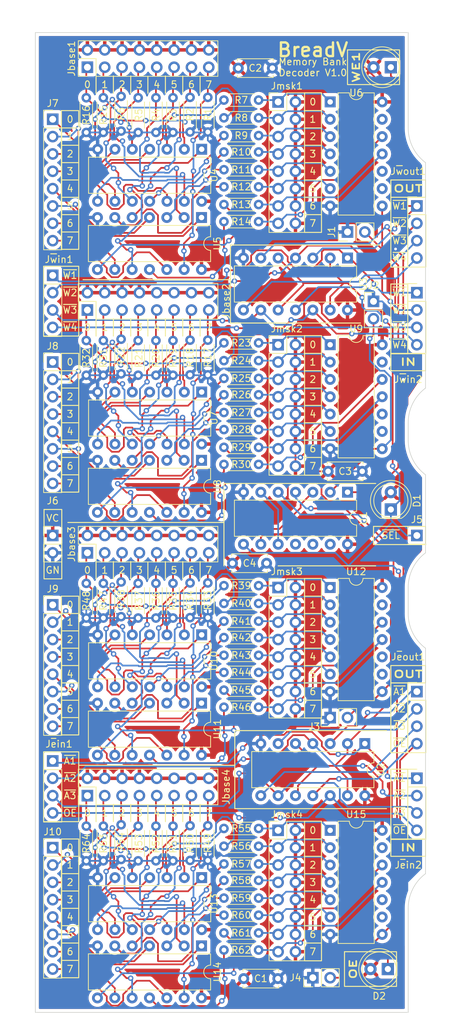
<source format=kicad_pcb>
(kicad_pcb (version 20211014) (generator pcbnew)
  (layers (0 "F.Cu" signal) (31 "B.Cu" signal) (34 "B.Paste" user) (35 "F.Paste" user) (36 "B.SilkS" user "B.Silkscreen") (37 "F.SilkS" user "F.Silkscreen") (38 "B.Mask" user) (39 "F.Mask" user) (44 "Edge.Cuts" user))
  (net 0 "")
  (net 1 "+5V")
  (net 2 "GND")
  (net 3 "Net-(R7-Pad1)")
  (net 4 "Net-(R8-Pad1)")
  (net 5 "Net-(R9-Pad1)")
  (net 6 "Net-(R10-Pad1)")
  (net 7 "Net-(R11-Pad1)")
  (net 8 "Net-(R12-Pad1)")
  (net 9 "Net-(R13-Pad1)")
  (net 10 "Net-(R14-Pad1)")
  (net 11 "/8bitmask/A1")
  (net 12 "/8bitmask/A2")
  (net 13 "/8bitmask/A3")
  (net 14 "/8bitmask/A4")
  (net 15 "/8bitmask/A5")
  (net 16 "/8bitmask/A6")
  (net 17 "/8bitmask/A7")
  (net 18 "/8bitmask/A8")
  (net 19 "/8bitmask/O")
  (net 20 "/8bitmask/B1")
  (net 21 "/8bitmask/B2")
  (net 22 "/8bitmask/B3")
  (net 23 "/8bitmask/B4")
  (net 24 "/8bitmask/B5")
  (net 25 "/8bitmask/B6")
  (net 26 "/8bitmask/B7")
  (net 27 "/8bitmask/B8")
  (net 28 "/8bitmask/M1")
  (net 29 "/8bitmask/M2")
  (net 30 "/8bitmask/M3")
  (net 31 "/8bitmask/M4")
  (net 32 "/8bitmask/M5")
  (net 33 "/8bitmask/M6")
  (net 34 "/8bitmask/M7")
  (net 35 "/8bitmask/M8")
  (net 36 "/8bitmask1/A1")
  (net 37 "/8bitmask1/A2")
  (net 38 "/8bitmask1/A3")
  (net 39 "/8bitmask1/A4")
  (net 40 "/8bitmask1/A5")
  (net 41 "/8bitmask1/A6")
  (net 42 "/8bitmask1/A7")
  (net 43 "/8bitmask1/A8")
  (net 44 "/8bitmask2/A1")
  (net 45 "/8bitmask2/A2")
  (net 46 "/8bitmask2/A3")
  (net 47 "/8bitmask2/A4")
  (net 48 "/8bitmask2/A5")
  (net 49 "/8bitmask2/A6")
  (net 50 "/8bitmask2/A7")
  (net 51 "/8bitmask2/A8")
  (net 52 "/8bitmask3/A1")
  (net 53 "/8bitmask3/A2")
  (net 54 "/8bitmask3/A3")
  (net 55 "/8bitmask3/A4")
  (net 56 "/8bitmask3/A5")
  (net 57 "/8bitmask3/A6")
  (net 58 "/8bitmask3/A7")
  (net 59 "/8bitmask3/A8")
  (net 60 "/8bitmask1/B1")
  (net 61 "/8bitmask1/B2")
  (net 62 "/8bitmask1/B3")
  (net 63 "/8bitmask1/B4")
  (net 64 "/8bitmask1/B5")
  (net 65 "/8bitmask1/B6")
  (net 66 "/8bitmask1/B7")
  (net 67 "/8bitmask1/B8")
  (net 68 "/8bitmask2/B1")
  (net 69 "/8bitmask2/B2")
  (net 70 "/8bitmask2/B3")
  (net 71 "/8bitmask2/B4")
  (net 72 "/8bitmask2/B5")
  (net 73 "/8bitmask2/B6")
  (net 74 "/8bitmask2/B7")
  (net 75 "/8bitmask2/B8")
  (net 76 "/8bitmask3/B1")
  (net 77 "/8bitmask3/B2")
  (net 78 "/8bitmask3/B3")
  (net 79 "/8bitmask3/B4")
  (net 80 "/8bitmask3/B5")
  (net 81 "/8bitmask3/B6")
  (net 82 "/8bitmask3/B7")
  (net 83 "/8bitmask3/B8")
  (net 84 "/8bitmask1/M1")
  (net 85 "/8bitmask1/M2")
  (net 86 "/8bitmask1/M3")
  (net 87 "/8bitmask1/M4")
  (net 88 "/8bitmask1/M5")
  (net 89 "/8bitmask1/M6")
  (net 90 "/8bitmask1/M7")
  (net 91 "/8bitmask1/M8")
  (net 92 "/8bitmask2/M1")
  (net 93 "/8bitmask2/M2")
  (net 94 "/8bitmask2/M3")
  (net 95 "/8bitmask2/M4")
  (net 96 "/8bitmask2/M5")
  (net 97 "/8bitmask2/M6")
  (net 98 "/8bitmask2/M7")
  (net 99 "/8bitmask2/M8")
  (net 100 "/8bitmask3/M1")
  (net 101 "/8bitmask3/M2")
  (net 102 "/8bitmask3/M3")
  (net 103 "/8bitmask3/M4")
  (net 104 "/8bitmask3/M5")
  (net 105 "/8bitmask3/M6")
  (net 106 "/8bitmask3/M7")
  (net 107 "/8bitmask3/M8")
  (net 108 "Net-(R23-Pad1)")
  (net 109 "Net-(R24-Pad1)")
  (net 110 "Net-(R25-Pad1)")
  (net 111 "Net-(R26-Pad1)")
  (net 112 "Net-(R27-Pad1)")
  (net 113 "Net-(R28-Pad1)")
  (net 114 "Net-(R29-Pad1)")
  (net 115 "Net-(R30-Pad1)")
  (net 116 "Net-(R39-Pad1)")
  (net 117 "Net-(R40-Pad1)")
  (net 118 "Net-(R41-Pad1)")
  (net 119 "Net-(R42-Pad1)")
  (net 120 "Net-(R43-Pad1)")
  (net 121 "Net-(R44-Pad1)")
  (net 122 "Net-(R45-Pad1)")
  (net 123 "Net-(R46-Pad1)")
  (net 124 "Net-(R55-Pad1)")
  (net 125 "Net-(R56-Pad1)")
  (net 126 "Net-(R57-Pad1)")
  (net 127 "Net-(R58-Pad1)")
  (net 128 "Net-(R59-Pad1)")
  (net 129 "Net-(R60-Pad1)")
  (net 130 "Net-(R61-Pad1)")
  (net 131 "Net-(R62-Pad1)")
  (net 132 "/8bitmask1/O")
  (net 133 "/8bitmask2/O")
  (net 134 "/8bitmask3/O")
  (net 135 "~{Laux1}")
  (net 136 "~{Laux2}")
  (net 137 "~{Laux3}")
  (net 138 "~{OEin}")
  (net 139 "~{Laux1o}")
  (net 140 "~{Laux2o}")
  (net 141 "~{Laux3o}")
  (net 142 "~{OEout}")
  (net 143 "~{WEin1}")
  (net 144 "~{WEin2}")
  (net 145 "~{WEin3}")
  (net 146 "~{WEin4}")
  (net 147 "~{WEout1}")
  (net 148 "~{WEout2}")
  (net 149 "~{WEout3}")
  (net 150 "~{WEout4}")
  (net 151 "/~{sel}")
  (net 152 "Net-(U1-Pad3)")
  (net 153 "Net-(U1-Pad10)")
  (footprint "Resistor_THT:R_Axial_DIN0204_L3.6mm_D1.6mm_P5.08mm_Horizontal" (layer "F.Cu") (at 106.36 116.61)
    (fp_text reference "R43")
    (fp_text value "1K")
  )
  (footprint "Connector_PinHeader_2.54mm:PinHeader_1x04_P2.54mm_Vertical" (layer "F.Cu") (at 81.28 60.96)
    (fp_text reference "J~{w}in1")
    (fp_text value "Conn_01x04_Male")
  )
  (footprint "Resistor_THT:R_Axial_DIN0204_L3.6mm_D1.6mm_P5.08mm_Horizontal" (layer "F.Cu") (at 96.4 40.03 90)
    (fp_text reference "R4")
    (fp_text value "1K")
  )
  (footprint "Resistor_THT:R_Axial_DIN0204_L3.6mm_D1.6mm_P5.08mm_Horizontal" (layer "F.Cu") (at 106.36 83.55)
    (fp_text reference "R28")
    (fp_text value "1K")
  )
  (footprint "Resistor_THT:R_Axial_DIN0204_L3.6mm_D1.6mm_P5.08mm_Horizontal" (layer "F.Cu") (at 106.36 40.49)
    (fp_text reference "R9")
    (fp_text value "1K")
  )
  (footprint "Resistor_THT:R_Axial_DIN0204_L3.6mm_D1.6mm_P5.08mm_Horizontal" (layer "F.Cu") (at 106.36 35.29)
    (fp_text reference "R7")
    (fp_text value "1K")
  )
  (footprint "Connector_PinHeader_2.54mm:PinHeader_1x02_P2.54mm_Vertical" (layer "F.Cu") (at 128.27 64.77)
    (fp_text reference "J2")
    (fp_text value "Conn_01x02_Male")
  )
  (footprint "Package_DIP:DIP-14_W7.62mm" (layer "F.Cu") (at 121.92 106.68)
    (fp_text reference "U12")
    (fp_text value "74LS30")
  )
  (footprint "Resistor_THT:R_Axial_DIN0204_L3.6mm_D1.6mm_P5.08mm_Horizontal" (layer "F.Cu") (at 106.36 121.71)
    (fp_text reference "R45")
    (fp_text value "1K")
  )
  (footprint "Package_DIP:DIP-14_W7.62mm" (layer "F.Cu") (at 103.075 159.17 -90)
    (fp_text reference "U14")
    (fp_text value "74LS08")
  )
  (footprint "Resistor_THT:R_Axial_DIN0204_L3.6mm_D1.6mm_P5.08mm_Horizontal" (layer "F.Cu") (at 106.36 114.01)
    (fp_text reference "R42")
    (fp_text value "1K")
  )
  (footprint "Resistor_THT:R_Axial_DIN0204_L3.6mm_D1.6mm_P5.08mm_Horizontal" (layer "F.Cu") (at 104 146.65 90)
    (fp_text reference "R49")
    (fp_text value "1K")
  )
  (footprint "Resistor_THT:R_Axial_DIN0204_L3.6mm_D1.6mm_P5.08mm_Horizontal" (layer "F.Cu") (at 98.9 40.03 90)
    (fp_text reference "R3")
    (fp_text value "1K")
  )
  (footprint "Resistor_THT:R_Axial_DIN0204_L3.6mm_D1.6mm_P5.08mm_Horizontal" (layer "F.Cu") (at 106.36 81.05)
    (fp_text reference "R27")
    (fp_text value "1K")
  )
  (footprint "Resistor_THT:R_Axial_DIN0204_L3.6mm_D1.6mm_P5.08mm_Horizontal" (layer "F.Cu") (at 106.36 141.97)
    (fp_text reference "R55")
    (fp_text value "1K")
  )
  (footprint "Connector_PinHeader_2.54mm:PinHeader_2x08_P2.54mm_Vertical" (layer "F.Cu") (at 114.3 35.56)
    (fp_text reference "Jmsk1")
    (fp_text value "Conn_02x08_Odd_Even")
  )
  (footprint "Resistor_THT:R_Axial_DIN0204_L3.6mm_D1.6mm_P5.08mm_Horizontal" (layer "F.Cu") (at 104 111.09 90)
    (fp_text reference "R33")
    (fp_text value "1K")
  )
  (footprint "Resistor_THT:R_Axial_DIN0204_L3.6mm_D1.6mm_P5.08mm_Horizontal" (layer "F.Cu") (at 106.36 157.27)
    (fp_text reference "R61")
    (fp_text value "1K")
  )
  (footprint "Resistor_THT:R_Axial_DIN0204_L3.6mm_D1.6mm_P5.08mm_Horizontal" (layer "F.Cu") (at 106.36 147.17)
    (fp_text reference "R57")
    (fp_text value "1K")
  )
  (footprint "Connector_PinHeader_2.54mm:PinHeader_1x04_P2.54mm_Vertical" (layer "F.Cu") (at 134.62 63.5)
    (fp_text reference "J~{w}in2")
    (fp_text value "Conn_01x04_Male")
  )
  (footprint "Resistor_THT:R_Axial_DIN0204_L3.6mm_D1.6mm_P5.08mm_Horizontal" (layer "F.Cu") (at 106.36 76.05)
    (fp_text reference "R25")
    (fp_text value "1K")
  )
  (footprint "Resistor_THT:R_Axial_DIN0204_L3.6mm_D1.6mm_P5.08mm_Horizontal" (layer "F.Cu") (at 106.36 124.21)
    (fp_text reference "R46")
    (fp_text value "1K")
  )
  (footprint "Connector_PinHeader_2.54mm:PinHeader_1x08_P2.54mm_Vertical" (layer "F.Cu") (at 81.28 144.78)
    (fp_text reference "J10")
    (fp_text value "Conn_01x08_Female")
  )
  (footprint "Resistor_THT:R_Axial_DIN0204_L3.6mm_D1.6mm_P5.08mm_Horizontal" (layer "F.Cu") (at 86.2 111.15 90)
    (fp_text reference "R48")
    (fp_text value "1K")
  )
  (footprint "Resistor_THT:R_Axial_DIN0204_L3.6mm_D1.6mm_P5.08mm_Horizontal" (layer "F.Cu") (at 104 75.53 90)
    (fp_text reference "R17")
    (fp_text value "1K")
  )
  (footprint "Resistor_THT:R_Axial_DIN0204_L3.6mm_D1.6mm_P5.08mm_Horizontal" (layer "F.Cu") (at 98.9 75.59 90)
    (fp_text reference "R19")
    (fp_text value "1K")
  )
  (footprint "Capacitor_THT:C_Disc_D5.0mm_W2.5mm_P5.00mm" (layer "F.Cu") (at 107.609 103.124)
    (fp_text reference "C4")
    (fp_text value "C")
  )
  (footprint "Connector_PinHeader_2.54mm:PinHeader_1x02_P2.54mm_Vertical" (layer "F.Cu") (at 124.46 54.61 90)
    (fp_text reference "J1")
    (fp_text value "Conn_01x02_Male")
  )
  (footprint "Connector_PinHeader_2.54mm:PinHeader_1x02_P2.54mm_Vertical" (layer "F.Cu") (at 119.38 163.83 90)
    (fp_text reference "J4")
    (fp_text value "Conn_01x02_Male")
  )
  (footprint "Resistor_THT:R_Axial_DIN0204_L3.6mm_D1.6mm_P5.08mm_Horizontal" (layer "F.Cu") (at 101.4 111.09 90)
    (fp_text reference "R34")
    (fp_text value "1K")
  )
  (footprint "Resistor_THT:R_Axial_DIN0204_L3.6mm_D1.6mm_P5.08mm_Horizontal" (layer "F.Cu") (at 106.36 42.89)
    (fp_text reference "R10")
    (fp_text value "1K")
  )
  (footprint "Connector_PinHeader_2.54mm:PinHeader_2x08_P2.54mm_Vertical" (layer "F.Cu") (at 86.36 30.48 90)
    (fp_text reference "Jbase1")
    (fp_text value "Conn_02x08_Odd_Even")
  )
  (footprint "Connector_PinHeader_2.54mm:PinHeader_1x02_P2.54mm_Vertical" (layer "F.Cu") (at 121.92 125.73 90)
    (fp_text reference "J3")
    (fp_text value "Conn_01x02_Male")
  )
  (footprint "Resistor_THT:R_Axial_DIN0204_L3.6mm_D1.6mm_P5.08mm_Horizontal" (layer "F.Cu") (at 91.3 75.39 90)
    (fp_text reference "R22")
    (fp_text value "1K")
  )
  (footprint "Resistor_THT:R_Axial_DIN0204_L3.6mm_D1.6mm_P5.08mm_Horizontal" (layer "F.Cu") (at 106.36 154.67)
    (fp_text reference "R60")
    (fp_text value "1K")
  )
  (footprint "Resistor_THT:R_Axial_DIN0204_L3.6mm_D1.6mm_P5.08mm_Horizontal" (layer "F.Cu") (at 98.9 111.15 90)
    (fp_text reference "R35")
    (fp_text value "1K")
  )
  (footprint "Connector_PinHeader_2.54mm:PinHeader_1x04_P2.54mm_Vertical" (layer "F.Cu") (at 81.28 132.08)
    (fp_text reference "J~{e}in1")
    (fp_text value "Conn_01x04_Male")
  )
  (footprint "Connector_PinHeader_2.54mm:PinHeader_1x04_P2.54mm_Vertical" (layer "F.Cu") (at 134.62 50.8)
    (fp_text reference "J~{w}out1")
    (fp_text value "Conn_01x04_Male")
  )
  (footprint "LED_THT:LED_D5.0mm" (layer "F.Cu") (at 130.81 30.48 180)
    (fp_text reference "D3" hide)
    (fp_text value "LED")
  )
  (footprint "Capacitor_THT:C_Disc_D5.0mm_W2.5mm_P5.00mm" (layer "F.Cu") (at 121.619 89.662)
    (fp_text reference "C3")
    (fp_text value "C")
  )
  (footprint "Package_DIP:DIP-14_W7.62mm" (layer "F.Cu") (at 121.92 142.24)
    (fp_text reference "U15")
    (fp_text value "74LS30")
  )
  (footprint "Connector_PinHeader_2.54mm:PinHeader_2x08_P2.54mm_Vertical" (layer "F.Cu") (at 86.36 66.04 90)
    (fp_text reference "Jbase2")
    (fp_text value "Conn_02x08_Odd_Even")
  )
  (footprint "Package_DIP:DIP-14_W7.62mm" (layer "F.Cu") (at 121.92 71.12)
    (fp_text reference "U9")
    (fp_text value "74LS30")
  )
  (footprint "Package_DIP:DIP-14_W7.62mm" (layer "F.Cu") (at 103.1 113.61 -90)
    (fp_text reference "U10")
    (fp_text value "74LS08")
  )
  (footprint "Resistor_THT:R_Axial_DIN0204_L3.6mm_D1.6mm_P5.08mm_Horizontal" (layer "F.Cu") (at 96.4 111.15 90)
    (fp_text reference "R36")
    (fp_text value "1K")
  )
  (footprint "Resistor_THT:R_Axial_DIN0204_L3.6mm_D1.6mm_P5.08mm_Horizontal" (layer "F.Cu") (at 106.36 149.57)
    (fp_text reference "R58")
    (fp_text value "1K")
  )
  (footprint "Package_DIP:DIP-14_W7.62mm" (layer "F.Cu") (at 103.075 52.49 -90)
    (fp_text reference "U5")
    (fp_text value "74LS08")
  )
  (footprint "Resistor_THT:R_Axial_DIN0204_L3.6mm_D1.6mm_P5.08mm_Horizontal" (layer "F.Cu") (at 93.8 146.71 90)
    (fp_text reference "R53")
    (fp_text value "1K")
  )
  (footprint "Connector_PinHeader_2.54mm:PinHeader_2x08_P2.54mm_Vertical" (layer "F.Cu") (at 114.3 106.68)
    (fp_text reference "Jmsk3")
    (fp_text value "Conn_02x08_Odd_Even")
  )
  (footprint "Resistor_THT:R_Axial_DIN0204_L3.6mm_D1.6mm_P5.08mm_Horizontal" (layer "F.Cu") (at 106.36 144.57)
    (fp_text reference "R56")
    (fp_text value "1K")
  )
  (footprint "Resistor_THT:R_Axial_DIN0204_L3.6mm_D1.6mm_P5.08mm_Horizontal" (layer "F.Cu") (at 86.2 146.71 90)
    (fp_text reference "R64")
    (fp_text value "1K")
  )
  (footprint "Resistor_THT:R_Axial_DIN0204_L3.6mm_D1.6mm_P5.08mm_Horizontal" (layer "F.Cu") (at 106.36 47.99)
    (fp_text reference "R12")
    (fp_text value "1K")
  )
  (footprint "Resistor_THT:R_Axial_DIN0204_L3.6mm_D1.6mm_P5.08mm_Horizontal" (layer "F.Cu") (at 88.7 146.71 90)
    (fp_text reference "R63")
    (fp_text value "1K")
  )
  (footprint "Resistor_THT:R_Axial_DIN0204_L3.6mm_D1.6mm_P5.08mm_Horizontal" (layer "F.Cu") (at 106.36 111.61)
    (fp_text reference "R41")
    (fp_text value "1K")
  )
  (footprint "Connector_PinHeader_2.54mm:PinHeader_2x08_P2.54mm_Vertical" (layer "F.Cu") (at 114.3 71.12)
    (fp_text reference "Jmsk2")
    (fp_text value "Conn_02x08_Odd_Even")
  )
  (footprint "Resistor_THT:R_Axial_DIN0204_L3.6mm_D1.6mm_P5.08mm_Horizontal" (layer "F.Cu") (at 101.4 39.97 90)
    (fp_text reference "R2")
    (fp_text value "1K")
  )
  (footprint "Resistor_THT:R_Axial_DIN0204_L3.6mm_D1.6mm_P5.08mm_Horizontal" (layer "F.Cu") (at 91.3 110.95 90)
    (fp_text reference "R38")
    (fp_text value "1K")
  )
  (footprint "Resistor_THT:R_Axial_DIN0204_L3.6mm_D1.6mm_P5.08mm_Horizontal" (layer "F.Cu") (at 106.36 78.45)
    (fp_text reference "R26")
    (fp_text value "1K")
  )
  (footprint "Resistor_THT:R_Axial_DIN0204_L3.6mm_D1.6mm_P5.08mm_Horizontal" (layer "F.Cu") (at 91.3 39.83 90)
    (fp_text reference "R6")
    (fp_text value "1K")
  )
  (footprint "Resistor_THT:R_Axial_DIN0204_L3.6mm_D1.6mm_P5.08mm_Horizontal" (layer "F.Cu") (at 88.7 40.03 90)
    (fp_text reference "R15")
    (fp_text value "1K")
  )
  (footprint "Connector_PinHeader_2.54mm:PinHeader_2x08_P2.54mm_Vertical" (layer "F.Cu") (at 86.36 101.6 90)
    (fp_text reference "Jbase3")
    (fp_text value "Conn_02x08_Odd_Even")
  )
  (footprint "Resistor_THT:R_Axial_DIN0204_L3.6mm_D1.6mm_P5.08mm_Horizontal" (layer "F.Cu") (at 93.8 111.15 90)
    (fp_text reference "R37")
    (fp_text value "1K")
  )
  (footprint "Connector_PinHeader_2.54mm:PinHeader_1x04_P2.54mm_Vertical" (layer "F.Cu") (at 134.62 134.62)
    (fp_text reference "J~{e}in2")
    (fp_text value "Conn_01x04_Male")
  )
  (footprint "Resistor_THT:R_Axial_DIN0204_L3.6mm_D1.6mm_P5.08mm_Horizontal" (layer "F.Cu") (at 106.36 106.41)
    (fp_text reference "R39")
    (fp_text value "1K")
  )
  (footprint "Resistor_THT:R_Axial_DIN0204_L3.6mm_D1.6mm_P5.08mm_Horizontal" (layer "F.Cu") (at 106.36 50.59)
    (fp_text reference "R13")
    (fp_text value "1K")
  )
  (footprint "Package_DIP:DIP-14_W7.62mm" (layer "F.Cu") (at 124.465 92.72 -90)
    (fp_text reference "U1")
    (fp_text value "74LS32")
  )
  (footprint "Resistor_THT:R_Axial_DIN0204_L3.6mm_D1.6mm_P5.08mm_Horizontal" (layer "F.Cu") (at 106.36 53.09)
    (fp_text reference "R14")
    (fp_text value "1K")
  )
  (footprint "Resistor_THT:R_Axial_DIN0204_L3.6mm_D1.6mm_P5.08mm_Horizontal" (layer "F.Cu") (at 96.4 75.59 90)
    (fp_text reference "R20")
    (fp_text value "1K")
  )
  (footprint "Resistor_THT:R_Axial_DIN0204_L3.6mm_D1.6mm_P5.08mm_Horizontal" (layer "F.Cu") (at 106.36 152.17)
    (fp_text reference "R59")
    (fp_text value "1K")
  )
  (footprint "Resistor_THT:R_Axial_DIN0204_L3.6mm_D1.6mm_P5.08mm_Horizontal" (layer "F.Cu") (at 98.9 146.71 90)
    (fp_text reference "R51")
    (fp_text value "1K")
  )
  (footprint "Resistor_THT:R_Axial_DIN0204_L3.6mm_D1.6mm_P5.08mm_Horizontal" (layer "F.Cu") (at 96.4 146.71 90)
    (fp_text reference "R52")
    (fp_text value "1K")
  )
  (footprint "Resistor_THT:R_Axial_DIN0204_L3.6mm_D1.6mm_P5.08mm_Horizontal" (layer "F.Cu") (at 86.2 40.03 90)
    (fp_text reference "R16")
    (fp_text value "1K")
  )
  (footprint "Package_DIP:DIP-14_W7.62mm" (layer "F.Cu") (at 121.92 35.56)
    (fp_text reference "U6")
    (fp_text value "74LS30")
  )
  (footprint "Resistor_THT:R_Axial_DIN0204_L3.6mm_D1.6mm_P5.08mm_Horizontal" (layer "F.Cu") (at 101.4 146.65 90)
    (fp_text reference "R50")
    (fp_text value "1K")
  )
  (footprint "Resistor_THT:R_Axial_DIN0204_L3.6mm_D1.6mm_P5.08mm_Horizontal" (layer "F.Cu") (at 101.4 75.53 90)
    (fp_text reference "R18")
    (fp_text value "1K")
  )
  (footprint "Resistor_THT:R_Axial_DIN0204_L3.6mm_D1.6mm_P5.08mm_Horizontal" (layer "F.Cu") (at 106.36 37.89)
    (fp_text reference "R8")
    (fp_text value "1K")
  )
  (footprint "Package_DIP:DIP-14_W7.62mm" (layer "F.Cu") (at 103.075 88.05 -90)
    (fp_text reference "U8")
    (fp_text value "74LS08")
  )
  (footprint "Package_DIP:DIP-14_W7.62mm" (layer "F.Cu") (at 127 129.54 -90)
    (fp_text reference "U2")
    (fp_text value "74LS32")
  )
  (footprint "Connector_PinHeader_2.54mm:PinHeader_1x08_P2.54mm_Vertical" (layer "F.Cu") (at 81.28 73.66)
    (fp_text reference "J8")
    (fp_text value "Conn_01x08_Female")
  )
  (footprint "Resistor_THT:R_Axial_DIN0204_L3.6mm_D1.6mm_P5.08mm_Horizontal" (layer "F.Cu") (at 106.36 109.01)
    (fp_text reference "R40")
    (fp_text value "1K")
  )
  (footprint "Package_DIP:DIP-14_W7.62mm" (layer "F.Cu") (at 103.1 42.49 -90)
    (fp_text reference "U4")
    (fp_text value "74LS08")
  )
  (footprint "Resistor_THT:R_Axial_DIN0204_L3.6mm_D1.6mm_P5.08mm_Horizontal" (layer "F.Cu") (at 86.2 75.59 90)
    (fp_text reference "R32")
    (fp_text value "1K")
  )
  (footprint "Resistor_THT:R_Axial_DIN0204_L3.6mm_D1.6mm_P5.08mm_Horizontal" (layer "F.Cu") (at 88.7 75.59 90)
    (fp_text reference "R31")
    (fp_text value "1K")
  )
  (footprint "Package_DIP:DIP-14_W7.62mm" (layer "F.Cu") (at 103.1 149.17 -90)
    (fp_text reference "U13")
    (fp_text value "74LS08")
  )
  (footprint "Resistor_THT:R_Axial_DIN0204_L3.6mm_D1.6mm_P5.08mm_Horizontal" (layer "F.Cu") (at 106.36 88.65)
    (fp_text reference "R30")
    (fp_text value "1K")
  )
  (footprint "Package_DIP:DIP-14_W7.62mm" (layer "F.Cu") (at 103.1 78.05 -90)
    (fp_text reference "U7")
    (fp_text value "74LS08")
  )
  (footprint "Resistor_THT:R_Axial_DIN0204_L3.6mm_D1.6mm_P5.08mm_Horizontal" (layer "F.Cu") (at 106.36 70.85)
    (fp_text reference "R23")
    (fp_text value "1K")
  )
  (footprint "Connector_PinHeader_2.54mm:PinHeader_2x08_P2.54mm_Vertical" (layer "F.Cu") (at 114.3 142.24)
    (fp_text reference "Jmsk4")
    (fp_text value "Conn_02x08_Odd_Even")
  )
  (footprint "Resistor_THT:R_Axial_DIN0204_L3.6mm_D1.6mm_P5.08mm_Horizontal" (layer "F.Cu") (at 93.8 40.03 90)
    (fp_text reference "R5")
    (fp_text value "1K")
  )
  (footprint "Resistor_THT:R_Axial_DIN0204_L3.6mm_D1.6mm_P5.08mm_Horizontal" (layer "F.Cu") (at 106.36 119.11)
    (fp_text reference "R44")
    (fp_text value "1K")
  )
  (footprint "Resistor_THT:R_Axial_DIN0204_L3.6mm_D1.6mm_P5.08mm_Horizontal" (layer "F.Cu") (at 91.3 146.51 90)
    (fp_text reference "R54")
    (fp_text value "1K")
  )
  (footprint "Connector_PinHeader_2.54mm:PinHeader_2x08_P2.54mm_Vertical" (layer "F.Cu") (at 86.36 137.16 90)
    (fp_text reference "Jbase4")
    (fp_text value "Conn_02x08_Odd_Even")
  )
  (footprint "LED_THT:LED_D5.0mm" (layer "F.Cu") (at 130.81 95.25 90)
    (fp_text reference "D1")
    (fp_text value "LED")
  )
  (footprint "Resistor_THT:R_Axial_DIN0204_L3.6mm_D1.6mm_P5.08mm_Horizontal" (layer "F.Cu") (at 104 39.97 90)
    (fp_text reference "R1")
    (fp_text value "1K")
  )
  (footprint "Resistor_THT:R_Axial_DIN0204_L3.6mm_D1.6mm_P5.08mm_Horizontal" (layer "F.Cu") (at 106.36 86.15)
    (fp_text reference "R29")
    (fp_text value "1K")
  )
  (footprint "Capacitor_THT:C_Disc_D5.0mm_W2.5mm_P5.00mm" (layer "F.Cu") (at 109.26 163.957)
    (fp_text reference "C1")
    (fp_text value "C")
  )
  (footprint "Connector_PinHeader_2.54mm:PinHeader_1x08_P2.54mm_Vertical" (layer "F.Cu") (at 81.28 38.1)
    (fp_text reference "J7")
    (fp_text value "Conn_01x08_Female")
  )
  (footprint "Resistor_THT:R_Axial_DIN0204_L3.6mm_D1.6mm_P5.08mm_Horizontal" (layer "F.Cu") (at 106.36 45.49)
    (fp_text reference "R11")
    (fp_text value "1K")
  )
  (footprint "Resistor_THT:R_Axial_DIN0204_L3.6mm_D1.6mm_P5.08mm_Horizontal" (layer "F.Cu") (at 106.36 73.45)
    (fp_text reference "R24")
    (fp_text value "1K")
  )
  (footprint "Package_DIP:DIP-14_W7.62mm" (layer "F.Cu") (at 103.075 123.61 -90)
    (fp_text reference "U11")
    (fp_text value "74LS08")
  )
  (footprint "Package_DIP:DIP-14_W7.62mm" (layer "F.Cu") (at 124.46 58.42 -90)
    (fp_text reference "U3")
    (fp_text value "74LS32")
  )
  (footprint "Resistor_THT:R_Axial_DIN0204_L3.6mm_D1.6mm_P5.08mm_Horizontal" (layer "F.Cu") (at 93.8 75.59 90)
    (fp_text reference "R21")
    (fp_text value "1K")
  )
  (footprint "Connector_PinHeader_2.54mm:PinHeader_1x08_P2.54mm_Vertical" (layer "F.Cu") (at 81.28 109.22)
    (fp_text reference "J9")
    (fp_text value "Conn_01x08_Female")
  )
  (footprint "Connector_PinHeader_2.54mm:PinHeader_1x04_P2.54mm_Vertical" (layer "F.Cu") (at 134.62 121.92)
    (fp_text reference "J~{e}out1")
    (fp_text value "Conn_01x04_Male")
  )
  (footprint "Capacitor_THT:C_Disc_D5.0mm_W2.5mm_P5.00mm" (layer "F.Cu") (at 108.458 30.607)
    (fp_text reference "C2")
    (fp_text value "C")
  )
  (footprint "Resistor_THT:R_Axial_DIN0204_L3.6mm_D1.6mm_P5.08mm_Horizontal" (layer "F.Cu") (at 106.36 159.77)
    (fp_text reference "R62")
    (fp_text value "1K")
  )
  (footprint "Connector_PinHeader_2.54mm:PinHeader_1x01_P2.54mm_Vertical" (layer "F.Cu") (at 134.62 99.06)
    (fp_text reference "J5")
    (fp_text value "Conn_01x01_Male")
  )
  (footprint "LED_THT:LED_D5.0mm" (layer "F.Cu") (at 130.37 162.56 180)
    (fp_text reference "D2")
    (fp_text value "LED")
  )
  (footprint "Connector_PinHeader_2.54mm:PinHeader_1x02_P2.54mm_Vertical" (layer "F.Cu") (at 81.28 99.06)
    (fp_text reference "J6")
    (fp_text value "Conn_01x02_Male")
  )
  (footprint "Resistor_THT:R_Axial_DIN0204_L3.6mm_D1.6mm_P5.08mm_Horizontal" (layer "F.Cu") (at 88.7 111.15 90)
    (fp_text reference "R47")
    (fp_text value "1K")
  )
  (gr_line (start 107.95 127.635) (end 130.175 127.635) (layer "F.SilkS") (width 0.15))
  (gr_line (start 118.11 52.07) (end 120.65 52.07) (layer "F.SilkS") (width 0.15))
  (gr_line (start 118.11 87.63) (end 120.65 87.63) (layer "F.SilkS") (width 0.15))
  (gr_line (start 118.11 123.19) (end 120.65 123.19) (layer "F.SilkS") (width 0.15))
  (gr_line (start 118.11 158.75) (end 120.65 158.75) (layer "F.SilkS") (width 0.15))
  (gr_rect (start 124.46 27.94) (end 132.08 33.02) (layer "F.SilkS") (width 0.15) (fill none))
  (gr_line (start 107.315 57.15) (end 107.315 56.515) (layer "F.SilkS") (width 0.15))
  (gr_line (start 102.87 67.31) (end 102.87 69.85) (layer "F.SilkS") (width 0.15))
  (gr_line (start 102.87 102.87) (end 102.87 105.41) (layer "F.SilkS") (width 0.15))
  (gr_line (start 102.87 138.43) (end 102.87 140.97) (layer "F.SilkS") (width 0.15))
  (gr_line (start 102.87 31.75) (end 102.87 34.29) (layer "F.SilkS") (width 0.15))
  (gr_line (start 107.315 61.595) (end 107.315 57.15) (layer "F.SilkS") (width 0.15))
  (gr_line (start 105.7275 97.155) (end 106.3625 97.155) (layer "F.SilkS") (width 0.15))
  (gr_line (start 82.55 46.99) (end 85.09 46.99) (layer "F.SilkS") (width 0.15))
  (gr_line (start 82.55 82.55) (end 85.09 82.55) (layer "F.SilkS") (width 0.15))
  (gr_line (start 82.55 118.11) (end 85.09 118.11) (layer "F.SilkS") (width 0.15))
  (gr_line (start 82.55 153.67) (end 85.09 153.67) (layer "F.SilkS") (width 0.15))
  (gr_line (start 106.3625 61.595) (end 107.315 61.595) (layer "F.SilkS") (width 0.15))
  (gr_rect (start 80.01 95.25) (end 82.61 105.41) (layer "F.SilkS") (width 0.15) (fill none))
  (gr_rect (start 130.81 120.65) (end 135.89 118.11) (layer "F.SilkS") (width 0.15) (fill none))
  (gr_rect (start 133.29 130.87) (end 130.81 120.65) (layer "F.SilkS") (width 0.15) (fill none))
  (gr_line (start 107.95 132.715) (end 107.95 128.27) (layer "F.SilkS") (width 0.15))
  (gr_line (start 92.71 31.75) (end 92.71 34.29) (layer "F.SilkS") (width 0.15))
  (gr_line (start 92.71 67.31) (end 92.71 69.85) (layer "F.SilkS") (width 0.15))
  (gr_line (start 92.71 102.87) (end 92.71 105.41) (layer "F.SilkS") (width 0.15))
  (gr_line (start 92.71 138.43) (end 92.71 140.97) (layer "F.SilkS") (width 0.15))
  (gr_line (start 90.17 34.29) (end 90.17 31.75) (layer "F.SilkS") (width 0.15))
  (gr_line (start 90.17 69.85) (end 90.17 67.31) (layer "F.SilkS") (width 0.15))
  (gr_line (start 90.17 105.41) (end 90.17 102.87) (layer "F.SilkS") (width 0.15))
  (gr_line (start 90.17 140.97) (end 90.17 138.43) (layer "F.SilkS") (width 0.15))
  (gr_line (start 105.0925 61.595) (end 106.3625 61.595) (layer "F.SilkS") (width 0.15))
  (gr_line (start 107.95 128.27) (end 107.95 127.635) (layer "F.SilkS") (width 0.15))
  (gr_rect (start 130.81 49.53) (end 135.89 46.99) (layer "F.SilkS") (width 0.15) (fill none))
  (gr_line (start 106.045 132.715) (end 107.315 132.715) (layer "F.SilkS") (width 0.15))
  (gr_line (start 107.95 132.715) (end 107.95 139.065) (layer "F.SilkS") (width 0.15))
  (gr_line (start 82.55 49.53) (end 85.09 49.53) (layer "F.SilkS") (width 0.15))
  (gr_line (start 82.55 85.09) (end 85.09 85.09) (layer "F.SilkS") (width 0.15))
  (gr_line (start 82.55 120.65) (end 85.09 120.65) (layer "F.SilkS") (width 0.15))
  (gr_line (start 82.55 156.21) (end 85.09 156.21) (layer "F.SilkS") (width 0.15))
  (gr_line (start 85.09 132.715) (end 106.045 132.715) (layer "F.SilkS") (width 0.15))
  (gr_rect (start 130.81 146.05) (end 135.89 143.51) (layer "F.SilkS") (width 0.15) (fill none))
  (gr_rect (start 130.81 74.93) (end 135.89 72.39) (layer "F.SilkS") (width 0.15) (fill none))
  (gr_line (start 107.315 132.715) (end 107.95 132.715) (layer "F.SilkS") (width 0.15))
  (gr_line (start 104.4575 97.155) (end 105.7275 97.155) (layer "F.SilkS") (width 0.15))
  (gr_line (start 118.11 72.39) (end 120.65 72.39) (layer "F.SilkS") (width 0.15))
  (gr_line (start 118.11 36.83) (end 120.65 36.83) (layer "F.SilkS") (width 0.15))
  (gr_line (start 118.11 107.95) (end 120.65 107.95) (layer "F.SilkS") (width 0.15))
  (gr_line (start 118.11 143.51) (end 120.65 143.51) (layer "F.SilkS") (width 0.15))
  (gr_line (start 106.3625 97.155) (end 106.3625 92.71) (layer "F.SilkS") (width 0.15))
  (gr_line (start 97.79 31.75) (end 97.79 34.29) (layer "F.SilkS") (width 0.15))
  (gr_line (start 97.79 67.31) (end 97.79 69.85) (layer "F.SilkS") (width 0.15))
  (gr_line (start 97.79 102.87) (end 97.79 105.41) (layer "F.SilkS") (width 0.15))
  (gr_line (start 97.79 138.43) (end 97.79 140.97) (layer "F.SilkS") (width 0.15))
  (gr_rect (start 128.27 97.73) (end 135.89 100.39) (layer "F.SilkS") (width 0.15) (fill none))
  (gr_line (start 114.3 103.505) (end 128.5875 103.505) (layer "F.SilkS") (width 0.15))
  (gr_line (start 120.65 49.53) (end 118.11 49.53) (layer "F.SilkS") (width 0.15))
  (gr_line (start 120.65 85.09) (end 118.11 85.09) (layer "F.SilkS") (width 0.15))
  (gr_line (start 120.65 120.65) (end 118.11 120.65) (layer "F.SilkS") (width 0.15))
  (gr_line (start 120.65 156.21) (end 118.11 156.21) (layer "F.SilkS") (width 0.15))
  (gr_rect (start 133.29 59.75) (end 130.81 49.53) (layer "F.SilkS") (width 0.15) (fill none))
  (gr_line (start 120.65 80.01) (end 118.17 80.01) (layer "F.SilkS") (width 0.15))
  (gr_line (start 120.65 44.45) (end 118.17 44.45) (layer "F.SilkS") (width 0.15))
  (gr_line (start 120.65 115.57) (end 118.17 115.57) (layer "F.SilkS") (width 0.15))
  (gr_line (start 120.65 151.13) (end 118.17 151.13) (layer "F.SilkS") (width 0.15))
  (gr_rect (start 82.55 36.83) (end 85.09 57.15) (layer "F.SilkS") (width 0.15) (fill none))
  (gr_rect (start 82.55 72.39) (end 85.09 92.71) (layer "F.SilkS") (width 0.15) (fill none))
  (gr_rect (start 82.55 107.95) (end 85.09 128.27) (layer "F.SilkS") (width 0.15) (fill none))
  (gr_rect (start 82.55 143.51) (end 85.09 163.83) (layer "F.SilkS") (width 0.15) (fill none))
  (gr_line (start 107.95 139.065) (end 130.175 139.065) (layer "F.SilkS") (width 0.15))
  (gr_line (start 100.33 31.75) (end 100.33 34.29) (layer "F.SilkS") (width 0.15))
  (gr_line (start 100.33 67.31) (end 100.33 69.85) (layer "F.SilkS") (width 0.15))
  (gr_line (start 100.33 102.87) (end 100.33 105.41) (layer "F.SilkS") (width 0.15))
  (gr_line (start 100.33 138.43) (end 100.33 140.97) (layer "F.SilkS") (width 0.15))
  (gr_line (start 106.3625 91.44) (end 128.5875 91.44) (layer "F.SilkS") (width 0.15))
  (gr_rect (start 133.29 72.45) (end 130.81 62.23) (layer "F.SilkS") (width 0.15) (fill none))
  (gr_line (start 83.5025 97.155) (end 104.4575 97.155) (layer "F.SilkS") (width 0.15))
  (gr_line (start 82.55 54.61) (end 85.09 54.61) (layer "F.SilkS") (width 0.15))
  (gr_line (start 82.55 90.17) (end 85.09 90.17) (layer "F.SilkS") (width 0.15))
  (gr_line (start 82.55 125.73) (end 85.09 125.73) (layer "F.SilkS") (width 0.15))
  (gr_line (start 82.55 161.29) (end 85.09 161.29) (layer "F.SilkS") (width 0.15))
  (gr_line (start 106.3625 92.71) (end 106.3625 91.44) (layer "F.SilkS") (width 0.15))
  (gr_line (start 120.65 74.93) (end 118.11 74.93) (layer "F.SilkS") (width 0.15))
  (gr_line (start 120.65 39.37) (end 118.11 39.37) (layer "F.SilkS") (width 0.15))
  (gr_line (start 120.65 110.49) (end 118.11 110.49) (layer "F.SilkS") (width 0.15))
  (gr_line (start 120.65 146.05) (end 118.11 146.05) (layer "F.SilkS") (width 0.15))
  (gr_rect (start 133.29 133.29) (end 130.81 143.57) (layer "F.SilkS") (width 0.15) (fill none))
  (gr_rect (start 79.95 130.75) (end 85.09 140.97) (layer "F.SilkS") (width 0.15) (fill none))
  (gr_line (start 87.63 31.81) (end 87.63 34.29) (layer "F.SilkS") (width 0.15))
  (gr_line (start 87.63 67.37) (end 87.63 69.85) (layer "F.SilkS") (width 0.15))
  (gr_line (start 87.63 102.93) (end 87.63 105.41) (layer "F.SilkS") (width 0.15))
  (gr_line (start 87.63 138.49) (end 87.63 140.97) (layer "F.SilkS") (width 0.15))
  (gr_line (start 107.315 67.945) (end 126.365 67.945) (layer "F.SilkS") (width 0.15))
  (gr_line (start 107.315 56.515) (end 129.2225 56.515) (layer "F.SilkS") (width 0.15))
  (gr_rect (start 79.95 59.63) (end 85.09 69.85) (layer "F.SilkS") (width 0.15) (fill none))
  (gr_line (start 118.17 41.91) (end 120.65 41.91) (layer "F.SilkS") (width 0.15))
  (gr_line (start 118.17 113.03) (end 120.65 113.03) (layer "F.SilkS") (width 0.15))
  (gr_line (start 118.17 148.59) (end 120.65 148.59) (layer "F.SilkS") (width 0.15))
  (gr_line (start 118.17 77.47) (end 120.65 77.47) (layer "F.SilkS") (width 0.15))
  (gr_rect (start 124.02 160.02) (end 131.64 165.1) (layer "F.SilkS") (width 0.15) (fill none))
  (gr_line (start 82.55 44.45) (end 85.09 44.45) (layer "F.SilkS") (width 0.15))
  (gr_line (start 82.55 80.01) (end 85.09 80.01) (layer "F.SilkS") (width 0.15))
  (gr_line (start 82.55 115.57) (end 85.09 115.57) (layer "F.SilkS") (width 0.15))
  (gr_line (start 82.55 151.13) (end 85.09 151.13) (layer "F.SilkS") (width 0.15))
  (gr_line (start 118.11 46.99) (end 120.65 46.99) (layer "F.SilkS") (width 0.15))
  (gr_line (start 118.11 82.55) (end 120.65 82.55) (layer "F.SilkS") (width 0.15))
  (gr_line (start 118.11 118.11) (end 120.65 118.11) (layer "F.SilkS") (width 0.15))
  (gr_line (start 118.11 153.67) (end 120.65 153.67) (layer "F.SilkS") (width 0.15))
  (gr_line (start 85.725 61.595) (end 105.0925 61.595) (layer "F.SilkS") (width 0.15))
  (gr_line (start 107.315 61.595) (end 107.315 67.945) (layer "F.SilkS") (width 0.15))
  (gr_rect (start 118.17 54.67) (end 120.65 34.23) (layer "F.SilkS") (width 0.15) (fill none))
  (gr_rect (start 118.17 90.23) (end 120.65 69.79) (layer "F.SilkS") (width 0.15) (fill none))
  (gr_rect (start 118.17 125.79) (end 120.65 105.35) (layer "F.SilkS") (width 0.15) (fill none))
  (gr_rect (start 118.17 161.35) (end 120.65 140.91) (layer "F.SilkS") (width 0.15) (fill none))
  (gr_line (start 95.22 31.81) (end 95.22 34.29) (layer "F.SilkS") (width 0.15))
  (gr_line (start 95.22 67.37) (end 95.22 69.85) (layer "F.SilkS") (width 0.15))
  (gr_line (start 95.22 102.93) (end 95.22 105.41) (layer "F.SilkS") (width 0.15))
  (gr_line (start 95.22 138.49) (end 95.22 140.97) (layer "F.SilkS") (width 0.15))
  (gr_line (start 82.55 52.07) (end 85.09 52.07) (layer "F.SilkS") (width 0.15))
  (gr_line (start 82.55 87.63) (end 85.09 87.63) (layer "F.SilkS") (width 0.15))
  (gr_line (start 82.55 123.19) (end 85.09 123.19) (layer "F.SilkS") (width 0.15))
  (gr_line (start 82.55 158.75) (end 85.09 158.75) (layer "F.SilkS") (width 0.15))
  (gr_line (start 82.61 39.37) (end 85.09 39.37) (layer "F.SilkS") (width 0.15))
  (gr_line (start 82.61 74.93) (end 85.09 74.93) (layer "F.SilkS") (width 0.15))
  (gr_line (start 82.61 110.49) (end 85.09 110.49) (layer "F.SilkS") (width 0.15))
  (gr_line (start 82.61 146.05) (end 85.09 146.05) (layer "F.SilkS") (width 0.15))
  (gr_line (start 106.3625 97.155) (end 106.3625 103.505) (layer "F.SilkS") (width 0.15))
  (gr_line (start 82.55 77.47) (end 85.09 77.47) (layer "F.SilkS") (width 0.15))
  (gr_line (start 82.55 113.03) (end 85.09 113.03) (layer "F.SilkS") (width 0.15))
  (gr_line (start 82.55 148.59) (end 85.09 148.59) (layer "F.SilkS") (width 0.15))
  (gr_line (start 82.55 41.91) (end 85.09 41.91) (layer "F.SilkS") (width 0.15))
  (gr_line (start 133.35 39.37) (end 133.35 26.67) (layer "Edge.Cuts") (width 0.1))
  (gr_line (start 78.74 133.35) (end 78.74 163.83) (layer "Edge.Cuts") (width 0.1))
  (gr_arc (start 133.35 106.68) (mid 134.020387 103.840194) (end 135.89 101.6) (layer "Edge.Cuts") (width 0.1))
  (gr_line (start 78.74 25.4) (end 78.74 35.56) (layer "Edge.Cuts") (width 0.1))
  (gr_line (start 78.74 39.37) (end 78.74 73.66) (layer "Edge.Cuts") (width 0.1))
  (gr_line (start 135.89 101.6) (end 135.89 90.17) (layer "Edge.Cuts") (width 0.1))
  (gr_arc (start 135.89 44.45) (mid 134.020387 42.209806) (end 133.35 39.37) (layer "Edge.Cuts") (width 0.1))
  (gr_arc (start 133.35 153.67) (mid 134.020387 150.830194) (end 135.89 148.59) (layer "Edge.Cuts") (width 0.1))
  (gr_line (start 133.35 85.09) (end 133.35 82.55) (layer "Edge.Cuts") (width 0.1))
  (gr_line (start 78.74 168.91) (end 95.25 168.91) (layer "Edge.Cuts") (width 0.1))
  (gr_line (start 78.74 106.68) (end 78.74 133.35) (layer "Edge.Cuts") (width 0.1))
  (gr_line (start 78.74 73.66) (end 78.74 106.68) (layer "Edge.Cuts") (width 0.1))
  (gr_line (start 135.89 77.47) (end 135.89 44.45) (layer "Edge.Cuts") (width 0.1))
  (gr_line (start 135.89 148.59) (end 135.89 115.57) (layer "Edge.Cuts") (width 0.1))
  (gr_line (start 133.35 110.49) (end 133.35 106.68) (layer "Edge.Cuts") (width 0.1))
  (gr_line (start 133.35 26.67) (end 133.35 25.4) (layer "Edge.Cuts") (width 0.1))
  (gr_arc (start 135.89 115.57) (mid 134.020387 113.329807) (end 133.35 110.49) (layer "Edge.Cuts") (width 0.1))
  (gr_line (start 78.74 35.56) (end 78.74 39.37) (layer "Edge.Cuts") (width 0.1))
  (gr_line (start 95.25 168.91) (end 133.35 168.91) (layer "Edge.Cuts") (width 0.1))
  (gr_arc (start 133.35 82.55) (mid 134.020387 79.710194) (end 135.89 77.47) (layer "Edge.Cuts") (width 0.1))
  (gr_arc (start 135.89 90.17) (mid 134.020387 87.929806) (end 133.35 85.09) (layer "Edge.Cuts") (width 0.1))
  (gr_line (start 78.74 163.83) (end 78.74 168.91) (layer "Edge.Cuts") (width 0.1))
  (gr_line (start 133.35 25.4) (end 78.74 25.4) (layer "Edge.Cuts") (width 0.1))
  (gr_line (start 133.35 168.91) (end 133.35 153.67) (layer "Edge.Cuts") (width 0.1))
  (gr_text "1" (at 119.38 38.1) (layer "F.SilkS") (effects (font (size 1 1))))
  (gr_text "1" (at 119.38 109.22) (layer "F.SilkS") (effects (font (size 1 1))))
  (gr_text "1" (at 119.38 73.66) (layer "F.SilkS") (effects (font (size 1 1))))
  (gr_text "1" (at 119.38 144.78) (layer "F.SilkS") (effects (font (size 1 1))))
  (gr_text "~{W2}" (at 83.82 63.5) (layer "F.SilkS") (effects (font (size 1 1))))
  (gr_text "4" (at 119.38 45.72) (layer "F.SilkS") (effects (font (size 1 1))))
  (gr_text "4" (at 119.38 116.84) (layer "F.SilkS") (effects (font (size 1 1))))
  (gr_text "4" (at 119.38 81.28) (layer "F.SilkS") (effects (font (size 1 1))))
  (gr_text "4" (at 119.38 152.4) (layer "F.SilkS") (effects (font (size 1 1))))
  (gr_text "4" (at 96.52 33.02) (layer "F.SilkS") (effects (font (size 1 1))))
  (gr_text "4" (at 96.52 104.14) (layer "F.SilkS") (effects (font (size 1 1))))
  (gr_text "4" (at 96.52 68.58) (layer "F.SilkS") (effects (font (size 1 1))))
  (gr_text "4" (at 96.52 139.7) (layer "F.SilkS") (effects (font (size 1 1))))
  (gr_text "6" (at 119.38 50.8) (layer "F.SilkS") (effects (font (size 1 1))))
  (gr_text "6" (at 119.38 86.36) (layer "F.SilkS") (effects (font (size 1 1))))
  (gr_text "6" (at 119.38 121.92) (layer "F.SilkS") (effects (font (size 1 1))))
  (gr_text "6" (at 119.38 157.48) (layer "F.SilkS") (effects (font (size 1 1))))
  (gr_text "2" (at 119.38 40.64) (layer "F.SilkS") (effects (font (size 1 1))))
  (gr_text "2" (at 119.38 111.76) (layer "F.SilkS") (effects (font (size 1 1))))
  (gr_text "2" (at 119.38 76.2) (layer "F.SilkS") (effects (font (size 1 1))))
  (gr_text "2" (at 119.38 147.32) (layer "F.SilkS") (effects (font (size 1 1))))
  (gr_text "~{W2}" (at 132.08 53.34) (layer "F.SilkS") (effects (font (size 1 1))))
  (gr_text "~{A3}" (at 83.82 137.16) (layer "F.SilkS") (effects (font (size 1 1))))
  (gr_text "3" (at 83.82 45.72) (layer "F.SilkS") (effects (font (size 1 1))))
  (gr_text "3" (at 83.82 116.84) (layer "F.SilkS") (effects (font (size 1 1))))
  (gr_text "3" (at 83.82 152.4) (layer "F.SilkS") (effects (font (size 1 1))))
  (gr_text "3" (at 83.82 81.28) (layer "F.SilkS") (effects (font (size 1 1))))
  (gr_text "BreadV" (at 119.38 27.94) (layer "F.SilkS") (effects (font (size 2 2) (thickness 0.35))))
  (gr_text "~{A1}" (at 132.08 134.62) (layer "F.SilkS") (effects (font (size 1 1))))
  (gr_text "~{A3}" (at 132.08 139.7) (layer "F.SilkS") (effects (font (size 1 1))))
  (gr_text "~{W1}" (at 132.08 50.8) (layer "F.SilkS") (effects (font (size 1 1))))
  (gr_text "~{OE}" (at 83.82 139.7) (layer "F.SilkS") (effects (font (size 1 1))))
  (gr_text "~{OE}" (at 132.08 142.24) (layer "F.SilkS") (effects (font (size 1 1))))
  (gr_text "2" (at 91.44 104.14) (layer "F.SilkS") (effects (font (size 1 1))))
  (gr_text "2" (at 91.44 139.7) (layer "F.SilkS") (effects (font (size 1 1))))
  (gr_text "2" (at 91.44 33.02) (layer "F.SilkS") (effects (font (size 1 1))))
  (gr_text "2" (at 91.44 68.58) (layer "F.SilkS") (effects (font (size 1 1))))
  (gr_text "0" (at 83.82 73.66) (layer "F.SilkS") (effects (font (size 1 1))))
  (gr_text "0" (at 83.82 38.1) (layer "F.SilkS") (effects (font (size 1 1))))
  (gr_text "0" (at 83.82 109.22) (layer "F.SilkS") (effects (font (size 1 1))))
  (gr_text "0" (at 83.82 144.78) (layer "F.SilkS") (effects (font (size 1 1))))
  (gr_text "1" (at 83.82 40.64) (layer "F.SilkS") (effects (font (size 1 1))))
  (gr_text "1" (at 83.82 76.2) (layer "F.SilkS") (effects (font (size 1 1))))
  (gr_text "1" (at 83.82 111.76) (layer "F.SilkS") (effects (font (size 1 1))))
  (gr_text "1" (at 83.82 147.32) (layer "F.SilkS") (effects (font (size 1 1))))
  (gr_text "~{SEL}" (at 130.81 99.06) (layer "F.SilkS") (effects (font (size 1 1))))
  (gr_text "~{A1}" (at 132.08 121.92) (layer "F.SilkS") (effects (font (size 1 1))))
  (gr_text "VC" (at 81.28 96.52) (layer "F.SilkS") (effects (font (size 1 1))))
  (gr_text "~{A3}" (at 132.08 127) (layer "F.SilkS") (effects (font (size 1 1))))
  (gr_text "OUT" (at 133.35 48.26) (layer "F.SilkS") (effects (font (size 1 1.5) (thickness 0.25))))
  (gr_text "GN" (at 81.28 104.14) (layer "F.SilkS") (effects (font (size 1 1))))
  (gr_text "~{W4}" (at 83.82 68.58) (layer "F.SilkS") (effects (font (size 1 1))))
  (gr_text "6" (at 83.82 88.9) (layer "F.SilkS") (effects (font (size 1 1))))
  (gr_text "6" (at 83.82 124.46) (layer "F.SilkS") (effects (font (size 1 1))))
  (gr_text "6" (at 83.82 160.02) (layer "F.SilkS") (effects (font (size 1 1))))
  (gr_text "6" (at 83.82 53.34) (layer "F.SilkS") (effects (font (size 1 1))))
  (gr_text "IN" (at 133.35 73.66) (layer "F.SilkS") (effects (font (size 1 1.5) (thickness 0.25))))
  (gr_text "0" (at 119.38 35.56) (layer "F.SilkS") (effects (font (size 1 1))))
  (gr_text "0" (at 119.38 71.12) (layer "F.SilkS") (effects (font (size 1 1))))
  (gr_text "0" (at 119.38 106.68) (layer "F.SilkS") (effects (font (size 1 1))))
  (gr_text "0" (at 119.38 142.24) (layer "F.SilkS") (effects (font (size 1 1))))
  (gr_text "~{A2}" (at 132.08 137.16) (layer "F.SilkS") (effects (font (size 1 1))))
  (gr_text "0" (at 86.36 104.14) (layer "F.SilkS") (effects (font (size 1 1))))
  (gr_text "0" (at 86.36 139.7) (layer "F.SilkS") (effects (font (size 1 1))))
  (gr_text "0" (at 86.36 33.02) (layer "F.SilkS") (effects (font (size 1 1))))
  (gr_text "0" (at 86.36 68.58) (layer "F.SilkS") (effects (font (size 1 1))))
  (gr_text "1" (at 88.9 33.02) (layer "F.SilkS") (effects (font (size 1 1))))
  (gr_text "1" (at 88.9 104.14) (layer "F.SilkS") (effects (font (size 1 1))))
  (gr_text "1" (at 88.9 139.7) (layer "F.SilkS") (effects (font (size 1 1))))
  (gr_text "1" (at 88.9 68.58) (layer "F.SilkS") (effects (font (size 1 1))))
  (gr_text "OUT" (at 133.35 119.38) (layer "F.SilkS") (effects (font (size 1 1.5) (thickness 0.25))))
  (gr_text "4" (at 83.82 48.26) (layer "F.SilkS") (effects (font (size 1 1))))
  (gr_text "4" (at 83.82 83.82) (layer "F.SilkS") (effects (font (size 1 1))))
  (gr_text "4" (at 83.82 119.38) (layer "F.SilkS") (effects (font (size 1 1))))
  (gr_text "4" (at 83.82 154.94) (layer "F.SilkS") (effects (font (size 1 1))))
  (gr_text "6" (at 101.6 33.02) (layer "F.SilkS") (effects (font (size 1 1))))
  (gr_text "6" (at 101.6 104.14) (layer "F.SilkS") (effects (font (size 1 1))))
  (gr_text "6" (at 101.6 139.7) (layer "F.SilkS") (effects (font (size 1 1))))
  (gr_text "6" (at 101.6 68.58) (layer "F.SilkS") (effects (font (size 1 1))))
  (gr_text "Memory Bank\nDecoder V1.0" (at 119.38 30.48) (layer "F.SilkS") (effects (font (size 1 1))))
  (gr_text "7" (at 119.38 88.9) (layer "F.SilkS") (effects (font (size 1 1))))
  (gr_text "7" (at 119.38 124.46) (layer "F.SilkS") (effects (font (size 1 1))))
  (gr_text "7" (at 119.38 160.02) (layer "F.SilkS") (effects (font (size 1 1))))
  (gr_text "7" (at 119.38 53.34) (layer "F.SilkS") (effects (font (size 1 1))))
  (gr_text "~{A1}" (at 83.82 132.08) (layer "F.SilkS") (effects (font (size 1 1))))
  (gr_text "~{A2}" (at 83.82 134.62) (layer "F.SilkS") (effects (font (size 1 1))))
  (gr_text "~{W4}" (at 132.08 71.12) (layer "F.SilkS") (effects (font (size 1 1))))
  (gr_text "2" (at 83.82 43.18) (layer "F.SilkS") (effects (font (size 1 1))))
  (gr_text "2" (at 83.82 78.74) (layer "F.SilkS") (effects (font (size 1 1))))
  (gr_text "2" (at 83.82 114.3) (layer "F.SilkS") (effects (font (size 1 1))))
  (gr_text "2" (at 83.82 149.86) (layer "F.SilkS") (effects (font (size 1 1))))
  (gr_text "~{W3}" (at 132.08 55.88) (layer "F.SilkS") (effects (font (size 1 1))))
  (gr_text "~{W3}" (at 132.08 68.58) (layer "F.SilkS") (effects (font (size 1 1))))
  (gr_text "~{OE}" (at 132.08 129.54) (layer "F.SilkS") (effects (font (size 1 1))))
  (gr_text "5" (at 119.38 48.26) (layer "F.SilkS") (effects (font (size 1 1))))
  (gr_text "5" (at 119.38 83.82) (layer "F.SilkS") (effects (font (size 1 1))))
  (gr_text "5" (at 119.38 119.38) (layer "F.SilkS") (effects (font (size 1 1))))
  (gr_text "5" (at 119.38 154.94) (layer "F.SilkS") (effects (font (size 1 1))))
  (gr_text "OE" (at 125.29 162.56 90) (layer "F.SilkS") (effects (font (size 1 1.5) (thickness 0.25))))
  (gr_text "~{W1}" (at 83.82 60.96) (layer "F.SilkS") (effects (font (size 1 1))))
  (gr_text "~{W3}" (at 83.82 66.04) (layer "F.SilkS") (effects (font (size 1 1))))
  (gr_text "5" (at 99.06 33.02) (layer "F.SilkS") (effects (font (size 1 1))))
  (gr_text "5" (at 99.06 104.14) (layer "F.SilkS") (effects (font (size 1 1))))
  (gr_text "5" (at 99.06 139.7) (layer "F.SilkS") (effects (font (size 1 1))))
  (gr_text "5" (at 99.06 68.58) (layer "F.SilkS") (effects (font (size 1 1))))
  (gr_text "~{W4}" (at 132.08 58.42) (layer "F.SilkS") (effects (font (size 1 1))))
  (gr_text "7" (at 104.14 33.02) (layer "F.SilkS") (effects (font (size 1 1))))
  (gr_text "7" (at 104.14 104.14) (layer "F.SilkS") (effects (font (size 1 1))))
  (gr_text "7" (at 104.14 139.7) (layer "F.SilkS") (effects (font (size 1 1))))
  (gr_text "7" (at 104.14 68.58) (layer "F.SilkS") (effects (font (size 1 1))))
  (gr_text "IN" (at 133.35 144.78) (layer "F.SilkS") (effects (font (size 1 1.5) (thickness 0.25))))
  (gr_text "WE1" (at 125.73 30.48 90) (layer "F.SilkS") (effects (font (size 1 1.5) (thickness 0.25))))
  (gr_text "3" (at 93.98 33.02) (layer "F.SilkS") (effects (font (size 1 1))))
  (gr_text "3" (at 93.98 104.14) (layer "F.SilkS") (effects (font (size 1 1))))
  (gr_text "3" (at 93.98 139.7) (layer "F.SilkS") (effects (font (size 1 1))))
  (gr_text "3" (at 93.98 68.58) (layer "F.SilkS") (effects (font (size 1 1))))
  (gr_text "~{A2}" (at 132.08 124.46) (layer "F.SilkS") (effects (font (size 1 1))))
  (gr_text "7" (at 83.82 55.88) (layer "F.SilkS") (effects (font (size 1 1))))
  (gr_text "7" (at 83.82 127) (layer "F.SilkS") (effects (font (size 1 1))))
  (gr_text "7" (at 83.82 162.56) (layer "F.SilkS") (effects (font (size 1 1))))
  (gr_text "7" (at 83.82 91.44) (layer "F.SilkS") (effects (font (size 1 1))))
  (gr_text "~{W2}" (at 132.08 66.04) (layer "F.SilkS") (effects (font (size 1 1))))
  (gr_text "~{W1}" (at 132.08 63.5) (layer "F.SilkS") (effects (font (size 1 1))))
  (gr_text "3" (at 119.38 43.18) (layer "F.SilkS") (effects (font (size 1 1))))
  (gr_text "3" (at 119.38 114.3) (layer "F.SilkS") (effects (font (size 1 1))))
  (gr_text "3" (at 119.38 78.74) (layer "F.SilkS") (effects (font (size 1 1))))
  (gr_text "3" (at 119.38 149.86) (layer "F.SilkS") (effects (font (size 1 1))))
  (gr_text "5" (at 83.82 50.8) (layer "F.SilkS") (effects (font (size 1 1))))
  (gr_text "5" (at 83.82 121.92) (layer "F.SilkS") (effects (font (size 1 1))))
  (gr_text "5" (at 83.82 157.48) (layer "F.SilkS") (effects (font (size 1 1))))
  (gr_text "5" (at 83.82 86.36) (layer "F.SilkS") (effects (font (size 1 1))))
  (segment (start 104.9 85.65) (end 103.12 85.65) (width 0.25) (layer "F.Cu") (net 1))
  (segment (start 104.9 156.77) (end 103.12 156.77) (width 0.25) (layer "F.Cu") (net 1))
  (segment (start 104.9 50.09) (end 103.12 50.09) (width 0.25) (layer "F.Cu") (net 1))
  (segment (start 104.9 121.21) (end 103.12 121.21) (width 0.25) (layer "F.Cu") (net 1))
  (segment (start 119.38 88.9) (end 116.84 88.9) (width 0.25) (layer "F.Cu") (net 1))
  (segment (start 105.1 69.5) (end 105.1 67.6) (width 0.25) (layer "F.Cu") (net 1))
  (segment (start 119.9 89.8) (end 120.09 89.61) (width 0.25) (layer "F.Cu") (net 1))
  (segment (start 106.7 65.8) (end 106.8 65.7) (width 0.25) (layer "F.Cu") (net 1))
  (segment (start 116.84 48.26) (end 116.84 45.72) (width 0.25) (layer "F.Cu") (net 1))
  (segment (start 116.84 119.38) (end 116.84 116.84) (width 0.25) (layer "F.Cu") (net 1))
  (segment (start 116.84 83.82) (end 116.84 81.28) (width 0.25) (layer "F.Cu") (net 1))
  (segment (start 116.84 154.94) (end 116.84 152.4) (width 0.25) (layer "F.Cu") (net 1))
  (segment (start 127 66.04) (end 130.51 66.04) (width 0.25) (layer "F.Cu") (net 1))
  (segment (start 129.54 35.56) (end 129.54 33.02) (width 0.25) (layer "F.Cu") (net 1))
  (segment (start 129.54 106.68) (end 129.54 104.14) (width 0.25) (layer "F.Cu") (net 1))
  (segment (start 129.54 142.24) (end 129.54 139.7) (width 0.25) (layer "F.Cu") (net 1))
  (segment (start 124.4 68.6) (end 124.46 68.54) (width 0.25) (layer "F.Cu") (net 1))
  (segment (start 114.34 69.26) (end 114 69.6) (width 0.25) (layer "F.Cu") (net 1))
  (segment (start 120.09 89.61) (end 119.38 88.9) (width 0.25) (layer "F.Cu") (net 1))
  (segment (start 88.9 27.94) (end 86.36 27.94) (width 0.25) (layer "F.Cu") (net 1))
  (segment (start 88.9 99.06) (end 86.36 99.06) (width 0.25) (layer "F.Cu") (net 1))
  (segment (start 88.9 63.5) (end 86.36 63.5) (width 0.25) (layer "F.Cu") (net 1))
  (segment (start 88.9 134.62) (end 86.36 134.62) (width 0.25) (layer "F.Cu") (net 1))
  (segment (start 91.44 99.06) (end 88.9 99.06) (width 0.25) (layer "F.Cu") (net 1))
  (segment (start 91.44 27.94) (end 88.9 27.94) (width 0.25) (layer "F.Cu") (net 1))
  (segment (start 91.44 63.5) (end 88.9 63.5) (width 0.25) (layer "F.Cu") (net 1))
  (segment (start 91.44 134.62) (end 88.9 134.62) (width 0.25) (layer "F.Cu") (net 1))
  (segment (start 106.881008 94.742) (end 108.659008 96.52) (width 0.25) (layer "F.Cu") (net 1))
  (segment (start 116.84 30.48) (end 114.3 27.94) (width 0.25) (layer "F.Cu") (net 1))
  (segment (start 105.56 99.06) (end 104.14 99.06) (width 0.25) (layer "F.Cu") (net 1))
  (segment (start 104.14 27.94) (end 101.6 27.94) (width 0.25) (layer "F.Cu") (net 1))
  (segment (start 104.14 99.06) (end 101.6 99.06) (width 0.25) (layer "F.Cu") (net 1))
  (segment (start 104.14 134.62) (end 101.6 134.62) (width 0.25) (layer "F.Cu") (net 1))
  (segment (start 104.14 63.5) (end 101.6 63.5) (width 0.25) (layer "F.Cu") (net 1))
  (segment (start 127.635 31.115) (end 127 30.48) (width 0.25) (layer "F.Cu") (net 1))
  (segment (start 116.84 53.34) (end 116.84 50.8) (width 0.25) (layer "F.Cu") (net 1))
  (segment (start 116.84 124.46) (end 116.84 121.92) (width 0.25) (layer "F.Cu") (net 1))
  (segment (start 116.84 88.9) (end 116.84 86.36) (width 0.25) (layer "F.Cu") (net 1))
  (segment (start 116.84 160.02) (end 116.84 157.48) (width 0.25) (layer "F.Cu") (net 1))
  (segment (start 105 129.9) (end 105 129.305) (width 0.25) (layer "F.Cu") (net 1))
  (segment (start 127 71.12) (end 127 68.58) (width 0.25) (layer "F.Cu") (net 1))
  (segment (start 124.465 101.595) (end 124.465 100.34) (width 0.25) (layer "F.Cu") (net 1))
  (segment (start 109 139.5) (end 108.78 139.28) (width 0.25) (layer "F.Cu") (net 1))
  (segment (start 106.6 65.8) (end 106.7 65.8) (width 0.25) (layer "F.Cu") (net 1))
  (segment (start 108.1 101.6) (end 105.56 99.06) (width 0.25) (layer "F.Cu") (net 1))
  (segment (start 109.1 139.4) (end 109 139.5) (width 0.25) (layer "F.Cu") (net 1))
  (segment (start 129.54 104.14) (end 127 101.6) (width 0.25) (layer "F.Cu") (net 1))
  (segment (start 129.54 139.7) (end 127 137.16) (width 0.25) (layer "F.Cu") (net 1))
  (segment (start 101.6 27.94) (end 99.06 27.94) (width 0.25) (layer "F.Cu") (net 1))
  (segment (start 101.6 99.06) (end 99.06 99.06) (width 0.25) (layer "F.Cu") (net 1))
  (segment (start 101.6 134.62) (end 99.06 134.62) (width 0.25) (layer "F.Cu") (net 1))
  (segment (start 101.6 63.5) (end 99.06 63.5) (width 0.25) (layer "F.Cu") (net 1))
  (segment (start 116.84 101.6) (end 108.1 101.6) (width 0.25) (layer "F.Cu") (net 1))
  (segment (start 125.54 53.34) (end 116.84 53.34) (width 0.25) (layer "F.Cu") (net 1))
  (segment (start 119.9 90.5) (end 119.9 89.8) (width 0.25) (layer "F.Cu") (net 1))
  (segment (start 105 50.19) (end 104.9 50.09) (width 0.25) (layer "F.Cu") (net 1))
  (segment (start 105 85.75) (end 104.9 85.65) (width 0.25) (layer "F.Cu") (net 1))
  (segment (start 105 156.87) (end 104.9 156.77) (width 0.25) (layer "F.Cu") (net 1))
  (segment (start 105 121.31) (end 104.9 121.21) (width 0.25) (layer "F.Cu") (net 1))
  (segment (start 105 58.185) (end 105 50.19) (width 0.25) (layer "F.Cu") (net 1))
  (segment (start 105 93.745) (end 105 85.75) (width 0.25) (layer "F.Cu") (net 1))
  (segment (start 105 164.865) (end 105 156.87) (width 0.25) (layer "F.Cu") (net 1))
  (segment (start 105 129.305) (end 105 121.31) (width 0.25) (layer "F.Cu") (net 1))
  (segment (start 104.98 60.11) (end 105 60.09) (width 0.25) (layer "F.Cu") (net 1))
  (segment (start 104.98 95.67) (end 105 95.65) (width 0.25) (layer "F.Cu") (net 1))
  (segment (start 104.98 166.79) (end 105 166.77) (width 0.25) (layer "F.Cu") (net 1))
  (segment (start 104.98 131.23) (end 105 131.21) (width 0.25) (layer "F.Cu") (net 1))
  (segment (start 105.3 67.4) (end 105.3 67.1) (width 0.25) (layer "F.Cu") (net 1))
  (segment (start 105 131.21) (end 105 129.9) (width 0.25) (layer "F.Cu") (net 1))
  (segment (start 129.54 93.98) (end 121.594009 93.98) (width 0.25) (layer "F.Cu") (net 1))
  (segment (start 116.84 71.12) (end 116.84 69.26) (width 0.25) (layer "F.Cu") (net 1))
  (segment (start 107.38 130.42) (end 107.38 134.62) (width 0.25) (layer "F.Cu") (net 1))
  (segment (start 115.72 95.08) (end 115.72 91.38) (width 0.25) (layer "F.Cu") (net 1))
  (segment (start 108.78 134.62) (end 107.38 134.62) (width 0.25) (layer "F.Cu") (net 1))
  (segment (start 116.84 45.72) (end 116.84 43.18) (width 0.25) (layer "F.Cu") (net 1))
  (segment (start 116.84 116.84) (end 116.84 114.3) (width 0.25) (layer "F.Cu") (net 1))
  (segment (start 116.84 81.28) (end 116.84 78.74) (width 0.25) (layer "F.Cu") (net 1))
  (segment (start 116.84 152.4) (end 116.84 149.86) (width 0.25) (layer "F.Cu") (net 1))
  (segment (start 114.3 27.94) (end 104.14 27.94) (width 0.25) (layer "F.Cu") (net 1))
  (segment (start 116.84 40.64) (end 116.84 38.1) (width 0.25) (layer "F.Cu") (net 1))
  (segment (start 116.84 111.76) (end 116.84 109.22) (width 0.25) (layer "F.Cu") (net 1))
  (segment (start 116.84 76.2) (end 116.84 73.66) (width 0.25) (layer "F.Cu") (net 1))
  (segment (start 116.84 147.32) (end 116.84 144.78) (width 0.25) (layer "F.Cu") (net 1))
  (segment (start 116.84 43.18) (end 116.84 40.64) (width 0.25) (layer "F.Cu") (net 1))
  (segment (start 116.84 114.3) (end 116.84 111.76) (width 0.25) (layer "F.Cu") (net 1))
  (segment (start 116.84 78.74) (end 116.84 76.2) (width 0.25) (layer "F.Cu") (net 1))
  (segment (start 116.84 149.86) (end 116.84 147.32) (width 0.25) (layer "F.Cu") (net 1))
  (segment (start 120.142 89.662) (end 120.09 89.61) (width 0.25) (layer "F.Cu") (net 1))
  (segment (start 126.71 67.208299) (end 125.791701 67.208299) (width 0.25) (layer "F.Cu") (net 1))
  (segment (start 121.619 89.662) (end 120.142 89.662) (width 0.25) (layer "F.Cu") (net 1))
  (segment (start 121.594009 93.98) (end 120.65 93.035991) (width 0.25) (layer "F.Cu") (net 1))
  (segment (start 126.71 66.33) (end 127 66.04) (width 0.25) (layer "F.Cu") (net 1))
  (segment (start 103.12 50.09) (end 103.1 50.11) (width 0.25) (layer "F.Cu") (net 1))
  (segment (start 103.12 85.65) (end 103.1 85.67) (width 0.25) (layer "F.Cu") (net 1))
  (segment (start 103.12 156.77) (end 103.1 156.79) (width 0.25) (layer "F.Cu") (net 1))
  (segment (start 103.12 121.21) (end 103.1 121.23) (width 0.25) (layer "F.Cu") (net 1))
  (segment (start 116.84 69.26) (end 114.34 69.26) (width 0.25) (layer "F.Cu") (net 1))
  (segment (start 81.28 99.06) (end 86.36 99.06) (width 0.25) (layer "F.Cu") (net 1))
  (segment (start 118.2 64.2) (end 120.5 64.2) (width 0.25) (layer "F.Cu") (net 1))
  (segment (start 122.8 68.6) (end 124.4 68.6) (width 0.25) (layer "F.Cu") (net 1))
  (segment (start 116.84 38.1) (end 116.84 35.56) (width 0.25) (layer "F.Cu") (net 1))
  (segment (start 116.84 109.22) (end 116.84 106.68) (width 0.25) (layer "F.Cu") (net 1))
  (segment (start 116.84 73.66) (end 116.84 71.12) (width 0.25) (layer "F.Cu") (net 1))
  (segment (start 116.84 144.78) (end 116.84 142.24) (width 0.25) (layer "F.Cu") (net 1))
  (segment (start 120.7 64.4) (end 120.7 66.5) (width 0.25) (layer "F.Cu") (net 1))
  (segment (start 116.9 139.4) (end 129.24 139.4) (width 0.25) (layer "F.Cu") (net 1))
  (segment (start 129.54 33.02) (end 127.635 31.115) (width 0.25) (layer "F.Cu") (net 1))
  (segment (start 120.65 93.035991) (end 120.65 90.85) (width 0.25) (layer "F.Cu") (net 1))
  (segment (start 116.84 127.26) (end 116.8 127.3) (width 0.25) (layer "F.Cu") (net 1))
  (segment (start 105 93.745) (end 105 94.078) (width 0.25) (layer "F.Cu") (net 1))
  (segment (start 124.46 101.6) (end 124.465 101.595) (width 0.25) (layer "F.Cu") (net 1))
  (segment (start 130.81 92.71) (end 129.54 93.98) (width 0.25) (layer "F.Cu") (net 1))
  (segment (start 115.72 91.38) (end 116.2 90.9) (width 0.25) (layer "F.Cu") (net 1))
  (segment (start 120.6 90.9) (end 120.65 90.85) (width 0.25) (layer "F.Cu") (net 1))
  (segment (start 124.46 68.54) (end 124.46 66.04) (width 0.25) (layer "F.Cu") (net 1))
  (segment (start 130.605 66.135) (end 131.45 65.29) (width 0.25) (layer "F.Cu") (net 1))
  (segment (start 116.84 69.26) (end 116.84 69.06) (width 0.25) (layer "F.Cu") (net 1))
  (segment (start 130.51 66.04) (end 130.605 66.135) (width 0.25) (layer "F.Cu") (net 1))
  (segment (start 118.1 67.8) (end 118.1 64.3) (width 0.25) (layer "F.Cu") (net 1))
  (segment (start 125.73 53.53) (end 125.54 53.34) (width 0.25) (layer "F.Cu") (net 1))
  (segment (start 131.45 61.6) (end 125.73 55.88) (width 0.25) (layer "F.Cu") (net 1))
  (segment (start 106.8 61.715) (end 106.045 60.96) (width 0.25) (layer "F.Cu") (net 1))
  (segment (start 114.28 96.52) (end 115.72 95.08) (width 0.25) (layer "F.Cu") (net 1))
  (segment (start 106.8 63.5) (end 106.8 61.715) (width 0.25) (layer "F.Cu") (net 1))
  (segment (start 99.06 27.94) (end 96.52 27.94) (width 0.25) (layer "F.Cu") (net 1))
  (segment (start 99.06 99.06) (end 96.52 99.06) (width 0.25) (layer "F.Cu") (net 1))
  (segment (start 99.06 134.62) (end 96.52 134.62) (width 0.25) (layer "F.Cu") (net 1))
  (segment (start 99.06 63.5) (end 96.52 63.5) (width 0.25) (layer "F.Cu") (net 1))
  (segment (start 105 60.09) (end 105 58.3) (width 0.25) (layer "F.Cu") (net 1))
  (segment (start 118.1 64.3) (end 118.2 64.2) (width 0.25) (layer "F.Cu") (net 1))
  (segment (start 108.78 139.28) (end 108.78 134.62) (width 0.25) (layer "F.Cu") (net 1))
  (segment (start 106.86 129.9) (end 105 129.9) (width 0.25) (layer "F.Cu") (net 1))
  (segment (start 131.45 65.29) (end 131.45 61.6) (width 0.25) (layer "F.Cu") (net 1))
  (segment (start 120.25 90.85) (end 119.9 90.5) (width 0.25) (layer "F.Cu") (net 1))
  (segment (start 116.84 139.46) (end 116.9 139.4) (width 0.25) (layer "F.Cu") (net 1))
  (segment (start 116.84 142.24) (end 116.84 139.46) (width 0.25) (layer "F.Cu") (net 1))
  (segment (start 126.71 68.29) (end 126.71 67.208299) (width 0.25) (layer "F.Cu") (net 1))
  (segment (start 127 71.12) (end 129.54 71.12) (width 0.25) (layer "F.Cu") (net 1))
  (segment (start 103.075 60.11) (end 104.98 60.11) (width 0.25) (layer "F.Cu") (net 1))
  (segment (start 103.075 166.79) (end 104.98 166.79) (width 0.25) (layer "F.Cu") (net 1))
  (segment (start 103.075 95.67) (end 104.98 95.67) (width 0.25) (layer "F.Cu") (net 1))
  (segment (start 103.075 131.23) (end 104.98 131.23) (width 0.25) (layer "F.Cu") (net 1))
  (segment (start 116.84 106.68) (end 116.84 101.6) (width 0.25) (layer "F.Cu") (net 1))
  (segment (start 126.71 67.208299) (end 126.71 66.33) (width 0.25) (layer "F.Cu") (net 1))
  (segment (start 106.8 65.7) (end 106.8 63.5) (width 0.25) (layer "F.Cu") (net 1))
  (segment (start 125.73 55.88) (end 125.73 53.53) (width 0.25) (layer "F.Cu") (net 1))
  (segment (start 107.38 130.42) (end 106.86 129.9) (width 0.25) (layer "F.Cu") (net 1))
  (segment (start 93.98 27.94) (end 91.44 27.94) (width 0.25) (layer "F.Cu") (net 1))
  (segment (start 93.98 99.06) (end 91.44 99.06) (width 0.25) (layer "F.Cu") (net 1))
  (segment (start 93.98 63.5) (end 91.44 63.5) (width 0.25) (layer "F.Cu") (net 1))
  (segment (start 93.98 134.62) (end 91.44 134.62) (width 0.25) (layer "F.Cu") (net 1))
  (segment (start 105.664 94.742) (end 106.881008 94.742) (width 0.25) (layer "F.Cu") (net 1))
  (segment (start 106.045 59.345) (end 105 58.3) (width 0.25) (layer "F.Cu") (net 1))
  (segment (start 116.2 90.9) (end 120.6 90.9) (width 0.25) (layer "F.Cu") (net 1))
  (segment (start 129.24 139.4) (end 129.54 139.7) (width 0.25) (layer "F.Cu") (net 1))
  (segment (start 105 95.65) (end 105 93.745) (width 0.25) (layer "F.Cu") (net 1))
  (segment (start 105 166.77) (end 105 164.865) (width 0.25) (layer "F.Cu") (net 1))
  (segment (start 120.65 90.85) (end 120.25 90.85) (width 0.25) (layer "F.Cu") (net 1))
  (segment (start 106.045 60.96) (end 106.045 59.345) (width 0.25) (layer "F.Cu") (net 1))
  (segment (start 107.38 134.62) (end 104.14 134.62) (width 0.25) (layer "F.Cu") (net 1))
  (segment (start 110.5 127.3) (end 107.38 130.42) (width 0.25) (layer "F.Cu") (net 1))
  (segment (start 120.5 64.2) (end 120.7 64.4) (width 0.25) (layer "F.Cu") (net 1))
  (segment (start 108.659008 96.52) (end 114.28 96.52) (width 0.25) (layer "F.Cu") (net 1))
  (segment (start 105.3 67.1) (end 106.6 65.8) (width 0.25) (layer "F.Cu") (net 1))
  (segment (start 116.9 139.4) (end 109.1 139.4) (width 0.25) (layer "F.Cu") (net 1))
  (segment (start 127 101.6) (end 124.46 101.6) (width 0.25) (layer "F.Cu") (net 1))
  (segment (start 127 68.58) (end 126.71 68.29) (width 0.25) (layer "F.Cu") (net 1))
  (segment (start 116.84 50.8) (end 116.84 48.26) (width 0.25) (layer "F.Cu") (net 1))
  (segment (start 116.84 121.92) (end 116.84 119.38) (width 0.25) (layer "F.Cu") (net 1))
  (segment (start 116.84 86.36) (end 116.84 83.82) (width 0.25) (layer "F.Cu") (net 1))
  (segment (start 116.84 157.48) (end 116.84 154.94) (width 0.25) (layer "F.Cu") (net 1))
  (segment (start 116.84 69.06) (end 118.1 67.8) (width 0.25) (layer "F.Cu") (net 1))
  (segment (start 127 30.48) (end 116.84 30.48) (width 0.25) (layer "F.Cu") (net 1))
  (segment (start 125.791701 67.208299) (end 124.46 68.54) (width 0.25) (layer "F.Cu") (net 1))
  (segment (start 114 69.6) (end 105.2 69.6) (width 0.25) (layer "F.Cu") (net 1))
  (segment (start 116.8 127.3) (end 110.5 127.3) (width 0.25) (layer "F.Cu") (net 1))
  (segment (start 124.46 101.6) (end 116.84 101.6) (width 0.25) (layer "F.Cu") (net 1))
  (segment (start 105 58.3) (end 105 58.185) (width 0.25) (layer "F.Cu") (net 1))
  (segment (start 116.84 124.46) (end 116.84 127.26) (width 0.25) (layer "F.Cu") (net 1))
  (segment (start 104.14 63.5) (end 106.8 63.5) (width 0.25) (layer "F.Cu") (net 1))
  (segment (start 105.2 69.6) (end 105.1 69.5) (width 0.25) (layer "F.Cu") (net 1))
  (segment (start 105.1 67.6) (end 105.3 67.4) (width 0.25) (layer "F.Cu") (net 1))
  (segment (start 128.27 30.48) (end 127.635 31.115) (width 0.25) (layer "F.Cu") (net 1))
  (segment (start 96.52 27.94) (end 93.98 27.94) (width 0.25) (layer "F.Cu") (net 1))
  (segment (start 96.52 99.06) (end 93.98 99.06) (width 0.25) (layer "F.Cu") (net 1))
  (segment (start 96.52 63.5) (end 93.98 63.5) (width 0.25) (layer "F.Cu") (net 1))
  (segment (start 96.52 134.62) (end 93.98 134.62) (width 0.25) (layer "F.Cu") (net 1))
  (segment (start 120.7 66.5) (end 122.8 68.6) (width 0.25) (layer "F.Cu") (net 1))
  (segment (start 105 94.078) (end 105.664 94.742) (width 0.25) (layer "F.Cu") (net 1))
  (segment (start 132.6245 67.8555) (end 132.6245 76.2) (width 0.25) (layer "F.Cu") (net 2))
  (segment (start 132.6245 58.2245) (end 132.6245 67.8555) (width 0.25) (layer "F.Cu") (net 2))
  (segment (start 131.5 57.1) (end 132.6245 58.2245) (width 0.25) (layer "F.Cu") (net 2))
  (via (at 131.5 57.1) (size 0.8) (drill 0.4) (layers "F.Cu" "B.Cu") (net 2))
  (via (at 132.6245 67.8555) (size 0.8) (drill 0.4) (layers "F.Cu" "B.Cu") (net 2))
  (via (at 132.6245 76.2) (size 0.8) (drill 0.4) (layers "F.Cu" "B.Cu") (net 2))
  (segment (start 87.86 45.05) (end 87.86 42.49) (width 0.25) (layer "B.Cu") (net 2))
  (segment (start 87.86 151.73) (end 87.86 149.17) (width 0.25) (layer "B.Cu") (net 2))
  (segment (start 87.86 80.61) (end 87.86 78.05) (width 0.25) (layer "B.Cu") (net 2))
  (segment (start 87.86 116.17) (end 87.86 113.61) (width 0.25) (layer "B.Cu") (net 2))
  (segment (start 86.2 111.15) (end 86.2 108.7) (width 0.25) (layer "B.Cu") (net 2))
  (segment (start 104 41.19) (end 104.7 41.89) (width 0.25) (layer "B.Cu") (net 2))
  (segment (start 86.2 108.7) (end 84.2 106.7) (width 0.25) (layer "B.Cu") (net 2))
  (segment (start 105.3 54.7) (end 107.479 54.7) (width 0.25) (layer "B.Cu") (net 2))
  (segment (start 108 146) (end 109.3 144.7) (width 0.25) (layer "B.Cu") (net 2))
  (segment (start 132.6 53.2) (end 132.6 56) (width 0.25) (layer "B.Cu") (net 2))
  (segment (start 124.46 54.61) (end 124.46 52.84) (width 0.25) (layer "B.Cu") (net 2))
  (segment (start 87.9 45.09) (end 87.86 45.05) (width 0.25) (layer "B.Cu") (net 2))
  (segment (start 87.9 151.77) (end 87.86 151.73) (width 0.25) (layer "B.Cu") (net 2))
  (segment (start 87.9 80.65) (end 87.86 80.61) (width 0.25) (layer "B.Cu") (net 2))
  (segment (start 87.9 116.21) (end 87.86 116.17) (width 0.25) (layer "B.Cu") (net 2))
  (segment (start 104.7 77.45) (end 104.7 89.35) (width 0.25) (layer "B.Cu") (net 2))
  (segment (start 104.7 148.57) (end 104.7 160.47) (width 0.25) (layer "B.Cu") (net 2))
  (segment (start 104.7 113.01) (end 104.7 124.91) (width 0.25) (layer "B.Cu") (net 2))
  (segment (start 121.932 91.25) (end 122.809 90.373) (width 0.25) (layer "B.Cu") (net 2))
  (segment (start 111.76 126.86) (end 111.81 126.81) (width 0.25) (layer "B.Cu") (net 2))
  (segment (start 109.25 91.25) (end 121.932 91.25) (width 0.25) (layer "B.Cu") (net 2))
  (segment (start 111.7 133) (end 111.76 132.94) (width 0.25) (layer "B.Cu") (net 2))
  (segment (start 121.5 55.69) (end 121.92 55.27) (width 0.25) (layer "B.Cu") (net 2))
  (segment (start 121.5 162.37) (end 121.92 161.95) (width 0.25) (layer "B.Cu") (net 2))
  (segment (start 121.5 126.81) (end 121.92 126.39) (width 0.25) (layer "B.Cu") (net 2))
  (segment (start 109 74.6) (end 109.3 74.3) (width 0.25) (layer "B.Cu") (net 2))
  (segment (start 105.4 109.6) (end 106.1 110.3) (width 0.25) (layer "B.Cu") (net 2))
  (segment (start 88.7 40.03) (end 91.3 40.03) (width 0.25) (layer "B.Cu") (net 2))
  (segment (start 88.7 111.15) (end 91.3 111.15) (width 0.25) (layer "B.Cu") (net 2))
  (segment (start 88.7 146.71) (end 91.3 146.71) (width 0.25) (layer "B.Cu") (net 2))
  (segment (start 88.7 75.59) (end 91.3 75.59) (width 0.25) (layer "B.Cu") (net 2))
  (segment (start 104.7 160.47) (end 106.6 162.37) (width 0.25) (layer "B.Cu") (net 2))
  (segment (start 104.7 89.35) (end 106.6 91.25) (width 0.25) (layer "B.Cu") (net 2))
  (segment (start 104.7 124.91) (end 106.6 126.81) (width 0.25) (layer "B.Cu") (net 2))
  (segment (start 130.9 52.3) (end 131.7 52.3) (width 0.25) (layer "B.Cu") (net 2))
  (segment (start 91.3 146.71) (end 103.94 146.71) (width 0.25) (layer "B.Cu") (net 2))
  (segment (start 91.3 40.03) (end 103.94 40.03) (width 0.25) (layer "B.Cu") (net 2))
  (segment (start 91.3 75.59) (end 103.94 75.59) (width 0.25) (layer "B.Cu") (net 2))
  (segment (start 91.3 111.15) (end 103.94 111.15) (width 0.25) (layer "B.Cu") (net 2))
  (segment (start 111.76 129.54) (end 111.76 126.86) (width 0.25) (layer "B.Cu") (net 2))
  (segment (start 104 111.09) (end 104 109.6) (width 0.25) (layer "B.Cu") (net 2))
  (segment (start 109.22 58.42) (end 109.22 55.76) (width 0.25) (layer "B.Cu") (net 2))
  (segment (start 86.4 54.39) (end 86.3 54.29) (width 0.25) (layer "B.Cu") (net 2))
  (segment (start 86.4 161.07) (end 86.3 160.97) (width 0.25) (layer "B.Cu") (net 2))
  (segment (start 86.4 89.95) (end 86.3 89.85) (width 0.25) (layer "B.Cu") (net 2))
  (segment (start 86.4 125.51) (end 86.3 125.41) (width 0.25) (layer "B.Cu") (net 2))
  (segment (start 107.297 104.249) (end 107.143009 104.249) (width 0.25) (layer "B.Cu") (net 2))
  (segment (start 106.1 74.6) (end 109 74.6) (width 0.25) (layer "B.Cu") (net 2))
  (segment (start 122.838 89.662) (end 122.809 89.691) (width 0.25) (layer "B.Cu") (net 2))
  (segment (start 84.2 101.8) (end 84 101.6) (width 0.25) (layer "B.Cu") (net 2))
  (segment (start 86.2 40.03) (end 88.7 40.03) (width 0.25) (layer "B.Cu") (net 2))
  (segment (start 86.2 111.15) (end 88.7 111.15) (width 0.25) (layer "B.Cu") (net 2))
  (segment (start 86.2 146.71) (end 88.7 146.71) (width 0.25) (layer "B.Cu") (net 2))
  (segment (start 86.2 75.59) (end 88.7 75.59) (width 0.25) (layer "B.Cu") (net 2))
  (segment (start 105.17 75.53) (end 106.1 74.6) (width 0.25) (layer "B.Cu") (net 2))
  (segment (start 104 75.53) (end 104 76.75) (width 0.25) (layer "B.Cu") (net 2))
  (segment (start 104 146.65) (end 104 147.87) (width 0.25) (layer "B.Cu") (net 2))
  (segment (start 104 111.09) (end 104 112.31) (width 0.25) (layer "B.Cu") (net 2))
  (segment (start 122.809 87.249) (end 121.92 86.36) (width 0.25) (layer "B.Cu") (net 2))
  (segment (start 131.7 52.3) (end 132.6 53.2) (width 0.25) (layer "B.Cu") (net 2))
  (segment (start 86.3 54.29) (end 86.3 46.69) (width 0.25) (layer "B.Cu") (net 2))
  (segment (start 86.3 160.97) (end 86.3 153.37) (width 0.25) (layer "B.Cu") (net 2))
  (segment (start 86.3 89.85) (end 86.3 82.25) (width 0.25) (layer "B.Cu") (net 2))
  (segment (start 86.3 125.41) (end 86.3 117.81) (width 0.25) (layer "B.Cu") (net 2))
  (segment (start 106.6 126.81) (end 111.81 126.81) (width 0.25) (layer "B.Cu") (net 2))
  (segment (start 105.918 98.982) (end 109.225 95.675) (width 0.25) (layer "B.Cu") (net 2))
  (segment (start 121.92 55.27) (end 121.92 54.61) (width 0.25) (layer "B.Cu") (net 2))
  (segment (start 104 39.97) (end 104 41.19) (width 0.25) (layer "B.Cu") (net 2))
  (segment (start 109.29 55.69) (end 121.5 55.69) (width 0.25) (layer "B.Cu") (net 2))
  (segment (start 106.6 91.25) (end 109.25 91.25) (width 0.25) (layer "B.Cu") (net 2))
  (segment (start 109.225 95.675) (end 109.225 92.72) (width 0.25) (layer "B.Cu") (net 2))
  (segment (start 107.479 54.7) (end 107.696 54.483) (width 0.25) (layer "B.Cu") (net 2))
  (segment (start 87.835 159.17) (end 87.835 161.035) (width 0.25) (layer "B.Cu") (net 2))
  (segment (start 87.835 52.49) (end 87.835 54.355) (width 0.25) (layer "B.Cu") (net 2))
  (segment (start 87.835 88.05) (end 87.835 89.915) (width 0.25) (layer "B.Cu") (net 2))
  (segment (start 87.835 123.61) (end 87.835 125.475) (width 0.25) (layer "B.Cu") (net 2))
  (segment (start 104.7 54.1) (end 105.3 54.7) (width 0.25) (layer "B.Cu") (net 2))
  (segment (start 87.86 40.87) (end 88.7 40.03) (width 0.25) (layer "B.Cu") (net 2))
  (segment (start 87.86 147.55) (end 88.7 146.71) (width 0.25) (layer "B.Cu") (net 2))
  (segment (start 87.86 76.43) (end 88.7 75.59) (width 0.25) (layer "B.Cu") (net 2))
  (segment (start 87.86 111.99) (end 88.7 111.15) (width 0.25) (layer "B.Cu") (net 2))
  (segment (start 106.8 110.3) (end 109.2 107.9) (width 0.25) (layer "B.Cu") (net 2))
  (segment (start 124.46 52.84) (end 124.7 52.6) (width 0.25) (layer "B.Cu") (net 2))
  (segment (start 108.903 55.69) (end 109.29 55.69) (width 0.25) (layer "B.Cu") (net 2))
  (segment (start 109.225 91.275) (end 109.25 91.25) (width 0.25) (layer "B.Cu") (net 2))
  (segment (start 106.1 110.3) (end 106.8 110.3) (width 0.25) (layer "B.Cu") (net 2))
  (segment (start 104.7 41.89) (end 104.7 54.1) (width 0.25) (layer "B.Cu") (net 2))
  (segment (start 104 147.87) (end 104.7 148.57) (width 0.25) (layer "B.Cu") (net 2))
  (segment (start 104 76.75) (end 104.7 77.45) (width 0.25) (layer "B.Cu") (net 2))
  (segment (start 104 112.31) (end 104.7 113.01) (width 0.25) (layer "B.Cu") (net 2))
  (segment (start 109.2 107.9) (end 109.2 106.152) (width 0.25) (layer "B.Cu") (net 2))
  (segment (start 84 101.6) (end 81.28 101.6) (width 0.25) (layer "B.Cu") (net 2))
  (segment (start 104 75.53) (end 105.17 75.53) (width 0.25) (layer "B.Cu") (net 2))
  (segment (start 87.8 54.39) (end 86.4 54.39) (width 0.25) (layer "B.Cu") (net 2))
  (segment (start 87.8 161.07) (end 86.4 161.07) (width 0.25) (layer "B.Cu") (net 2))
  (segment (start 87.8 89.95) (end 86.4 89.95) (width 0.25) (layer "B.Cu") (net 2))
  (segment (start 87.8 125.51) (end 86.4 125.51) (width 0.25) (layer "B.Cu") (net 2))
  (segment (start 109.22 55.76) (end 109.29 55.69) (width 0.25) (layer "B.Cu") (net 2))
  (segment (start 107.143009 104.249) (end 105.918 103.023991) (width 0.25) (layer "B.Cu") (net 2))
  (segment (start 109.3 144.7) (end 109.3 133.2) (width 0.25) (layer "B.Cu") (net 2))
  (segment (start 130.6 52.6) (end 130.9 52.3) (width 0.25) (layer "B.Cu") (net 2))
  (segment (start 106.2 146) (end 108 146) (width 0.25) (layer "B.Cu") (net 2))
  (segment (start 108.7 67.7) (end 107.1 67.7) (width 0.25) (layer "B.Cu") (net 2))
  (segment (start 121.92 161.95) (end 121.92 157.48) (width 0.25) (layer "B.Cu") (net 2))
  (segment (start 121.92 126.39) (end 121.92 121.92) (width 0.25) (layer "B.Cu") (net 2))
  (segment (start 107.1 63.8) (end 109.22 61.68) (width 0.25) (layer "B.Cu") (net 2))
  (segment (start 128.27 64.77) (end 129.539 64.77) (width 0.25) (layer "B.Cu") (net 2))
  (segment (start 111.76 132.94) (end 111.76 129.54) (width 0.25) (layer "B.Cu") (net 2))
  (segment (start 87.86 42.49) (end 87.86 40.87) (width 0.25) (layer "B.Cu") (net 2))
  (segment (start 87.86 149.17) (end 87.86 147.55) (width 0.25) (layer "B.Cu") (net 2))
  (segment (start 87.86 78.05) (end 87.86 76.43) (width 0.25) (layer "B.Cu") (net 2))
  (segment (start 87.86 113.61) (end 87.86 111.99) (width 0.25) (layer "B.Cu") (net 2))
  (segment (start 104 145.5) (end 105.7 145.5) (width 0.25) (layer "B.Cu") (net 2))
  (segment (start 87.835 54.355) (end 87.8 54.39) (width 0.25) (layer "B.Cu") (net 2))
  (segment (start 87.835 161.035) (end 87.8 161.07) (width 0.25) (layer "B.Cu") (net 2))
  (segment (start 87.835 89.915) (end 87.8 89.95) (width 0.25) (layer "B.Cu") (net 2))
  (segment (start 87.835 125.475) (end 87.8 125.51) (width 0.25) (layer "B.Cu") (net 2))
  (segment (start 103.94 40.03) (end 104 39.97) (width 0.25) (layer "B.Cu") (net 2))
  (segment (start 103.94 111.15) (end 104 111.09) (width 0.25) (layer "B.Cu") (net 2))
  (segment (start 103.94 146.71) (end 104 146.65) (width 0.25) (layer "B.Cu") (net 2))
  (segment (start 103.94 75.59) (end 104 75.53) (width 0.25) (layer "B.Cu") (net 2))
  (segment (start 107.1 67.7) (end 107.1 63.8) (width 0.25) (layer "B.Cu") (net 2))
  (segment (start 109.5 133) (end 111.7 133) (width 0.25) (layer "B.Cu") (net 2))
  (segment (start 84.2 106.7) (end 84.2 101.8) (width 0.25) (layer "B.Cu") (net 2))
  (segment (start 104 146.65) (end 104 145.5) (width 0.25) (layer "B.Cu") (net 2))
  (segment (start 126.619 89.662) (end 122.838 89.662) (width 0.25) (layer "B.Cu") (net 2))
  (segment (start 109.3 68.3) (end 108.7 67.7) (width 0.25) (layer "B.Cu") (net 2))
  (segment (start 107.696 54.483) (end 108.903 55.69) (width 0.25) (layer "B.Cu") (net 2))
  (segment (start 122.809 90.373) (end 122.809 89.691) (width 0.25) (layer "B.Cu") (net 2))
  (segment (start 105.7 145.5) (end 106.2 146) (width 0.25) (layer "B.Cu") (net 2))
  (segment (start 124.46 54.61) (end 121.92 54.61) (width 0.25) (layer "B.Cu") (net 2))
  (segment (start 109.22 61.68) (end 109.22 58.42) (width 0.25) (layer "B.Cu") (net 2))
  (segment (start 106.6 162.37) (end 121.5 162.37) (width 0.25) (layer "B.Cu") (net 2))
  (segment (start 132.6 56) (end 131.5 57.1) (width 0.25) (layer "B.Cu") (net 2))
  (segment (start 124.7 52.6) (end 130.6 52.6) (width 0.25) (layer "B.Cu") (net 2))
  (segment (start 105.918 103.023991) (end 105.918 98.982) (width 0.25) (layer "B.Cu") (net 2))
  (segment (start 109.225 92.72) (end 109.225 91.275) (width 0.25) (layer "B.Cu") (net 2))
  (segment (start 129.539 64.77) (end 132.6245 67.8555) (width 0.25) (layer "B.Cu") (net 2))
  (segment (start 122.809 89.691) (end 122.809 87.249) (width 0.25) (layer "B.Cu") (net 2))
  (segment (start 104 109.6) (end 105.4 109.6) (width 0.25) (layer "B.Cu") (net 2))
  (segment (start 109.3 133.2) (end 109.5 133) (width 0.25) (layer "B.Cu") (net 2))
  (segment (start 111.81 126.81) (end 121.5 126.81) (width 0.25) (layer "B.Cu") (net 2))
  (segment (start 86.3 46.69) (end 87.9 45.09) (width 0.25) (layer "B.Cu") (net 2))
  (segment (start 86.3 153.37) (end 87.9 151.77) (width 0.25) (layer "B.Cu") (net 2))
  (segment (start 86.3 82.25) (end 87.9 80.65) (width 0.25) (layer "B.Cu") (net 2))
  (segment (start 86.3 117.81) (end 87.9 116.21) (width 0.25) (layer "B.Cu") (net 2))
  (segment (start 109.2 106.152) (end 107.297 104.249) (width 0.25) (layer "B.Cu") (net 2))
  (segment (start 109.3 74.3) (end 109.3 68.3) (width 0.25) (layer "B.Cu") (net 2))
  (segment (start 121.92 54.61) (end 121.92 50.8) (width 0.25) (layer "B.Cu") (net 2))
  (segment (start 97.875 38.715) (end 99.1 37.49) (width 0.25) (layer "F.Cu") (net 3))
  (segment (start 97.875 40.69) (end 97.875 38.715) (width 0.25) (layer "F.Cu") (net 3))
  (segment (start 98.02 42.49) (end 98.02 40.835) (width 0.25) (layer "F.Cu") (net 3))
  (segment (start 98.02 40.835) (end 97.875 40.69) (width 0.25) (layer "F.Cu") (net 3))
  (via (at 99.1 37.49) (size 0.8) (drill 0.4) (layers "F.Cu" "B.Cu") (net 3))
  (segment (start 104.5 37.15) (end 106.36 35.29) (width 0.25) (layer "B.Cu") (net 3))
  (segment (start 104.2 37.49) (end 104.5 37.19) (width 0.25) (layer "B.Cu") (net 3))
  (segment (start 104.5 37.19) (end 104.5 37.15) (width 0.25) (layer "B.Cu") (net 3))
  (segment (start 99.1 37.49) (end 104.2 37.49) (width 0.25) (layer "B.Cu") (net 3))
  (segment (start 87.3 40.69) (end 87.5 40.49) (width 0.25) (layer "F.Cu") (net 4))
  (segment (start 88.9 36.39) (end 88.9 36.325402) (width 0.25) (layer "F.Cu") (net 4))
  (segment (start 88.9 36.325402) (end 90.017701 35.207701) (width 0.25) (layer "F.Cu") (net 4))
  (segment (start 86.4 41.59) (end 87.3 40.69) (width 0.25) (layer "F.Cu") (net 4))
  (segment (start 88.3 44.59) (end 87.9 44.59) (width 0.25) (layer "F.Cu") (net 4))
  (segment (start 90.4 42.49) (end 88.3 44.59) (width 0.25) (layer "F.Cu") (net 4))
  (segment (start 86.4 42.19) (end 86.4 41.59) (width 0.25) (layer "F.Cu") (net 4))
  (segment (start 87.5 40.49) (end 87.5 38.09) (width 0.25) (layer "F.Cu") (net 4))
  (segment (start 86.4 43.09) (end 86.4 42.19) (width 0.25) (layer "F.Cu") (net 4))
  (segment (start 87.9 44.59) (end 86.4 43.09) (width 0.25) (layer "F.Cu") (net 4))
  (via (at 90.017701 35.207701) (size 0.8) (drill 0.4) (layers "F.Cu" "B.Cu") (net 4))
  (via (at 87.5 38.09) (size 0.8) (drill 0.4) (layers "F.Cu" "B.Cu") (net 4))
  (via (at 88.9 36.39) (size 0.8) (drill 0.4) (layers "F.Cu" "B.Cu") (net 4))
  (segment (start 107.8 36.79) (end 106.7 37.89) (width 0.25) (layer "B.Cu") (net 4))
  (segment (start 87.5 38.09) (end 87.5 37.79) (width 0.25) (layer "B.Cu") (net 4))
  (segment (start 104.623604 36.39) (end 105.2 35.813604) (width 0.25) (layer "B.Cu") (net 4))
  (segment (start 90.017701 35.207701) (end 91.2 36.39) (width 0.25) (layer "B.Cu") (net 4))
  (segment (start 91.2 36.39) (end 104.623604 36.39) (width 0.25) (layer "B.Cu") (net 4))
  (segment (start 105.2 34.49) (end 106.1 33.59) (width 0.25) (layer "B.Cu") (net 4))
  (segment (start 106.7 37.89) (end 106.36 37.89) (width 0.25) (layer "B.Cu") (net 4))
  (segment (start 87.5 37.79) (end 88.9 36.39) (width 0.25) (layer "B.Cu") (net 4))
  (segment (start 105.2 35.813604) (end 105.2 34.49) (width 0.25) (layer "B.Cu") (net 4))
  (segment (start 107.8 34.49) (end 107.8 36.79) (width 0.25) (layer "B.Cu") (net 4))
  (segment (start 106.1 33.59) (end 106.9 33.59) (width 0.25) (layer "B.Cu") (net 4))
  (segment (start 106.9 33.59) (end 107.8 34.49) (width 0.25) (layer "B.Cu") (net 4))
  (segment (start 103.8 44.29) (end 103.8 44.000431) (width 0.25) (layer "F.Cu") (net 5))
  (segment (start 104.8 43.000431) (end 104.8 42.05) (width 0.25) (layer "F.Cu") (net 5))
  (segment (start 104.8 42.05) (end 106.36 40.49) (width 0.25) (layer "F.Cu") (net 5))
  (segment (start 103.8 44.000431) (end 104.8 43.000431) (width 0.25) (layer "F.Cu") (net 5))
  (via (at 103.8 44.29) (size 0.8) (drill 0.4) (layers "F.Cu" "B.Cu") (net 5))
  (segment (start 97.963604 47.09) (end 98.113604 46.94) (width 0.25) (layer "B.Cu") (net 5))
  (segment (start 101.675305 46.94) (end 102.8 45.815305) (width 0.25) (layer "B.Cu") (net 5))
  (segment (start 93.9 47.09) (end 97.963604 47.09) (width 0.25) (layer "B.Cu") (net 5))
  (segment (start 93.8 46.99) (end 93.9 47.09) (width 0.25) (layer "B.Cu") (net 5))
  (segment (start 87.86 48.63) (end 89.825 46.665) (width 0.25) (layer "B.Cu") (net 5))
  (segment (start 87.86 50.11) (end 87.86 48.63) (width 0.25) (layer "B.Cu") (net 5))
  (segment (start 91.200305 46.665) (end 91.525305 46.99) (width 0.25) (layer "B.Cu") (net 5))
  (segment (start 91.525305 46.99) (end 93.8 46.99) (width 0.25) (layer "B.Cu") (net 5))
  (segment (start 89.825 46.665) (end 91.200305 46.665) (width 0.25) (layer "B.Cu") (net 5))
  (segment (start 98.113604 46.94) (end 101.675305 46.94) (width 0.25) (layer "B.Cu") (net 5))
  (segment (start 102.8 45.29) (end 103.8 44.29) (width 0.25) (layer "B.Cu") (net 5))
  (segment (start 102.8 45.815305) (end 102.8 45.29) (width 0.25) (layer "B.Cu") (net 5))
  (segment (start 103.5245 45.69) (end 103.56 45.69) (width 0.25) (layer "F.Cu") (net 6))
  (segment (start 95.48 50.11) (end 95.58 50.11) (width 0.25) (layer "F.Cu") (net 6))
  (segment (start 103.56 45.69) (end 106.36 42.89) (width 0.25) (layer "F.Cu") (net 6))
  (segment (start 95.58 50.11) (end 96.8 48.89) (width 0.25) (layer "F.Cu") (net 6))
  (via (at 96.8 48.89) (size 0.8) (drill 0.4) (layers "F.Cu" "B.Cu") (net 6))
  (via (at 103.5245 45.69) (size 0.8) (drill 0.4) (layers "F.Cu" "B.Cu") (net 6))
  (segment (start 98.3 47.39) (end 96.8 48.89) (width 0.25) (layer "B.Cu") (net 6))
  (segment (start 102.1 47.39) (end 98.3 47.39) (width 0.25) (layer "B.Cu") (net 6))
  (segment (start 103.5245 45.9655) (end 102.1 47.39) (width 0.25) (layer "B.Cu") (net 6))
  (segment (start 103.5245 45.69) (end 103.5245 45.9655) (width 0.25) (layer "B.Cu") (net 6))
  (segment (start 103.7 46.99) (end 105.2 45.49) (width 0.25) (layer "F.Cu") (net 7))
  (segment (start 105.2 45.49) (end 106.36 45.49) (width 0.25) (layer "F.Cu") (net 7))
  (via (at 103.7 46.99) (size 0.8) (drill 0.4) (layers "F.Cu" "B.Cu") (net 7))
  (segment (start 101.8 47.89) (end 102.8 47.89) (width 0.25) (layer "B.Cu") (net 7))
  (segment (start 101.189009 47.89) (end 101.8 47.89) (width 0.25) (layer "B.Cu") (net 7))
  (segment (start 99.2 49.879009) (end 101.189009 47.89) (width 0.25) (layer "B.Cu") (net 7))
  (segment (start 99.2 50.69) (end 99.2 49.879009) (width 0.25) (layer "B.Cu") (net 7))
  (segment (start 102.8 47.89) (end 103.7 46.99) (width 0.25) (layer "B.Cu") (net 7))
  (segment (start 97.995 52.49) (end 99.2 51.285) (width 0.25) (layer "B.Cu") (net 7))
  (segment (start 99.2 51.285) (end 99.2 50.69) (width 0.25) (layer "B.Cu") (net 7))
  (segment (start 96.75 54.74) (end 100.15 54.74) (width 0.25) (layer "F.Cu") (net 8))
  (segment (start 100.15 54.74) (end 101.7 53.19) (width 0.25) (layer "F.Cu") (net 8))
  (segment (start 94.33 52.024009) (end 95.064009 51.29) (width 0.25) (layer "F.Cu") (net 8))
  (segment (start 101.7 49.815305) (end 103.525305 47.99) (width 0.25) (layer "F.Cu") (net 8))
  (segment (start 95.064009 51.29) (end 95.845991 51.29) (width 0.25) (layer "F.Cu") (net 8))
  (segment (start 90.375 52.49) (end 91.5 53.615) (width 0.25) (layer "F.Cu") (net 8))
  (segment (start 95.845991 51.29) (end 96.7 52.144009) (width 0.25) (layer "F.Cu") (net 8))
  (segment (start 101.7 53.19) (end 101.7 49.815305) (width 0.25) (layer "F.Cu") (net 8))
  (segment (start 91.5 53.615) (end 93.405 53.615) (width 0.25) (layer "F.Cu") (net 8))
  (segment (start 96.7 54.69) (end 96.75 54.74) (width 0.25) (layer "F.Cu") (net 8))
  (segment (start 103.525305 47.99) (end 106.36 47.99) (width 0.25) (layer "F.Cu") (net 8))
  (segment (start 93.405 53.615) (end 94.33 52.69) (width 0.25) (layer "F.Cu") (net 8))
  (segment (start 96.7 52.144009) (end 96.7 54.69) (width 0.25) (layer "F.Cu") (net 8))
  (segment (start 94.33 52.69) (end 94.33 52.024009) (width 0.25) (layer "F.Cu") (net 8))
  (segment (start 107.0845 55.88) (end 107.8 55.1645) (width 0.25) (layer "F.Cu") (net 9))
  (segment (start 107.8 52.03) (end 106.36 50.59) (width 0.25) (layer "F.Cu") (net 9))
  (segment (start 107.8 55.1645) (end 107.8 52.03) (width 0.25) (layer "F.Cu") (net 9))
  (via (at 107.0845 55.88) (size 0.8) (drill 0.4) (layers "F.Cu" "B.Cu") (net 9))
  (segment (start 106.4745 56.49) (end 91.455 56.49) (width 0.25) (layer "B.Cu") (net 9))
  (segment (start 91.455 56.49) (end 87.835 60.11) (width 0.25) (layer "B.Cu") (net 9))
  (segment (start 107.0845 55.88) (end 106.4745 56.49) (width 0.25) (layer "B.Cu") (net 9))
  (segment (start 106.5 57.29) (end 106.36 57.15) (width 0.25) (layer "F.Cu") (net 10))
  (segment (start 96.635 61.29) (end 95.455 60.11) (width 0.25) (layer "F.Cu") (net 10))
  (segment (start 104.682 61.1255) (end 104.5175 61.29) (width 0.25) (layer "F.Cu") (net 10))
  (segment (start 106.36 57.15) (end 106.36 53.09) (width 0.25) (layer "F.Cu") (net 10))
  (segment (start 104.5175 61.29) (end 96.635 61.29) (width 0.25) (layer "F.Cu") (net 10))
  (via (at 104.682 61.1255) (size 0.8) (drill 0.4) (layers "F.Cu" "B.Cu") (net 10))
  (via (at 106.5 57.29) (size 0.8) (drill 0.4) (layers "F.Cu" "B.Cu") (net 10))
  (segment (start 104.682 61.1255) (end 106.5 59.3075) (width 0.25) (layer "B.Cu") (net 10))
  (segment (start 106.5 59.3075) (end 106.5 57.29) (width 0.25) (layer "B.Cu") (net 10))
  (segment (start 101.1 44.49) (end 103.1 42.49) (width 0.25) (layer "F.Cu") (net 11))
  (segment (start 84.6 41.42) (end 84.6 42.59) (width 0.25) (layer "F.Cu") (net 11))
  (segment (start 84.6 42.59) (end 87.5 45.49) (width 0.25) (layer "F.Cu") (net 11))
  (segment (start 88.974695 45.49) (end 89.974695 44.49) (width 0.25) (layer "F.Cu") (net 11))
  (segment (start 81.28 38.1) (end 84.6 41.42) (width 0.25) (layer "F.Cu") (net 11))
  (segment (start 89.974695 44.49) (end 101.1 44.49) (width 0.25) (layer "F.Cu") (net 11))
  (segment (start 87.5 45.49) (end 88.974695 45.49) (width 0.25) (layer "F.Cu") (net 11))
  (segment (start 85.05 42.403604) (end 87.686396 45.04) (width 0.25) (layer "F.Cu") (net 12))
  (segment (start 85.05 39.44) (end 85.05 42.403604) (width 0.25) (layer "F.Cu") (net 12))
  (segment (start 89.788299 44.04) (end 93.93 44.04) (width 0.25) (layer "F.Cu") (net 12))
  (segment (start 93.93 44.04) (end 95.48 42.49) (width 0.25) (layer "F.Cu") (net 12))
  (segment (start 87.686396 45.04) (end 88.788299 45.04) (width 0.25) (layer "F.Cu") (net 12))
  (segment (start 88.788299 45.04) (end 89.788299 44.04) (width 0.25) (layer "F.Cu") (net 12))
  (via (at 85.043784 39.436811) (size 0.8) (drill 0.4) (layers "F.Cu" "B.Cu") (net 12))
  (segment (start 81.28 40.64) (end 83.840595 40.64) (width 0.25) (layer "B.Cu") (net 12))
  (segment (start 83.840595 40.64) (end 85.043784 39.436811) (width 0.25) (layer "B.Cu") (net 12))
  (segment (start 81.28 43.18) (end 84.49 43.18) (width 0.25) (layer "F.Cu") (net 13))
  (segment (start 90.4 48.49) (end 90.4 50.11) (width 0.25) (layer "F.Cu") (net 13))
  (segment (start 84.49 43.18) (end 88.9 47.59) (width 0.25) (layer "F.Cu") (net 13))
  (segment (start 89.5 47.59) (end 90.4 48.49) (width 0.25) (layer "F.Cu") (net 13))
  (segment (start 88.9 47.59) (end 89.5 47.59) (width 0.25) (layer "F.Cu") (net 13))
  (segment (start 92.9 47.69) (end 93.8 48.59) (width 0.25) (layer "F.Cu") (net 14))
  (segment (start 93.8 48.59) (end 96.074695 48.59) (width 0.25) (layer "F.Cu") (net 14))
  (segment (start 89.275 50.575991) (end 89.934009 51.235) (width 0.25) (layer "F.Cu") (net 14))
  (segment (start 91.7 50.49) (end 91.7 47.99) (width 0.25) (layer "F.Cu") (net 14))
  (segment (start 92 47.69) (end 92.9 47.69) (width 0.25) (layer "F.Cu") (net 14))
  (segment (start 90.955 51.235) (end 91.7 50.49) (width 0.25) (layer "F.Cu") (net 14))
  (segment (start 89.934009 51.235) (end 90.955 51.235) (width 0.25) (layer "F.Cu") (net 14))
  (segment (start 98.02 49.084695) (end 98.02 50.11) (width 0.25) (layer "F.Cu") (net 14))
  (segment (start 89.275 49.165) (end 89.275 50.575991) (width 0.25) (layer "F.Cu") (net 14))
  (segment (start 96.499695 48.165) (end 97.100305 48.165) (width 0.25) (layer "F.Cu") (net 14))
  (segment (start 97.100305 48.165) (end 98.02 49.084695) (width 0.25) (layer "F.Cu") (net 14))
  (segment (start 81.28 45.72) (end 85.83 45.72) (width 0.25) (layer "F.Cu") (net 14))
  (segment (start 85.83 45.72) (end 89.275 49.165) (width 0.25) (layer "F.Cu") (net 14))
  (segment (start 96.074695 48.59) (end 96.499695 48.165) (width 0.25) (layer "F.Cu") (net 14))
  (segment (start 91.7 47.99) (end 92 47.69) (width 0.25) (layer "F.Cu") (net 14))
  (segment (start 87.6 55.19) (end 100.375 55.19) (width 0.25) (layer "F.Cu") (net 15))
  (segment (start 85.7 52.68) (end 85.7 53.29) (width 0.25) (layer "F.Cu") (net 15))
  (segment (start 100.375 55.19) (end 103.075 52.49) (width 0.25) (layer "F.Cu") (net 15))
  (segment (start 81.28 48.26) (end 85.7 52.68) (width 0.25) (layer "F.Cu") (net 15))
  (segment (start 85.7 53.29) (end 87.6 55.19) (width 0.25) (layer "F.Cu") (net 15))
  (segment (start 93.205 54.74) (end 95.455 52.49) (width 0.25) (layer "F.Cu") (net 16))
  (segment (start 88.396396 54.74) (end 93.205 54.74) (width 0.25) (layer "F.Cu") (net 16))
  (segment (start 84.608399 50.563799) (end 84.608399 50.952003) (width 0.25) (layer "F.Cu") (net 16))
  (segment (start 84.608399 50.952003) (end 88.396396 54.74) (width 0.25) (layer "F.Cu") (net 16))
  (via (at 84.608399 50.563799) (size 0.8) (drill 0.4) (layers "F.Cu" "B.Cu") (net 16))
  (segment (start 84.372198 50.8) (end 81.28 50.8) (width 0.25) (layer "B.Cu") (net 16))
  (segment (start 84.608399 50.563799) (end 84.372198 50.8) (width 0.25) (layer "B.Cu") (net 16))
  (segment (start 90.375 58.665) (end 90.375 60.11) (width 0.25) (layer "F.Cu") (net 17))
  (segment (start 81.28 53.34) (end 85.05 53.34) (width 0.25) (layer "F.Cu") (net 17))
  (segment (start 85.05 53.34) (end 90.375 58.665) (width 0.25) (layer "F.Cu") (net 17))
  (segment (start 90.855 61.235) (end 91.6 60.49) (width 0.25) (layer "F.Cu") (net 18))
  (segment (start 91.6 59.59) (end 93.6 57.59) (width 0.25) (layer "F.Cu") (net 18))
  (segment (start 89.2 59.884009) (end 89.2 60.525991) (width 0.25) (layer "F.Cu") (net 18))
  (segment (start 89.2 60.525991) (end 89.909009 61.235) (width 0.25) (layer "F.Cu") (net 18))
  (segment (start 81.28 55.88) (end 85.195991 55.88) (width 0.25) (layer "F.Cu") (net 18))
  (segment (start 93.6 57.59) (end 95.475 57.59) (width 0.25) (layer "F.Cu") (net 18))
  (segment (start 95.475 57.59) (end 97.995 60.11) (width 0.25) (layer "F.Cu") (net 18))
  (segment (start 85.195991 55.88) (end 89.2 59.884009) (width 0.25) (layer "F.Cu") (net 18))
  (segment (start 89.909009 61.235) (end 90.855 61.235) (width 0.25) (layer "F.Cu") (net 18))
  (segment (start 91.6 60.49) (end 91.6 59.59) (width 0.25) (layer "F.Cu") (net 18))
  (segment (start 127.58 92.72) (end 130.13 90.17) (width 0.25) (layer "F.Cu") (net 19))
  (segment (start 131.9 59.51) (end 129.54 57.15) (width 0.25) (layer "F.Cu") (net 19))
  (segment (start 130.13 90.17) (end 130.81 90.17) (width 0.25) (layer "F.Cu") (net 19))
  (segment (start 129.54 57.15) (end 129.54 50.8) (width 0.25) (layer "F.Cu") (net 19))
  (segment (start 130.81 90.17) (end 131.9 89.08) (width 0.25) (layer "F.Cu") (net 19))
  (segment (start 131.9 89.08) (end 131.9 59.51) (width 0.25) (layer "F.Cu") (net 19))
  (segment (start 124.465 92.72) (end 127.58 92.72) (width 0.25) (layer "F.Cu") (net 19))
  (segment (start 127 54.61) (end 129.54 57.15) (width 0.25) (layer "F.Cu") (net 19))
  (segment (start 91.497849 38.29) (end 94.9 38.29) (width 0.25) (layer "F.Cu") (net 20))
  (segment (start 91.256625 38.531224) (end 91.497849 38.29) (width 0.25) (layer "F.Cu") (net 20))
  (segment (start 86.2 34.95) (end 86.2 30.64) (width 0.25) (layer "F.Cu") (net 20))
  (segment (start 86.2 34.95) (end 88.8 37.55) (width 0.25) (layer "F.Cu") (net 20))
  (segment (start 88.8 37.55) (end 88.8 38.09) (width 0.25) (layer "F.Cu") (net 20))
  (segment (start 86.2 30.64) (end 86.36 30.48) (width 0.25) (layer "F.Cu") (net 20))
  (segment (start 100.6495 38.49) (end 100.375 38.7645) (width 0.25) (layer "F.Cu") (net 20))
  (segment (start 100.56 40.824695) (end 100.56 42.49) (width 0.25) (layer "F.Cu") (net 20))
  (segment (start 100.375 40.639695) (end 100.56 40.824695) (width 0.25) (layer "F.Cu") (net 20))
  (segment (start 100.375 38.7645) (end 100.375 40.639695) (width 0.25) (layer "F.Cu") (net 20))
  (via (at 94.9 38.29) (size 0.8) (drill 0.4) (layers "F.Cu" "B.Cu") (net 20))
  (via (at 91.256625 38.531224) (size 0.8) (drill 0.4) (layers "F.Cu" "B.Cu") (net 20))
  (via (at 88.8 38.09) (size 0.8) (drill 0.4) (layers "F.Cu" "B.Cu") (net 20))
  (via (at 100.6495 38.49) (size 0.8) (drill 0.4) (layers "F.Cu" "B.Cu") (net 20))
  (segment (start 100.4495 38.29) (end 100.6495 38.49) (width 0.25) (layer "B.Cu") (net 20))
  (segment (start 90.815401 38.09) (end 91.256625 38.531224) (width 0.25) (layer "B.Cu") (net 20))
  (segment (start 88.8 38.09) (end 90.815401 38.09) (width 0.25) (layer "B.Cu") (net 20))
  (segment (start 94.9 38.29) (end 100.4495 38.29) (width 0.25) (layer "B.Cu") (net 20))
  (segment (start 88.7 30.68) (end 88.9 30.48) (width 0.25) (layer "F.Cu") (net 21))
  (segment (start 92.5 40.29) (end 92.5 39.3055) (width 0.25) (layer "F.Cu") (net 21))
  (segment (start 92.94 42.49) (end 92.9 42.45) (width 0.25) (layer "F.Cu") (net 21))
  (segment (start 88.7 34.95) (end 88.7 30.68) (width 0.25) (layer "F.Cu") (net 21))
  (segment (start 92.9 42.45) (end 92.9 40.69) (width 0.25) (layer "F.Cu") (net 21))
  (segment (start 92.9 40.69) (end 92.5 40.29) (width 0.25) (layer "F.Cu") (net 21))
  (via (at 92.5 39.3055) (size 0.8) (drill 0.4) (layers "F.Cu" "B.Cu") (net 21))
  (segment (start 92.5 39.3055) (end 92.5 38.75) (width 0.25) (layer "B.Cu") (net 21))
  (segment (start 92.5 38.75) (end 88.7 34.95) (width 0.25) (layer "B.Cu") (net 21))
  (segment (start 90.9 47.39) (end 90.9 45.99) (width 0.25) (layer "F.Cu") (net 22))
  (segment (start 89.725 40.965) (end 89.725 36.525) (width 0.25) (layer "F.Cu") (net 22))
  (segment (start 91.3 30.62) (end 91.44 30.48) (width 0.25) (layer "F.Cu") (net 22))
  (segment (start 91.3 35.05) (end 91.3 30.62) (width 0.25) (layer "F.Cu") (net 22))
  (segment (start 89.1 41.59) (end 89.725 40.965) (width 0.25) (layer "F.Cu") (net 22))
  (segment (start 90.9 45.99) (end 90.2 45.29) (width 0.25) (layer "F.Cu") (net 22))
  (segment (start 89.725 36.525) (end 91.3 34.95) (width 0.25) (layer "F.Cu") (net 22))
  (via (at 90.9 47.39) (size 0.8) (drill 0.4) (layers "F.Cu" "B.Cu") (net 22))
  (via (at 90.2 45.29) (size 0.8) (drill 0.4) (layers "F.Cu" "B.Cu") (net 22))
  (via (at 89.1 41.59) (size 0.8) (drill 0.4) (layers "F.Cu" "B.Cu") (net 22))
  (segment (start 90.2 45.29) (end 89.1 44.19) (width 0.25) (layer "B.Cu") (net 22))
  (segment (start 89.1 44.19) (end 89.1 41.59) (width 0.25) (layer "B.Cu") (net 22))
  (segment (start 92.94 50.11) (end 90.9 48.07) (width 0.25) (layer "B.Cu") (net 22))
  (segment (start 90.9 48.07) (end 90.9 47.39) (width 0.25) (layer "B.Cu") (net 22))
  (segment (start 90.4 40.69) (end 91 41.29) (width 0.25) (layer "F.Cu") (net 23))
  (segment (start 93.8 30.66) (end 93.98 30.48) (width 0.25) (layer "F.Cu") (net 23))
  (segment (start 93.8 34.95) (end 90.275 38.475) (width 0.25) (layer "F.Cu") (net 23))
  (segment (start 91 41.29) (end 91.5 41.29) (width 0.25) (layer "F.Cu") (net 23))
  (segment (start 90.275 38.475) (end 90.275 40.565) (width 0.25) (layer "F.Cu") (net 23))
  (segment (start 93.8 34.95) (end 93.8 30.66) (width 0.25) (layer "F.Cu") (net 23))
  (segment (start 100.3 46.2155) (end 100.56 46.4755) (width 0.25) (layer "F.Cu") (net 23))
  (segment (start 90.275 40.565) (end 90.4 40.69) (width 0.25) (layer "F.Cu") (net 23))
  (segment (start 100.56 46.4755) (end 100.56 50.11) (width 0.25) (layer "F.Cu") (net 23))
  (via (at 91.5 41.29) (size 0.8) (drill 0.4) (layers "F.Cu" "B.Cu") (net 23))
  (via (at 100.3 46.2155) (size 0.8) (drill 0.4) (layers "F.Cu" "B.Cu") (net 23))
  (segment (start 93.936396 46.49) (end 100.0255 46.49) (width 0.25) (layer "B.Cu") (net 23))
  (segment (start 91.5 41.29) (end 91.5 41.89) (width 0.25) (layer "B.Cu") (net 23))
  (segment (start 100.0255 46.49) (end 100.3 46.2155) (width 0.25) (layer "B.Cu") (net 23))
  (segment (start 91.6 41.99) (end 91.8 42.19) (width 0.25) (layer "B.Cu") (net 23))
  (segment (start 91.8 42.19) (end 91.8 43.89) (width 0.25) (layer "B.Cu") (net 23))
  (segment (start 91.5 41.89) (end 91.6 41.99) (width 0.25) (layer "B.Cu") (net 23))
  (segment (start 91.8 44.353604) (end 93.936396 46.49) (width 0.25) (layer "B.Cu") (net 23))
  (segment (start 91.8 43.89) (end 91.8 44.353604) (width 0.25) (layer "B.Cu") (net 23))
  (segment (start 96.4 38.09) (end 95.4 39.09) (width 0.25) (layer "F.Cu") (net 24))
  (segment (start 96.4 34.95) (end 96.4 30.6) (width 0.25) (layer "F.Cu") (net 24))
  (segment (start 99.435 45.325) (end 99.435 51.39) (width 0.25) (layer "F.Cu") (net 24))
  (segment (start 99.435 51.39) (end 100.535 52.49) (width 0.25) (layer "F.Cu") (net 24))
  (segment (start 96.4 30.6) (end 96.52 30.48) (width 0.25) (layer "F.Cu") (net 24))
  (segment (start 99.4 45.29) (end 99.435 45.325) (width 0.25) (layer "F.Cu") (net 24))
  (segment (start 95.1 39.39) (end 95.1 40.99) (width 0.25) (layer "F.Cu") (net 24))
  (segment (start 96.4 34.95) (end 96.4 38.09) (width 0.25) (layer "F.Cu") (net 24))
  (segment (start 95.4 39.09) (end 95.1 39.39) (width 0.25) (layer "F.Cu") (net 24))
  (via (at 99.4 45.29) (size 0.8) (drill 0.4) (layers "F.Cu" "B.Cu") (net 24))
  (via (at 95.1 40.99) (size 0.8) (drill 0.4) (layers "F.Cu" "B.Cu") (net 24))
  (segment (start 94.2795 45.9395) (end 94.065 45.725) (width 0.25) (layer "B.Cu") (net 24))
  (segment (start 97.650195 45.89) (end 95.349805 45.89) (width 0.25) (layer "B.Cu") (net 24))
  (segment (start 94.065 42.025) (end 95.1 40.99) (width 0.25) (layer "B.Cu") (net 24))
  (segment (start 98.300305 45.9395) (end 97.699695 45.9395) (width 0.25) (layer "B.Cu") (net 24))
  (segment (start 95.349805 45.89) (end 95.300305 45.9395) (width 0.25) (layer "B.Cu") (net 24))
  (segment (start 95.300305 45.9395) (end 94.2795 45.9395) (width 0.25) (layer "B.Cu") (net 24))
  (segment (start 98.949805 45.29) (end 98.300305 45.9395) (width 0.25) (layer "B.Cu") (net 24))
  (segment (start 99.4 45.29) (end 98.949805 45.29) (width 0.25) (layer "B.Cu") (net 24))
  (segment (start 97.699695 45.9395) (end 97.650195 45.89) (width 0.25) (layer "B.Cu") (net 24))
  (segment (start 94.065 45.725) (end 94.065 42.025) (width 0.25) (layer "B.Cu") (net 24))
  (segment (start 98.9 34.95) (end 98.9 30.64) (width 0.25) (layer "F.Cu") (net 25))
  (segment (start 98.9 34.95) (end 98.9 36.59) (width 0.25) (layer "F.Cu") (net 25))
  (segment (start 94.4 45.8145) (end 95 45.2145) (width 0.25) (layer "F.Cu") (net 25))
  (segment (start 94.4 51.005) (end 92.915 52.49) (width 0.25) (layer "F.Cu") (net 25))
  (segment (start 97.425 40.865) (end 96.8 41.49) (width 0.25) (layer "F.Cu") (net 25))
  (segment (start 92.587701 48.4145) (end 92.835491 48.4145) (width 0.25) (layer "F.Cu") (net 25))
  (segment (start 94.4 47.8655) (end 94.4 45.8145) (width 0.25) (layer "F.Cu") (net 25))
  (segment (start 98.9 36.59) (end 97.425 38.065) (width 0.25) (layer "F.Cu") (net 25))
  (segment (start 98.9 30.64) (end 99.06 30.48) (width 0.25) (layer "F.Cu") (net 25))
  (segment (start 94.355 49.934009) (end 94.355 50.545) (width 0.25) (layer "F.Cu") (net 25))
  (segment (start 94.355 50.545) (end 94.4 50.59) (width 0.25) (layer "F.Cu") (net 25))
  (segment (start 94.4 50.59) (end 94.4 51.005) (width 0.25) (layer "F.Cu") (net 25))
  (segment (start 97.425 38.065) (end 97.425 40.865) (width 0.25) (layer "F.Cu") (net 25))
  (segment (start 92.835491 48.4145) (end 94.355 49.934009) (width 0.25) (layer "F.Cu") (net 25))
  (via (at 92.587701 48.4145) (size 0.8) (drill 0.4) (layers "F.Cu" "B.Cu") (net 25))
  (via (at 95 45.2145) (size 0.8) (drill 0.4) (layers "F.Cu" "B.Cu") (net 25))
  (via (at 96.8 41.49) (size 0.8) (drill 0.4) (layers "F.Cu" "B.Cu") (net 25))
  (via (at 94.4 47.8655) (size 0.8) (drill 0.4) (layers "F.Cu" "B.Cu") (net 25))
  (segment (start 96.8 43.4145) (end 96.8 41.49) (width 0.25) (layer "B.Cu") (net 25))
  (segment (start 95 45.2145) (end 96.8 43.4145) (width 0.25) (layer "B.Cu") (net 25))
  (segment (start 94.4 47.8655) (end 93.136701 47.8655) (width 0.25) (layer "B.Cu") (net 25))
  (segment (start 93.136701 47.8655) (end 92.587701 48.4145) (width 0.25) (layer "B.Cu") (net 25))
  (segment (start 99.8 41.09) (end 99.925 40.965) (width 0.25) (layer "F.Cu") (net 26))
  (segment (start 101.4 30.68) (end 101.6 30.48) (width 0.25) (layer "F.Cu") (net 26))
  (segment (start 92.1 57.2145) (end 90.8 55.9145) (width 0.25) (layer "F.Cu") (net 26))
  (segment (start 99.925 40.965) (end 99.925 36.365) (width 0.25) (layer "F.Cu") (net 26))
  (segment (start 97.1755 45.2145) (end 98 45.2145) (width 0.25) (layer "F.Cu") (net 26))
  (segment (start 95.625048 47.8655) (end 95.625048 46.764952) (width 0.25) (layer "F.Cu") (net 26))
  (segment (start 101.4 35.05) (end 101.4 30.68) (width 0.25) (layer "F.Cu") (net 26))
  (segment (start 99.925 36.365) (end 101.4 34.89) (width 0.25) (layer "F.Cu") (net 26))
  (segment (start 95.625048 46.764952) (end 97.1755 45.2145) (width 0.25) (layer "F.Cu") (net 26))
  (segment (start 92.7 57.2145) (end 92.1 57.2145) (width 0.25) (layer "F.Cu") (net 26))
  (via (at 90.8 55.9145) (size 0.8) (drill 0.4) (layers "F.Cu" "B.Cu") (net 26))
  (via (at 95.625048 47.8655) (size 0.8) (drill 0.4) (layers "F.Cu" "B.Cu") (net 26))
  (via (at 99.8 41.09) (size 0.8) (drill 0.4) (layers "F.Cu" "B.Cu") (net 26))
  (via (at 98 45.2145) (size 0.8) (drill 0.4) (layers "F.Cu" "B.Cu") (net 26))
  (via (at 92.7 57.2145) (size 0.8) (drill 0.4) (layers "F.Cu" "B.Cu") (net 26))
  (segment (start 98 45.2145) (end 99.145 44.0695) (width 0.25) (layer "B.Cu") (net 26))
  (segment (start 91.371491 55.9145) (end 90.8 55.9145) (width 0.25) (layer "B.Cu") (net 26))
  (segment (start 95.625048 47.8655) (end 94.3 49.190548) (width 0.25) (layer "B.Cu") (net 26))
  (segment (start 94.3 52.985991) (end 91.371491 55.9145) (width 0.25) (layer "B.Cu") (net 26))
  (segment (start 92.915 60.11) (end 92.915 57.4295) (width 0.25) (layer "B.Cu") (net 26))
  (segment (start 94.3 49.190548) (end 94.3 52.985991) (width 0.25) (layer "B.Cu") (net 26))
  (segment (start 99.145 41.745) (end 99.8 41.09) (width 0.25) (layer "B.Cu") (net 26))
  (segment (start 99.145 44.0695) (end 99.145 41.745) (width 0.25) (layer "B.Cu") (net 26))
  (segment (start 92.915 57.4295) (end 92.7 57.2145) (width 0.25) (layer "B.Cu") (net 26))
  (segment (start 104 30.62) (end 104.14 30.48) (width 0.25) (layer "F.Cu") (net 27))
  (segment (start 104 35.05) (end 104 30.62) (width 0.25) (layer "F.Cu") (net 27))
  (segment (start 100.5 57.39) (end 100.5 56.29) (width 0.25) (layer "F.Cu") (net 27))
  (segment (start 100.5 56.29) (end 101.7 55.09) (width 0.25) (layer "F.Cu") (net 27))
  (segment (start 102.975 40.055866) (end 102.975 35.915) (width 0.25) (layer "F.Cu") (net 27))
  (segment (start 101.8 45.79) (end 101.9 45.69) (width 0.25) (layer "F.Cu") (net 27))
  (segment (start 101.8 48.69) (end 101.8 45.79) (width 0.25) (layer "F.Cu") (net 27))
  (segment (start 101.83707 41.193796) (end 102.975 40.055866) (width 0.25) (layer "F.Cu") (net 27))
  (segment (start 102.975 35.915) (end 104 34.89) (width 0.25) (layer "F.Cu") (net 27))
  (via (at 101.83707 41.193796) (size 0.8) (drill 0.4) (layers "F.Cu" "B.Cu") (net 27))
  (via (at 100.5 57.39) (size 0.8) (drill 0.4) (layers "F.Cu" "B.Cu") (net 27))
  (via (at 101.9 45.69) (size 0.8) (drill 0.4) (layers "F.Cu" "B.Cu") (net 27))
  (via (at 101.7 55.09) (size 0.8) (drill 0.4) (layers "F.Cu" "B.Cu") (net 27))
  (via (at 101.8 48.69) (size 0.8) (drill 0.4) (layers "F.Cu" "B.Cu") (net 27))
  (segment (start 101.9 45.69) (end 101.9 41.256726) (width 0.25) (layer "B.Cu") (net 27))
  (segment (start 100.535 60.11) (end 100.535 57.425) (width 0.25) (layer "B.Cu") (net 27))
  (segment (start 101.8 54.99) (end 101.8 48.69) (width 0.25) (layer "B.Cu") (net 27))
  (segment (start 101.9 41.256726) (end 101.83707 41.193796) (width 0.25) (layer "B.Cu") (net 27))
  (segment (start 101.7 55.09) (end 101.8 54.99) (width 0.25) (layer "B.Cu") (net 27))
  (segment (start 100.535 57.425) (end 100.5 57.39) (width 0.25) (layer "B.Cu") (net 27))
  (segment (start 111.44 35.29) (end 114.03 35.29) (width 0.25) (layer "B.Cu") (net 28))
  (segment (start 115.475 34.385) (end 114.3 35.56) (width 0.25) (layer "B.Cu") (net 28))
  (segment (start 121.92 35.56) (end 120.745 34.385) (width 0.25) (layer "B.Cu") (net 28))
  (segment (start 120.745 34.385) (end 115.475 34.385) (width 0.25) (layer "B.Cu") (net 28))
  (segment (start 114.03 35.29) (end 114.3 35.56) (width 0.25) (layer "B.Cu") (net 28))
  (segment (start 121.92 38.1) (end 120.745 36.925) (width 0.25) (layer "B.Cu") (net 29))
  (segment (start 111.44 37.89) (end 114.09 37.89) (width 0.25) (layer "B.Cu") (net 29))
  (segment (start 114.09 37.89) (end 114.3 38.1) (width 0.25) (layer "B.Cu") (net 29))
  (segment (start 115.475 36.925) (end 114.3 38.1) (width 0.25) (layer "B.Cu") (net 29))
  (segment (start 120.745 36.925) (end 115.475 36.925) (width 0.25) (layer "B.Cu") (net 29))
  (segment (start 111.44 40.49) (end 114.15 40.49) (width 0.25) (layer "B.Cu") (net 30))
  (segment (start 121.92 40.64) (end 120.745 39.465) (width 0.25) (layer "B.Cu") (net 30))
  (segment (start 114.15 40.49) (end 114.3 40.64) (width 0.25) (layer "B.Cu") (net 30))
  (segment (start 115.475 39.465) (end 114.3 40.64) (width 0.25) (layer "B.Cu") (net 30))
  (segment (start 120.745 39.465) (end 115.475 39.465) (width 0.25) (layer "B.Cu") (net 30))
  (segment (start 115.475 42.005) (end 114.3 43.18) (width 0.25) (layer "B.Cu") (net 31))
  (segment (start 120.745 42.005) (end 115.475 42.005) (width 0.25) (layer "B.Cu") (net 31))
  (segment (start 111.44 42.89) (end 114.01 42.89) (width 0.25) (layer "B.Cu") (net 31))
  (segment (start 114.01 42.89) (end 114.3 43.18) (width 0.25) (layer "B.Cu") (net 31))
  (segment (start 121.92 43.18) (end 120.745 42.005) (width 0.25) (layer "B.Cu") (net 31))
  (segment (start 115.475 44.545) (end 114.3 45.72) (width 0.25) (layer "B.Cu") (net 32))
  (segment (start 114.07 45.49) (end 114.3 45.72) (width 0.25) (layer "B.Cu") (net 32))
  (segment (start 121.92 45.72) (end 120.745 44.545) (width 0.25) (layer "B.Cu") (net 32))
  (segment (start 120.745 44.545) (end 115.475 44.545) (width 0.25) (layer "B.Cu") (net 32))
  (segment (start 111.44 45.49) (end 114.07 45.49) (width 0.25) (layer "B.Cu") (net 32))
  (segment (start 111.44 47.99) (end 114.03 47.99) (width 0.25) (layer "B.Cu") (net 33))
  (segment (start 121.92 48.26) (end 120.745 47.085) (width 0.25) (layer "B.Cu") (net 33))
  (segment (start 114.03 47.99) (end 114.3 48.26) (width 0.25) (layer "B.Cu") (net 33))
  (segment (start 120.745 47.085) (end 115.475 47.085) (width 0.25) (layer "B.Cu") (net 33))
  (segment (start 115.475 47.085) (end 114.3 48.26) (width 0.25) (layer "B.Cu") (net 33))
  (segment (start 123.19 49.53) (end 115.57 49.53) (width 0.25) (layer "B.Cu") (net 34))
  (segment (start 114.09 50.59) (end 114.3 50.8) (width 0.25) (layer "B.Cu") (net 34))
  (segment (start 111.44 50.59) (end 114.09 50.59) (width 0.25) (layer "B.Cu") (net 34))
  (segment (start 115.57 49.53) (end 114.3 50.8) (width 0.25) (layer "B.Cu") (net 34))
  (segment (start 129.54 43.18) (end 123.19 49.53) (width 0.25) (layer "B.Cu") (net 34))
  (segment (start 119.38 50.254499) (end 117.5645 52.069999) (width 0.25) (layer "F.Cu") (net 35))
  (segment (start 129.54 40.64) (end 123.19 46.99) (width 0.25) (layer "F.Cu") (net 35))
  (segment (start 119.38 48.26) (end 119.38 50.254499) (width 0.25) (layer "F.Cu") (net 35))
  (segment (start 120.65 46.99) (end 119.38 48.26) (width 0.25) (layer "F.Cu") (net 35))
  (segment (start 123.19 46.99) (end 120.65 46.99) (width 0.25) (layer "F.Cu") (net 35))
  (via (at 117.5645 52.069999) (size 0.8) (drill 0.4) (layers "F.Cu" "B.Cu") (net 35))
  (segment (start 111.44 53.09) (end 114.05 53.09) (width 0.25) (layer "B.Cu") (net 35))
  (segment (start 115.570001 52.069999) (end 114.3 53.34) (width 0.25) (layer "B.Cu") (net 35))
  (segment (start 114.05 53.09) (end 114.3 53.34) (width 0.25) (layer "B.Cu") (net 35))
  (segment (start 117.5645 52.069999) (end 115.570001 52.069999) (width 0.25) (layer "B.Cu") (net 35))
  (segment (start 101.1 80.05) (end 103.1 78.05) (width 0.25) (layer "F.Cu") (net 36))
  (segment (start 84.6 76.98) (end 84.6 78.15) (width 0.25) (layer "F.Cu") (net 36))
  (segment (start 84.6 78.15) (end 87.5 81.05) (width 0.25) (layer "F.Cu") (net 36))
  (segment (start 88.974695 81.05) (end 89.974695 80.05) (width 0.25) (layer "F.Cu") (net 36))
  (segment (start 81.28 73.66) (end 84.6 76.98) (width 0.25) (layer "F.Cu") (net 36))
  (segment (start 89.974695 80.05) (end 101.1 80.05) (width 0.25) (layer "F.Cu") (net 36))
  (segment (start 87.5 81.05) (end 88.974695 81.05) (width 0.25) (layer "F.Cu") (net 36))
  (segment (start 85.05 77.963604) (end 87.686396 80.6) (width 0.25) (layer "F.Cu") (net 37))
  (segment (start 85.05 75) (end 85.05 77.963604) (width 0.25) (layer "F.Cu") (net 37))
  (segment (start 89.788299 79.6) (end 93.93 79.6) (width 0.25) (layer "F.Cu") (net 37))
  (segment (start 93.93 79.6) (end 95.48 78.05) (width 0.25) (layer "F.Cu") (net 37))
  (segment (start 87.686396 80.6) (end 88.788299 80.6) (width 0.25) (layer "F.Cu") (net 37))
  (segment (start 88.788299 80.6) (end 89.788299 79.6) (width 0.25) (layer "F.Cu") (net 37))
  (via (at 85.043784 74.996811) (size 0.8) (drill 0.4) (layers "F.Cu" "B.Cu") (net 37))
  (segment (start 81.28 76.2) (end 83.840595 76.2) (width 0.25) (layer "B.Cu") (net 37))
  (segment (start 83.840595 76.2) (end 85.043784 74.996811) (width 0.25) (layer "B.Cu") (net 37))
  (segment (start 81.28 78.74) (end 84.49 78.74) (width 0.25) (layer "F.Cu") (net 38))
  (segment (start 90.4 84.05) (end 90.4 85.67) (width 0.25) (layer "F.Cu") (net 38))
  (segment (start 84.49 78.74) (end 88.9 83.15) (width 0.25) (layer "F.Cu") (net 38))
  (segment (start 89.5 83.15) (end 90.4 84.05) (width 0.25) (layer "F.Cu") (net 38))
  (segment (start 88.9 83.15) (end 89.5 83.15) (width 0.25) (layer "F.Cu") (net 38))
  (segment (start 92.9 83.25) (end 93.8 84.15) (width 0.25) (layer "F.Cu") (net 39))
  (segment (start 93.8 84.15) (end 96.074695 84.15) (width 0.25) (layer "F.Cu") (net 39))
  (segment (start 89.275 86.135991) (end 89.934009 86.795) (width 0.25) (layer "F.Cu") (net 39))
  (segment (start 91.7 86.05) (end 91.7 83.55) (width 0.25) (layer "F.Cu") (net 39))
  (segment (start 92 83.25) (end 92.9 83.25) (width 0.25) (layer "F.Cu") (net 39))
  (segment (start 90.955 86.795) (end 91.7 86.05) (width 0.25) (layer "F.Cu") (net 39))
  (segment (start 89.934009 86.795) (end 90.955 86.795) (width 0.25) (layer "F.Cu") (net 39))
  (segment (start 98.02 84.644695) (end 98.02 85.67) (width 0.25) (layer "F.Cu") (net 39))
  (segment (start 89.275 84.725) (end 89.275 86.135991) (width 0.25) (layer "F.Cu") (net 39))
  (segment (start 96.499695 83.725) (end 97.100305 83.725) (width 0.25) (layer "F.Cu") (net 39))
  (segment (start 97.100305 83.725) (end 98.02 84.644695) (width 0.25) (layer "F.Cu") (net 39))
  (segment (start 81.28 81.28) (end 85.83 81.28) (width 0.25) (layer "F.Cu") (net 39))
  (segment (start 85.83 81.28) (end 89.275 84.725) (width 0.25) (layer "F.Cu") (net 39))
  (segment (start 96.074695 84.15) (end 96.499695 83.725) (width 0.25) (layer "F.Cu") (net 39))
  (segment (start 91.7 83.55) (end 92 83.25) (width 0.25) (layer "F.Cu") (net 39))
  (segment (start 87.6 90.75) (end 100.375 90.75) (width 0.25) (layer "F.Cu") (net 40))
  (segment (start 85.7 88.24) (end 85.7 88.85) (width 0.25) (layer "F.Cu") (net 40))
  (segment (start 100.375 90.75) (end 103.075 88.05) (width 0.25) (layer "F.Cu") (net 40))
  (segment (start 81.28 83.82) (end 85.7 88.24) (width 0.25) (layer "F.Cu") (net 40))
  (segment (start 85.7 88.85) (end 87.6 90.75) (width 0.25) (layer "F.Cu") (net 40))
  (segment (start 88.396396 90.3) (end 93.205 90.3) (width 0.25) (layer "F.Cu") (net 41))
  (segment (start 93.205 90.3) (end 95.455 88.05) (width 0.25) (layer "F.Cu") (net 41))
  (segment (start 85.045802 86.36) (end 85.045802 86.949406) (width 0.25) (layer "F.Cu") (net 41))
  (segment (start 85.045802 86.949406) (end 88.396396 90.3) (width 0.25) (layer "F.Cu") (net 41))
  (via (at 85.045802 86.36) (size 0.8) (drill 0.4) (layers "F.Cu" "B.Cu") (net 41))
  (segment (start 85.045802 86.36) (end 81.28 86.36) (width 0.25) (layer "B.Cu") (net 41))
  (segment (start 90.375 94.225) (end 90.375 95.67) (width 0.25) (layer "F.Cu") (net 42))
  (segment (start 81.28 88.9) (end 85.05 88.9) (width 0.25) (layer "F.Cu") (net 42))
  (segment (start 85.05 88.9) (end 90.375 94.225) (width 0.25) (layer "F.Cu") (net 42))
  (segment (start 90.855 96.795) (end 91.6 96.05) (width 0.25) (layer "F.Cu") (net 43))
  (segment (start 91.6 95.15) (end 93.6 93.15) (width 0.25) (layer "F.Cu") (net 43))
  (segment (start 89.2 95.444009) (end 89.2 96.085991) (width 0.25) (layer "F.Cu") (net 43))
  (segment (start 89.2 96.085991) (end 89.909009 96.795) (width 0.25) (layer "F.Cu") (net 43))
  (segment (start 81.28 91.44) (end 85.195991 91.44) (width 0.25) (layer "F.Cu") (net 43))
  (segment (start 93.6 93.15) (end 95.475 93.15) (width 0.25) (layer "F.Cu") (net 43))
  (segment (start 95.475 93.15) (end 97.995 95.67) (width 0.25) (layer "F.Cu") (net 43))
  (segment (start 85.195991 91.44) (end 89.2 95.444009) (width 0.25) (layer "F.Cu") (net 43))
  (segment (start 89.909009 96.795) (end 90.855 96.795) (width 0.25) (layer "F.Cu") (net 43))
  (segment (start 91.6 96.05) (end 91.6 95.15) (width 0.25) (layer "F.Cu") (net 43))
  (segment (start 101.1 115.61) (end 103.1 113.61) (width 0.25) (layer "F.Cu") (net 44))
  (segment (start 84.6 112.54) (end 84.6 113.71) (width 0.25) (layer "F.Cu") (net 44))
  (segment (start 84.6 113.71) (end 87.5 116.61) (width 0.25) (layer "F.Cu") (net 44))
  (segment (start 88.974695 116.61) (end 89.974695 115.61) (width 0.25) (layer "F.Cu") (net 44))
  (segment (start 81.28 109.22) (end 84.6 112.54) (width 0.25) (layer "F.Cu") (net 44))
  (segment (start 89.974695 115.61) (end 101.1 115.61) (width 0.25) (layer "F.Cu") (net 44))
  (segment (start 87.5 116.61) (end 88.974695 116.61) (width 0.25) (layer "F.Cu") (net 44))
  (segment (start 93.93 115.16) (end 95.48 113.61) (width 0.25) (layer "F.Cu") (net 45))
  (segment (start 87.686396 116.16) (end 88.788299 116.16) (width 0.25) (layer "F.Cu") (net 45))
  (segment (start 89.788299 115.16) (end 93.93 115.16) (width 0.25) (layer "F.Cu") (net 45))
  (segment (start 85.05 113.523604) (end 87.686396 116.16) (width 0.25) (layer "F.Cu") (net 45))
  (segment (start 83.189299 110.104701) (end 85.05 111.965402) (width 0.25) (layer "F.Cu") (net 45))
  (segment (start 85.05 111.965402) (end 85.05 113.523604) (width 0.25) (layer "F.Cu") (net 45))
  (segment (start 88.788299 116.16) (end 89.788299 115.16) (width 0.25) (layer "F.Cu") (net 45))
  (via (at 83.189299 110.104701) (size 0.8) (drill 0.4) (layers "F.Cu" "B.Cu") (net 45))
  (segment (start 81.534 111.76) (end 81.28 111.76) (width 0.25) (layer "B.Cu") (net 45))
  (segment (start 83.189299 110.104701) (end 81.534 111.76) (width 0.25) (layer "B.Cu") (net 45))
  (segment (start 81.28 114.3) (end 84.49 114.3) (width 0.25) (layer "F.Cu") (net 46))
  (segment (start 90.4 119.61) (end 90.4 121.23) (width 0.25) (layer "F.Cu") (net 46))
  (segment (start 84.49 114.3) (end 88.9 118.71) (width 0.25) (layer "F.Cu") (net 46))
  (segment (start 89.5 118.71) (end 90.4 119.61) (width 0.25) (layer "F.Cu") (net 46))
  (segment (start 88.9 118.71) (end 89.5 118.71) (width 0.25) (layer "F.Cu") (net 46))
  (segment (start 92.9 118.81) (end 93.8 119.71) (width 0.25) (layer "F.Cu") (net 47))
  (segment (start 93.8 119.71) (end 96.074695 119.71) (width 0.25) (layer "F.Cu") (net 47))
  (segment (start 89.275 121.695991) (end 89.934009 122.355) (width 0.25) (layer "F.Cu") (net 47))
  (segment (start 91.7 121.61) (end 91.7 119.11) (width 0.25) (layer "F.Cu") (net 47))
  (segment (start 92 118.81) (end 92.9 118.81) (width 0.25) (layer "F.Cu") (net 47))
  (segment (start 90.955 122.355) (end 91.7 121.61) (width 0.25) (layer "F.Cu") (net 47))
  (segment (start 89.934009 122.355) (end 90.955 122.355) (width 0.25) (layer "F.Cu") (net 47))
  (segment (start 98.02 120.204695) (end 98.02 121.23) (width 0.25) (layer "F.Cu") (net 47))
  (segment (start 89.275 120.285) (end 89.275 121.695991) (width 0.25) (layer "F.Cu") (net 47))
  (segment (start 96.499695 119.285) (end 97.100305 119.285) (width 0.25) (layer "F.Cu") (net 47))
  (segment (start 97.100305 119.285) (end 98.02 120.204695) (width 0.25) (layer "F.Cu") (net 47))
  (segment (start 81.28 116.84) (end 85.83 116.84) (width 0.25) (layer "F.Cu") (net 47))
  (segment (start 85.83 116.84) (end 89.275 120.285) (width 0.25) (layer "F.Cu") (net 47))
  (segment (start 96.074695 119.71) (end 96.499695 119.285) (width 0.25) (layer "F.Cu") (net 47))
  (segment (start 91.7 119.11) (end 92 118.81) (width 0.25) (layer "F.Cu") (net 47))
  (segment (start 87.6 126.31) (end 100.375 126.31) (width 0.25) (layer "F.Cu") (net 48))
  (segment (start 85.7 123.8) (end 85.7 124.41) (width 0.25) (layer "F.Cu") (net 48))
  (segment (start 100.375 126.31) (end 103.075 123.61) (width 0.25) (layer "F.Cu") (net 48))
  (segment (start 81.28 119.38) (end 85.7 123.8) (width 0.25) (layer "F.Cu") (net 48))
  (segment (start 85.7 124.41) (end 87.6 126.31) (width 0.25) (layer "F.Cu") (net 48))
  (segment (start 84.074 121.537604) (end 88.396396 125.86) (width 0.25) (layer "F.Cu") (net 49))
  (segment (start 88.396396 125.86) (end 93.205 125.86) (width 0.25) (layer "F.Cu") (net 49))
  (segment (start 84.074 121.031) (end 84.074 121.537604) (width 0.25) (layer "F.Cu") (net 49))
  (segment (start 93.205 125.86) (end 95.455 123.61) (width 0.25) (layer "F.Cu") (net 49))
  (via (at 84.074 121.031) (size 0.8) (drill 0.4) (layers "F.Cu" "B.Cu") (net 49))
  (segment (start 84.074 121.031) (end 83.185 121.92) (width 0.25) (layer "B.Cu") (net 49))
  (segment (start 83.185 121.92) (end 81.28 121.92) (width 0.25) (layer "B.Cu") (net 49))
  (segment (start 90.375 129.785) (end 90.375 131.23) (width 0.25) (layer "F.Cu") (net 50))
  (segment (start 81.28 124.46) (end 85.05 124.46) (width 0.25) (layer "F.Cu") (net 50))
  (segment (start 85.05 124.46) (end 90.375 129.785) (width 0.25) (layer "F.Cu") (net 50))
  (segment (start 90.855 132.355) (end 91.6 131.61) (width 0.25) (layer "F.Cu") (net 51))
  (segment (start 91.6 130.71) (end 93.6 128.71) (width 0.25) (layer "F.Cu") (net 51))
  (segment (start 89.2 131.004009) (end 89.2 131.645991) (width 0.25) (layer "F.Cu") (net 51))
  (segment (start 89.2 131.645991) (end 89.909009 132.355) (width 0.25) (layer "F.Cu") (net 51))
  (segment (start 81.28 127) (end 85.195991 127) (width 0.25) (layer "F.Cu") (net 51))
  (segment (start 93.6 128.71) (end 95.475 128.71) (width 0.25) (layer "F.Cu") (net 51))
  (segment (start 95.475 128.71) (end 97.995 131.23) (width 0.25) (layer "F.Cu") (net 51))
  (segment (start 85.195991 127) (end 89.2 131.004009) (width 0.25) (layer "F.Cu") (net 51))
  (segment (start 89.909009 132.355) (end 90.855 132.355) (width 0.25) (layer "F.Cu") (net 51))
  (segment (start 91.6 131.61) (end 91.6 130.71) (width 0.25) (layer "F.Cu") (net 51))
  (segment (start 101.1 151.17) (end 103.1 149.17) (width 0.25) (layer "F.Cu") (net 52))
  (segment (start 84.6 148.1) (end 84.6 149.27) (width 0.25) (layer "F.Cu") (net 52))
  (segment (start 84.6 149.27) (end 87.5 152.17) (width 0.25) (layer "F.Cu") (net 52))
  (segment (start 88.974695 152.17) (end 89.974695 151.17) (width 0.25) (layer "F.Cu") (net 52))
  (segment (start 81.28 144.78) (end 84.6 148.1) (width 0.25) (layer "F.Cu") (net 52))
  (segment (start 89.974695 151.17) (end 101.1 151.17) (width 0.25) (layer "F.Cu") (net 52))
  (segment (start 87.5 152.17) (end 88.974695 152.17) (width 0.25) (layer "F.Cu") (net 52))
  (segment (start 85.05 149.083604) (end 85.05 147.407) (width 0.25) (layer "F.Cu") (net 53))
  (segment (start 85.05 149.083604) (end 87.686396 151.72) (width 0.25) (layer "F.Cu") (net 53))
  (segment (start 89.788299 150.72) (end 93.93 150.72) (width 0.25) (layer "F.Cu") (net 53))
  (segment (start 93.93 150.72) (end 95.48 149.17) (width 0.25) (layer "F.Cu") (net 53))
  (segment (start 85.05 147.407) (end 83.439 145.796) (width 0.25) (layer "F.Cu") (net 53))
  (segment (start 87.686396 151.72) (end 88.788299 151.72) (width 0.25) (layer "F.Cu") (net 53))
  (segment (start 88.788299 151.72) (end 89.788299 150.72) (width 0.25) (layer "F.Cu") (net 53))
  (via (at 83.439 145.796) (size 0.8) (drill 0.4) (layers "F.Cu" "B.Cu") (net 53))
  (segment (start 81.915 147.32) (end 81.28 147.32) (width 0.25) (layer "B.Cu") (net 53))
  (segment (start 83.439 145.796) (end 81.915 147.32) (width 0.25) (layer "B.Cu") (net 53))
  (segment (start 81.28 149.86) (end 84.49 149.86) (width 0.25) (layer "F.Cu") (net 54))
  (segment (start 90.4 155.17) (end 90.4 156.79) (width 0.25) (layer "F.Cu") (net 54))
  (segment (start 84.49 149.86) (end 88.9 154.27) (width 0.25) (layer "F.Cu") (net 54))
  (segment (start 89.5 154.27) (end 90.4 155.17) (width 0.25) (layer "F.Cu") (net 54))
  (segment (start 88.9 154.27) (end 89.5 154.27) (width 0.25) (layer "F.Cu") (net 54))
  (segment (start 92.9 154.37) (end 93.8 155.27) (width 0.25) (layer "F.Cu") (net 55))
  (segment (start 93.8 155.27) (end 96.074695 155.27) (width 0.25) (layer "F.Cu") (net 55))
  (segment (start 89.275 157.255991) (end 89.934009 157.915) (width 0.25) (layer "F.Cu") (net 55))
  (segment (start 91.7 157.17) (end 91.7 154.67) (width 0.25) (layer "F.Cu") (net 55))
  (segment (start 92 154.37) (end 92.9 154.37) (width 0.25) (layer "F.Cu") (net 55))
  (segment (start 90.955 157.915) (end 91.7 157.17) (width 0.25) (layer "F.Cu") (net 55))
  (segment (start 89.934009 157.915) (end 90.955 157.915) (width 0.25) (layer "F.Cu") (net 55))
  (segment (start 98.02 155.764695) (end 98.02 156.79) (width 0.25) (layer "F.Cu") (net 55))
  (segment (start 89.275 155.845) (end 89.275 157.255991) (width 0.25) (layer "F.Cu") (net 55))
  (segment (start 96.499695 154.845) (end 97.100305 154.845) (width 0.25) (layer "F.Cu") (net 55))
  (segment (start 97.100305 154.845) (end 98.02 155.764695) (width 0.25) (layer "F.Cu") (net 55))
  (segment (start 81.28 152.4) (end 85.83 152.4) (width 0.25) (layer "F.Cu") (net 55))
  (segment (start 85.83 152.4) (end 89.275 155.845) (width 0.25) (layer "F.Cu") (net 55))
  (segment (start 96.074695 155.27) (end 96.499695 154.845) (width 0.25) (layer "F.Cu") (net 55))
  (segment (start 91.7 154.67) (end 92 154.37) (width 0.25) (layer "F.Cu") (net 55))
  (segment (start 87.6 161.87) (end 100.375 161.87) (width 0.25) (layer "F.Cu") (net 56))
  (segment (start 85.7 159.36) (end 85.7 159.97) (width 0.25) (layer "F.Cu") (net 56))
  (segment (start 100.375 161.87) (end 103.075 159.17) (width 0.25) (layer "F.Cu") (net 56))
  (segment (start 81.28 154.94) (end 85.7 159.36) (width 0.25) (layer "F.Cu") (net 56))
  (segment (start 85.7 159.97) (end 87.6 161.87) (width 0.25) (layer "F.Cu") (net 56))
  (segment (start 84.205299 157.228903) (end 88.396396 161.42) (width 0.25) (layer "F.Cu") (net 57))
  (segment (start 93.205 161.42) (end 95.455 159.17) (width 0.25) (layer "F.Cu") (net 57))
  (segment (start 84.205299 156.840701) (end 84.205299 157.228903) (width 0.25) (layer "F.Cu") (net 57))
  (segment (start 88.396396 161.42) (end 93.205 161.42) (width 0.25) (layer "F.Cu") (net 57))
  (via (at 84.205299 156.840701) (size 0.8) (drill 0.4) (layers "F.Cu" "B.Cu") (net 57))
  (segment (start 83.566 157.48) (end 81.28 157.48) (width 0.25) (layer "B.Cu") (net 57))
  (segment (start 84.205299 156.840701) (end 83.566 157.48) (width 0.25) (layer "B.Cu") (net 57))
  (segment (start 90.375 165.345) (end 90.375 166.79) (width 0.25) (layer "F.Cu") (net 58))
  (segment (start 81.28 160.02) (end 85.05 160.02) (width 0.25) (layer "F.Cu") (net 58))
  (segment (start 85.05 160.02) (end 90.375 165.345) (width 0.25) (layer "F.Cu") (net 58))
  (segment (start 90.855 167.915) (end 91.6 167.17) (width 0.25) (layer "F.Cu") (net 59))
  (segment (start 91.6 166.27) (end 93.6 164.27) (width 0.25) (layer "F.Cu") (net 59))
  (segment (start 89.2 166.564009) (end 89.2 167.205991) (width 0.25) (layer "F.Cu") (net 59))
  (segment (start 89.2 167.205991) (end 89.909009 167.915) (width 0.25) (layer "F.Cu") (net 59))
  (segment (start 81.28 162.56) (end 85.195991 162.56) (width 0.25) (layer "F.Cu") (net 59))
  (segment (start 93.6 164.27) (end 95.475 164.27) (width 0.25) (layer "F.Cu") (net 59))
  (segment (start 95.475 164.27) (end 97.995 166.79) (width 0.25) (layer "F.Cu") (net 59))
  (segment (start 85.195991 162.56) (end 89.2 166.564009) (width 0.25) (layer "F.Cu") (net 59))
  (segment (start 89.909009 167.915) (end 90.855 167.915) (width 0.25) (layer "F.Cu") (net 59))
  (segment (start 91.6 167.17) (end 91.6 166.27) (width 0.25) (layer "F.Cu") (net 59))
  (segment (start 91.497849 73.85) (end 94.9 73.85) (width 0.25) (layer "F.Cu") (net 60))
  (segment (start 91.256625 74.091224) (end 91.497849 73.85) (width 0.25) (layer "F.Cu") (net 60))
  (segment (start 86.2 70.51) (end 86.2 66.2) (width 0.25) (layer "F.Cu") (net 60))
  (segment (start 86.2 70.51) (end 88.8 73.11) (width 0.25) (layer "F.Cu") (net 60))
  (segment (start 88.8 73.11) (end 88.8 73.65) (width 0.25) (layer "F.Cu") (net 60))
  (segment (start 86.2 66.2) (end 86.36 66.04) (width 0.25) (layer "F.Cu") (net 60))
  (segment (start 100.6495 74.05) (end 100.375 74.3245) (width 0.25) (layer "F.Cu") (net 60))
  (segment (start 100.56 76.384695) (end 100.56 78.05) (width 0.25) (layer "F.Cu") (net 60))
  (segment (start 100.375 76.199695) (end 100.56 76.384695) (width 0.25) (layer "F.Cu") (net 60))
  (segment (start 100.375 74.3245) (end 100.375 76.199695) (width 0.25) (layer "F.Cu") (net 60))
  (via (at 94.9 73.85) (size 0.8) (drill 0.4) (layers "F.Cu" "B.Cu") (net 60))
  (via (at 91.256625 74.091224) (size 0.8) (drill 0.4) (layers "F.Cu" "B.Cu") (net 60))
  (via (at 88.8 73.65) (size 0.8) (drill 0.4) (layers "F.Cu" "B.Cu") (net 60))
  (via (at 100.6495 74.05) (size 0.8) (drill 0.4) (layers "F.Cu" "B.Cu") (net 60))
  (segment (start 100.4495 73.85) (end 100.6495 74.05) (width 0.25) (layer "B.Cu") (net 60))
  (segment (start 90.815401 73.65) (end 91.256625 74.091224) (width 0.25) (layer "B.Cu") (net 60))
  (segment (start 88.8 73.65) (end 90.815401 73.65) (width 0.25) (layer "B.Cu") (net 60))
  (segment (start 94.9 73.85) (end 100.4495 73.85) (width 0.25) (layer "B.Cu") (net 60))
  (segment (start 88.7 66.24) (end 88.9 66.04) (width 0.25) (layer "F.Cu") (net 61))
  (segment (start 92.5 75.85) (end 92.5 74.8655) (width 0.25) (layer "F.Cu") (net 61))
  (segment (start 92.94 78.05) (end 92.9 78.01) (width 0.25) (layer "F.Cu") (net 61))
  (segment (start 88.7 70.51) (end 88.7 66.24) (width 0.25) (layer "F.Cu") (net 61))
  (segment (start 92.9 78.01) (end 92.9 76.25) (width 0.25) (layer "F.Cu") (net 61))
  (segment (start 92.9 76.25) (end 92.5 75.85) (width 0.25) (layer "F.Cu") (net 61))
  (via (at 92.5 74.8655) (size 0.8) (drill 0.4) (layers "F.Cu" "B.Cu") (net 61))
  (segment (start 92.5 74.8655) (end 92.5 74.31) (width 0.25) (layer "B.Cu") (net 61))
  (segment (start 92.5 74.31) (end 88.7 70.51) (width 0.25) (layer "B.Cu") (net 61))
  (segment (start 90.9 82.95) (end 90.9 81.55) (width 0.25) (layer "F.Cu") (net 62))
  (segment (start 89.725 76.525) (end 89.725 72.085) (width 0.25) (layer "F.Cu") (net 62))
  (segment (start 91.3 66.18) (end 91.44 66.04) (width 0.25) (layer "F.Cu") (net 62))
  (segment (start 91.3 70.61) (end 91.3 66.18) (width 0.25) (layer "F.Cu") (net 62))
  (segment (start 89.1 77.15) (end 89.725 76.525) (width 0.25) (layer "F.Cu") (net 62))
  (segment (start 90.9 81.55) (end 90.2 80.85) (width 0.25) (layer "F.Cu") (net 62))
  (segment (start 89.725 72.085) (end 91.3 70.51) (width 0.25) (layer "F.Cu") (net 62))
  (via (at 90.9 82.95) (size 0.8) (drill 0.4) (layers "F.Cu" "B.Cu") (net 62))
  (via (at 90.2 80.85) (size 0.8) (drill 0.4) (layers "F.Cu" "B.Cu") (net 62))
  (via (at 89.1 77.15) (size 0.8) (drill 0.4) (layers "F.Cu" "B.Cu") (net 62))
  (segment (start 90.2 80.85) (end 89.1 79.75) (width 0.25) (layer "B.Cu") (net 62))
  (segment (start 89.1 79.75) (end 89.1 77.15) (width 0.25) (layer "B.Cu") (net 62))
  (segment (start 92.94 85.67) (end 90.9 83.63) (width 0.25) (layer "B.Cu") (net 62))
  (segment (start 90.9 83.63) (end 90.9 82.95) (width 0.25) (layer "B.Cu") (net 62))
  (segment (start 90.4 76.25) (end 91 76.85) (width 0.25) (layer "F.Cu") (net 63))
  (segment (start 93.8 66.22) (end 93.98 66.04) (width 0.25) (layer "F.Cu") (net 63))
  (segment (start 93.8 70.51) (end 90.275 74.035) (width 0.25) (layer "F.Cu") (net 63))
  (segment (start 91 76.85) (end 91.5 76.85) (width 0.25) (layer "F.Cu") (net 63))
  (segment (start 90.275 74.035) (end 90.275 76.125) (width 0.25) (layer "F.Cu") (net 63))
  (segment (start 93.8 70.51) (end 93.8 66.22) (width 0.25) (layer "F.Cu") (net 63))
  (segment (start 100.3 81.7755) (end 100.56 82.0355) (width 0.25) (layer "F.Cu") (net 63))
  (segment (start 90.275 76.125) (end 90.4 76.25) (width 0.25) (layer "F.Cu") (net 63))
  (segment (start 100.56 82.0355) (end 100.56 85.67) (width 0.25) (layer "F.Cu") (net 63))
  (via (at 91.5 76.85) (size 0.8) (drill 0.4) (layers "F.Cu" "B.Cu") (net 63))
  (via (at 100.3 81.7755) (size 0.8) (drill 0.4) (layers "F.Cu" "B.Cu") (net 63))
  (segment (start 93.936396 82.05) (end 100.0255 82.05) (width 0.25) (layer "B.Cu") (net 63))
  (segment (start 91.5 76.85) (end 91.5 77.45) (width 0.25) (layer "B.Cu") (net 63))
  (segment (start 100.0255 82.05) (end 100.3 81.7755) (width 0.25) (layer "B.Cu") (net 63))
  (segment (start 91.6 77.55) (end 91.8 77.75) (width 0.25) (layer "B.Cu") (net 63))
  (segment (start 91.8 77.75) (end 91.8 79.45) (width 0.25) (layer "B.Cu") (net 63))
  (segment (start 91.5 77.45) (end 91.6 77.55) (width 0.25) (layer "B.Cu") (net 63))
  (segment (start 91.8 79.913604) (end 93.936396 82.05) (width 0.25) (layer "B.Cu") (net 63))
  (segment (start 91.8 79.45) (end 91.8 79.913604) (width 0.25) (layer "B.Cu") (net 63))
  (segment (start 96.4 73.65) (end 95.4 74.65) (width 0.25) (layer "F.Cu") (net 64))
  (segment (start 96.4 70.51) (end 96.4 66.16) (width 0.25) (layer "F.Cu") (net 64))
  (segment (start 99.435 80.885) (end 99.435 86.95) (width 0.25) (layer "F.Cu") (net 64))
  (segment (start 99.435 86.95) (end 100.535 88.05) (width 0.25) (layer "F.Cu") (net 64))
  (segment (start 96.4 66.16) (end 96.52 66.04) (width 0.25) (layer "F.Cu") (net 64))
  (segment (start 99.4 80.85) (end 99.435 80.885) (width 0.25) (layer "F.Cu") (net 64))
  (segment (start 95.1 74.95) (end 95.1 76.55) (width 0.25) (layer "F.Cu") (net 64))
  (segment (start 96.4 70.51) (end 96.4 73.65) (width 0.25) (layer "F.Cu") (net 64))
  (segment (start 95.4 74.65) (end 95.1 74.95) (width 0.25) (layer "F.Cu") (net 64))
  (via (at 99.4 80.85) (size 0.8) (drill 0.4) (layers "F.Cu" "B.Cu") (net 64))
  (via (at 95.1 76.55) (size 0.8) (drill 0.4) (layers "F.Cu" "B.Cu") (net 64))
  (segment (start 94.2795 81.4995) (end 94.065 81.285) (width 0.25) (layer "B.Cu") (net 64))
  (segment (start 97.650195 81.45) (end 95.349805 81.45) (width 0.25) (layer "B.Cu") (net 64))
  (segment (start 94.065 77.585) (end 95.1 76.55) (width 0.25) (layer "B.Cu") (net 64))
  (segment (start 98.300305 81.4995) (end 97.699695 81.4995) (width 0.25) (layer "B.Cu") (net 64))
  (segment (start 95.349805 81.45) (end 95.300305 81.4995) (width 0.25) (layer "B.Cu") (net 64))
  (segment (start 95.300305 81.4995) (end 94.2795 81.4995) (width 0.25) (layer "B.Cu") (net 64))
  (segment (start 98.949805 80.85) (end 98.300305 81.4995) (width 0.25) (layer "B.Cu") (net 64))
  (segment (start 99.4 80.85) (end 98.949805 80.85) (width 0.25) (layer "B.Cu") (net 64))
  (segment (start 97.699695 81.4995) (end 97.650195 81.45) (width 0.25) (layer "B.Cu") (net 64))
  (segment (start 94.065 81.285) (end 94.065 77.585) (width 0.25) (layer "B.Cu") (net 64))
  (segment (start 98.9 70.51) (end 98.9 66.2) (width 0.25) (layer "F.Cu") (net 65))
  (segment (start 98.9 70.51) (end 98.9 72.15) (width 0.25) (layer "F.Cu") (net 65))
  (segment (start 94.4 81.3745) (end 95 80.7745) (width 0.25) (layer "F.Cu") (net 65))
  (segment (start 94.4 86.565) (end 92.915 88.05) (width 0.25) (layer "F.Cu") (net 65))
  (segment (start 97.425 76.425) (end 96.8 77.05) (width 0.25) (layer "F.Cu") (net 65))
  (segment (start 92.587701 83.9745) (end 92.835491 83.9745) (width 0.25) (layer "F.Cu") (net 65))
  (segment (start 94.4 83.4255) (end 94.4 81.3745) (width 0.25) (layer "F.Cu") (net 65))
  (segment (start 98.9 72.15) (end 97.425 73.625) (width 0.25) (layer "F.Cu") (net 65))
  (segment (start 98.9 66.2) (end 99.06 66.04) (width 0.25) (layer "F.Cu") (net 65))
  (segment (start 94.355 85.494009) (end 94.355 86.105) (width 0.25) (layer "F.Cu") (net 65))
  (segment (start 94.355 86.105) (end 94.4 86.15) (width 0.25) (layer "F.Cu") (net 65))
  (segment (start 94.4 86.15) (end 94.4 86.565) (width 0.25) (layer "F.Cu") (net 65))
  (segment (start 97.425 73.625) (end 97.425 76.425) (width 0.25) (layer "F.Cu") (net 65))
  (segment (start 92.835491 83.9745) (end 94.355 85.494009) (width 0.25) (layer "F.Cu") (net 65))
  (via (at 92.587701 83.9745) (size 0.8) (drill 0.4) (layers "F.Cu" "B.Cu") (net 65))
  (via (at 95 80.7745) (size 0.8) (drill 0.4) (layers "F.Cu" "B.Cu") (net 65))
  (via (at 96.8 77.05) (size 0.8) (drill 0.4) (layers "F.Cu" "B.Cu") (net 65))
  (via (at 94.4 83.4255) (size 0.8) (drill 0.4) (layers "F.Cu" "B.Cu") (net 65))
  (segment (start 96.8 78.9745) (end 96.8 77.05) (width 0.25) (layer "B.Cu") (net 65))
  (segment (start 95 80.7745) (end 96.8 78.9745) (width 0.25) (layer "B.Cu") (net 65))
  (segment (start 94.4 83.4255) (end 93.136701 83.4255) (width 0.25) (layer "B.Cu") (net 65))
  (segment (start 93.136701 83.4255) (end 92.587701 83.9745) (width 0.25) (layer "B.Cu") (net 65))
  (segment (start 99.8 76.65) (end 99.925 76.525) (width 0.25) (layer "F.Cu") (net 66))
  (segment (start 101.4 66.24) (end 101.6 66.04) (width 0.25) (layer "F.Cu") (net 66))
  (segment (start 92.1 92.7745) (end 90.8 91.4745) (width 0.25) (layer "F.Cu") (net 66))
  (segment (start 99.925 76.525) (end 99.925 71.925) (width 0.25) (layer "F.Cu") (net 66))
  (segment (start 97.1755 80.7745) (end 98 80.7745) (width 0.25) (layer "F.Cu") (net 66))
  (segment (start 95.625048 83.4255) (end 95.625048 82.324952) (width 0.25) (layer "F.Cu") (net 66))
  (segment (start 101.4 70.61) (end 101.4 66.24) (width 0.25) (layer "F.Cu") (net 66))
  (segment (start 99.925 71.925) (end 101.4 70.45) (width 0.25) (layer "F.Cu") (net 66))
  (segment (start 95.625048 82.324952) (end 97.1755 80.7745) (width 0.25) (layer "F.Cu") (net 66))
  (segment (start 92.7 92.7745) (end 92.1 92.7745) (width 0.25) (layer "F.Cu") (net 66))
  (via (at 90.8 91.4745) (size 0.8) (drill 0.4) (layers "F.Cu" "B.Cu") (net 66))
  (via (at 95.625048 83.4255) (size 0.8) (drill 0.4) (layers "F.Cu" "B.Cu") (net 66))
  (via (at 99.8 76.65) (size 0.8) (drill 0.4) (layers "F.Cu" "B.Cu") (net 66))
  (via (at 98 80.7745) (size 0.8) (drill 0.4) (layers "F.Cu" "B.Cu") (net 66))
  (via (at 92.7 92.7745) (size 0.8) (drill 0.4) (layers "F.Cu" "B.Cu") (net 66))
  (segment (start 98 80.7745) (end 99.145 79.6295) (width 0.25) (layer "B.Cu") (net 66))
  (segment (start 91.371491 91.4745) (end 90.8 91.4745) (width 0.25) (layer "B.Cu") (net 66))
  (segment (start 95.625048 83.4255) (end 94.3 84.750548) (width 0.25) (layer "B.Cu") (net 66))
  (segment (start 94.3 88.545991) (end 91.371491 91.4745) (width 0.25) (layer "B.Cu") (net 66))
  (segment (start 92.915 95.67) (end 92.915 92.9895) (width 0.25) (layer "B.Cu") (net 66))
  (segment (start 94.3 84.750548) (end 94.3 88.545991) (width 0.25) (layer "B.Cu") (net 66))
  (segment (start 99.145 77.305) (end 99.8 76.65) (width 0.25) (layer "B.Cu") (net 66))
  (segment (start 99.145 79.6295) (end 99.145 77.305) (width 0.25) (layer "B.Cu") (net 66))
  (segment (start 92.915 92.9895) (end 92.7 92.7745) (width 0.25) (layer "B.Cu") (net 66))
  (segment (start 104 66.18) (end 104.14 66.04) (width 0.25) (layer "F.Cu") (net 67))
  (segment (start 104 70.61) (end 104 66.18) (width 0.25) (layer "F.Cu") (net 67))
  (segment (start 100.5 92.95) (end 100.5 91.85) (width 0.25) (layer "F.Cu") (net 67))
  (segment (start 100.5 91.85) (end 101.7 90.65) (width 0.25) (layer "F.Cu") (net 67))
  (segment (start 102.975 75.615866) (end 102.975 71.475) (width 0.25) (layer "F.Cu") (net 67))
  (segment (start 101.8 81.35) (end 101.9 81.25) (width 0.25) (layer "F.Cu") (net 67))
  (segment (start 101.8 84.25) (end 101.8 81.35) (width 0.25) (layer "F.Cu") (net 67))
  (segment (start 101.83707 76.753796) (end 102.975 75.615866) (width 0.25) (layer "F.Cu") (net 67))
  (segment (start 102.975 71.475) (end 104 70.45) (width 0.25) (layer "F.Cu") (net 67))
  (via (at 101.83707 76.753796) (size 0.8) (drill 0.4) (layers "F.Cu" "B.Cu") (net 67))
  (via (at 100.5 92.95) (size 0.8) (drill 0.4) (layers "F.Cu" "B.Cu") (net 67))
  (via (at 101.9 81.25) (size 0.8) (drill 0.4) (layers "F.Cu" "B.Cu") (net 67))
  (via (at 101.7 90.65) (size 0.8) (drill 0.4) (layers "F.Cu" "B.Cu") (net 67))
  (via (at 101.8 84.25) (size 0.8) (drill 0.4) (layers "F.Cu" "B.Cu") (net 67))
  (segment (start 101.9 81.25) (end 101.9 76.816726) (width 0.25) (layer "B.Cu") (net 67))
  (segment (start 100.535 95.67) (end 100.535 92.985) (width 0.25) (layer "B.Cu") (net 67))
  (segment (start 101.8 90.55) (end 101.8 84.25) (width 0.25) (layer "B.Cu") (net 67))
  (segment (start 101.9 76.816726) (end 101.83707 76.753796) (width 0.25) (layer "B.Cu") (net 67))
  (segment (start 101.7 90.65) (end 101.8 90.55) (width 0.25) (layer "B.Cu") (net 67))
  (segment (start 100.535 92.985) (end 100.5 92.95) (width 0.25) (layer "B.Cu") (net 67))
  (segment (start 91.497849 109.41) (end 94.9 109.41) (width 0.25) (layer "F.Cu") (net 68))
  (segment (start 91.256625 109.651224) (end 91.497849 109.41) (width 0.25) (layer "F.Cu") (net 68))
  (segment (start 86.2 106.07) (end 86.2 101.76) (width 0.25) (layer "F.Cu") (net 68))
  (segment (start 86.2 106.07) (end 88.8 108.67) (width 0.25) (layer "F.Cu") (net 68))
  (segment (start 88.8 108.67) (end 88.8 109.21) (width 0.25) (layer "F.Cu") (net 68))
  (segment (start 86.2 101.76) (end 86.36 101.6) (width 0.25) (layer "F.Cu") (net 68))
  (segment (start 100.6495 109.61) (end 100.375 109.8845) (width 0.25) (layer "F.Cu") (net 68))
  (segment (start 100.56 111.944695) (end 100.56 113.61) (width 0.25) (layer "F.Cu") (net 68))
  (segment (start 100.375 111.759695) (end 100.56 111.944695) (width 0.25) (layer "F.Cu") (net 68))
  (segment (start 100.375 109.8845) (end 100.375 111.759695) (width 0.25) (layer "F.Cu") (net 68))
  (via (at 94.9 109.41) (size 0.8) (drill 0.4) (layers "F.Cu" "B.Cu") (net 68))
  (via (at 91.256625 109.651224) (size 0.8) (drill 0.4) (layers "F.Cu" "B.Cu") (net 68))
  (via (at 88.8 109.21) (size 0.8) (drill 0.4) (layers "F.Cu" "B.Cu") (net 68))
  (via (at 100.6495 109.61) (size 0.8) (drill 0.4) (layers "F.Cu" "B.Cu") (net 68))
  (segment (start 100.4495 109.41) (end 100.6495 109.61) (width 0.25) (layer "B.Cu") (net 68))
  (segment (start 90.815401 109.21) (end 91.256625 109.651224) (width 0.25) (layer "B.Cu") (net 68))
  (segment (start 88.8 109.21) (end 90.815401 109.21) (width 0.25) (layer "B.Cu") (net 68))
  (segment (start 94.9 109.41) (end 100.4495 109.41) (width 0.25) (layer "B.Cu") (net 68))
  (segment (start 88.7 101.8) (end 88.9 101.6) (width 0.25) (layer "F.Cu") (net 69))
  (segment (start 92.5 111.41) (end 92.5 110.4255) (width 0.25) (layer "F.Cu") (net 69))
  (segment (start 92.94 113.61) (end 92.9 113.57) (width 0.25) (layer "F.Cu") (net 69))
  (segment (start 88.7 106.07) (end 88.7 101.8) (width 0.25) (layer "F.Cu") (net 69))
  (segment (start 92.9 113.57) (end 92.9 111.81) (width 0.25) (layer "F.Cu") (net 69))
  (segment (start 92.9 111.81) (end 92.5 111.41) (width 0.25) (layer "F.Cu") (net 69))
  (via (at 92.5 110.4255) (size 0.8) (drill 0.4) (layers "F.Cu" "B.Cu") (net 69))
  (segment (start 92.5 110.4255) (end 92.5 109.87) (width 0.25) (layer "B.Cu") (net 69))
  (segment (start 92.5 109.87) (end 88.7 106.07) (width 0.25) (layer "B.Cu") (net 69))
  (segment (start 90.9 118.51) (end 90.9 117.11) (width 0.25) (layer "F.Cu") (net 70))
  (segment (start 89.725 112.085) (end 89.725 107.645) (width 0.25) (layer "F.Cu") (net 70))
  (segment (start 91.3 101.74) (end 91.44 101.6) (width 0.25) (layer "F.Cu") (net 70))
  (segment (start 91.3 106.17) (end 91.3 101.74) (width 0.25) (layer "F.Cu") (net 70))
  (segment (start 89.1 112.71) (end 89.725 112.085) (width 0.25) (layer "F.Cu") (net 70))
  (segment (start 90.9 117.11) (end 90.2 116.41) (width 0.25) (layer "F.Cu") (net 70))
  (segment (start 89.725 107.645) (end 91.3 106.07) (width 0.25) (layer "F.Cu") (net 70))
  (via (at 90.9 118.51) (size 0.8) (drill 0.4) (layers "F.Cu" "B.Cu") (net 70))
  (via (at 90.2 116.41) (size 0.8) (drill 0.4) (layers "F.Cu" "B.Cu") (net 70))
  (via (at 89.1 112.71) (size 0.8) (drill 0.4) (layers "F.Cu" "B.Cu") (net 70))
  (segment (start 90.2 116.41) (end 89.1 115.31) (width 0.25) (layer "B.Cu") (net 70))
  (segment (start 89.1 115.31) (end 89.1 112.71) (width 0.25) (layer "B.Cu") (net 70))
  (segment (start 92.94 121.23) (end 90.9 119.19) (width 0.25) (layer "B.Cu") (net 70))
  (segment (start 90.9 119.19) (end 90.9 118.51) (width 0.25) (layer "B.Cu") (net 70))
  (segment (start 90.4 111.81) (end 91 112.41) (width 0.25) (layer "F.Cu") (net 71))
  (segment (start 93.8 101.78) (end 93.98 101.6) (width 0.25) (layer "F.Cu") (net 71))
  (segment (start 93.8 106.07) (end 90.275 109.595) (width 0.25) (layer "F.Cu") (net 71))
  (segment (start 91 112.41) (end 91.5 112.41) (width 0.25) (layer "F.Cu") (net 71))
  (segment (start 90.275 109.595) (end 90.275 111.685) (width 0.25) (layer "F.Cu") (net 71))
  (segment (start 93.8 106.07) (end 93.8 101.78) (width 0.25) (layer "F.Cu") (net 71))
  (segment (start 100.3 117.3355) (end 100.56 117.5955) (width 0.25) (layer "F.Cu") (net 71))
  (segment (start 90.275 111.685) (end 90.4 111.81) (width 0.25) (layer "F.Cu") (net 71))
  (segment (start 100.56 117.5955) (end 100.56 121.23) (width 0.25) (layer "F.Cu") (net 71))
  (via (at 91.5 112.41) (size 0.8) (drill 0.4) (layers "F.Cu" "B.Cu") (net 71))
  (via (at 100.3 117.3355) (size 0.8) (drill 0.4) (layers "F.Cu" "B.Cu") (net 71))
  (segment (start 93.936396 117.61) (end 100.0255 117.61) (width 0.25) (layer "B.Cu") (net 71))
  (segment (start 91.5 112.41) (end 91.5 113.01) (width 0.25) (layer "B.Cu") (net 71))
  (segment (start 100.0255 117.61) (end 100.3 117.3355) (width 0.25) (layer "B.Cu") (net 71))
  (segment (start 91.6 113.11) (end 91.8 113.31) (width 0.25) (layer "B.Cu") (net 71))
  (segment (start 91.8 113.31) (end 91.8 115.01) (width 0.25) (layer "B.Cu") (net 71))
  (segment (start 91.5 113.01) (end 91.6 113.11) (width 0.25) (layer "B.Cu") (net 71))
  (segment (start 91.8 115.473604) (end 93.936396 117.61) (width 0.25) (layer "B.Cu") (net 71))
  (segment (start 91.8 115.01) (end 91.8 115.473604) (width 0.25) (layer "B.Cu") (net 71))
  (segment (start 96.4 109.21) (end 95.4 110.21) (width 0.25) (layer "F.Cu") (net 72))
  (segment (start 96.4 106.07) (end 96.4 101.72) (width 0.25) (layer "F.Cu") (net 72))
  (segment (start 99.435 116.445) (end 99.435 122.51) (width 0.25) (layer "F.Cu") (net 72))
  (segment (start 99.435 122.51) (end 100.535 123.61) (width 0.25) (layer "F.Cu") (net 72))
  (segment (start 96.4 101.72) (end 96.52 101.6) (width 0.25) (layer "F.Cu") (net 72))
  (segment (start 99.4 116.41) (end 99.435 116.445) (width 0.25) (layer "F.Cu") (net 72))
  (segment (start 95.1 110.51) (end 95.1 112.11) (width 0.25) (layer "F.Cu") (net 72))
  (segment (start 96.4 106.07) (end 96.4 109.21) (width 0.25) (layer "F.Cu") (net 72))
  (segment (start 95.4 110.21) (end 95.1 110.51) (width 0.25) (layer "F.Cu") (net 72))
  (via (at 99.4 116.41) (size 0.8) (drill 0.4) (layers "F.Cu" "B.Cu") (net 72))
  (via (at 95.1 112.11) (size 0.8) (drill 0.4) (layers "F.Cu" "B.Cu") (net 72))
  (segment (start 94.2795 117.0595) (end 94.065 116.845) (width 0.25) (layer "B.Cu") (net 72))
  (segment (start 97.650195 117.01) (end 95.349805 117.01) (width 0.25) (layer "B.Cu") (net 72))
  (segment (start 94.065 113.145) (end 95.1 112.11) (width 0.25) (layer "B.Cu") (net 72))
  (segment (start 98.300305 117.0595) (end 97.699695 117.0595) (width 0.25) (layer "B.Cu") (net 72))
  (segment (start 95.349805 117.01) (end 95.300305 117.0595) (width 0.25) (layer "B.Cu") (net 72))
  (segment (start 95.300305 117.0595) (end 94.2795 117.0595) (width 0.25) (layer "B.Cu") (net 72))
  (segment (start 98.949805 116.41) (end 98.300305 117.0595) (width 0.25) (layer "B.Cu") (net 72))
  (segment (start 99.4 116.41) (end 98.949805 116.41) (width 0.25) (layer "B.Cu") (net 72))
  (segment (start 97.699695 117.0595) (end 97.650195 117.01) (width 0.25) (layer "B.Cu") (net 72))
  (segment (start 94.065 116.845) (end 94.065 113.145) (width 0.25) (layer "B.Cu") (net 72))
  (segment (start 98.9 106.07) (end 98.9 101.76) (width 0.25) (layer "F.Cu") (net 73))
  (segment (start 98.9 106.07) (end 98.9 107.71) (width 0.25) (layer "F.Cu") (net 73))
  (segment (start 94.4 116.9345) (end 95 116.3345) (width 0.25) (layer "F.Cu") (net 73))
  (segment (start 94.4 122.125) (end 92.915 123.61) (width 0.25) (layer "F.Cu") (net 73))
  (segment (start 97.425 111.985) (end 96.8 112.61) (width 0.25) (layer "F.Cu") (net 73))
  (segment (start 92.587701 119.5345) (end 92.835491 119.5345) (width 0.25) (layer "F.Cu") (net 73))
  (segment (start 94.4 118.9855) (end 94.4 116.9345) (width 0.25) (layer "F.Cu") (net 73))
  (segment (start 98.9 107.71) (end 97.425 109.185) (width 0.25) (layer "F.Cu") (net 73))
  (segment (start 98.9 101.76) (end 99.06 101.6) (width 0.25) (layer "F.Cu") (net 73))
  (segment (start 94.355 121.054009) (end 94.355 121.665) (width 0.25) (layer "F.Cu") (net 73))
  (segment (start 94.355 121.665) (end 94.4 121.71) (width 0.25) (layer "F.Cu") (net 73))
  (segment (start 94.4 121.71) (end 94.4 122.125) (width 0.25) (layer "F.Cu") (net 73))
  (segment (start 97.425 109.185) (end 97.425 111.985) (width 0.25) (layer "F.Cu") (net 73))
  (segment (start 92.835491 119.5345) (end 94.355 121.054009) (width 0.25) (layer "F.Cu") (net 73))
  (via (at 92.587701 119.5345) (size 0.8) (drill 0.4) (layers "F.Cu" "B.Cu") (net 73))
  (via (at 95 116.3345) (size 0.8) (drill 0.4) (layers "F.Cu" "B.Cu") (net 73))
  (via (at 96.8 112.61) (size 0.8) (drill 0.4) (layers "F.Cu" "B.Cu") (net 73))
  (via (at 94.4 118.9855) (size 0.8) (drill 0.4) (layers "F.Cu" "B.Cu") (net 73))
  (segment (start 96.8 114.5345) (end 96.8 112.61) (width 0.25) (layer "B.Cu") (net 73))
  (segment (start 95 116.3345) (end 96.8 114.5345) (width 0.25) (layer "B.Cu") (net 73))
  (segment (start 94.4 118.9855) (end 93.136701 118.9855) (width 0.25) (layer "B.Cu") (net 73))
  (segment (start 93.136701 118.9855) (end 92.587701 119.5345) (width 0.25) (layer "B.Cu") (net 73))
  (segment (start 99.8 112.21) (end 99.925 112.085) (width 0.25) (layer "F.Cu") (net 74))
  (segment (start 101.4 101.8) (end 101.6 101.6) (width 0.25) (layer "F.Cu") (net 74))
  (segment (start 92.1 128.3345) (end 90.8 127.0345) (width 0.25) (layer "F.Cu") (net 74))
  (segment (start 99.925 112.085) (end 99.925 107.485) (width 0.25) (layer "F.Cu") (net 74))
  (segment (start 97.1755 116.3345) (end 98 116.3345) (width 0.25) (layer "F.Cu") (net 74))
  (segment (start 95.625048 118.9855) (end 95.625048 117.884952) (width 0.25) (layer "F.Cu") (net 74))
  (segment (start 101.4 106.17) (end 101.4 101.8) (width 0.25) (layer "F.Cu") (net 74))
  (segment (start 99.925 107.485) (end 101.4 106.01) (width 0.25) (layer "F.Cu") (net 74))
  (segment (start 95.625048 117.884952) (end 97.1755 116.3345) (width 0.25) (layer "F.Cu") (net 74))
  (segment (start 92.7 128.3345) (end 92.1 128.3345) (width 0.25) (layer "F.Cu") (net 74))
  (via (at 90.8 127.0345) (size 0.8) (drill 0.4) (layers "F.Cu" "B.Cu") (net 74))
  (via (at 95.625048 118.9855) (size 0.8) (drill 0.4) (layers "F.Cu" "B.Cu") (net 74))
  (via (at 99.8 112.21) (size 0.8) (drill 0.4) (layers "F.Cu" "B.Cu") (net 74))
  (via (at 98 116.3345) (size 0.8) (drill 0.4) (layers "F.Cu" "B.Cu") (net 74))
  (via (at 92.7 128.3345) (size 0.8) (drill 0.4) (layers "F.Cu" "B.Cu") (net 74))
  (segment (start 98 116.3345) (end 99.145 115.1895) (width 0.25) (layer "B.Cu") (net 74))
  (segment (start 91.371491 127.0345) (end 90.8 127.0345) (width 0.25) (layer "B.Cu") (net 74))
  (segment (start 95.625048 118.9855) (end 94.3 120.310548) (width 0.25) (layer "B.Cu") (net 74))
  (segment (start 94.3 124.105991) (end 91.371491 127.0345) (width 0.25) (layer "B.Cu") (net 74))
  (segment (start 92.915 131.23) (end 92.915 128.5495) (width 0.25) (layer "B.Cu") (net 74))
  (segment (start 94.3 120.310548) (end 94.3 124.105991) (width 0.25) (layer "B.Cu") (net 74))
  (segment (start 99.145 112.865) (end 99.8 112.21) (width 0.25) (layer "B.Cu") (net 74))
  (segment (start 99.145 115.1895) (end 99.145 112.865) (width 0.25) (layer "B.Cu") (net 74))
  (segment (start 92.915 128.5495) (end 92.7 128.3345) (width 0.25) (layer "B.Cu") (net 74))
  (segment (start 104 101.74) (end 104.14 101.6) (width 0.25) (layer "F.Cu") (net 75))
  (segment (start 104 106.17) (end 104 101.74) (width 0.25) (layer "F.Cu") (net 75))
  (segment (start 100.5 128.51) (end 100.5 127.41) (width 0.25) (layer "F.Cu") (net 75))
  (segment (start 100.5 127.41) (end 101.7 126.21) (width 0.25) (layer "F.Cu") (net 75))
  (segment (start 102.975 111.175866) (end 102.975 107.035) (width 0.25) (layer "F.Cu") (net 75))
  (segment (start 101.8 116.91) (end 101.9 116.81) (width 0.25) (layer "F.Cu") (net 75))
  (segment (start 101.8 119.81) (end 101.8 116.91) (width 0.25) (layer "F.Cu") (net 75))
  (segment (start 101.83707 112.313796) (end 102.975 111.175866) (width 0.25) (layer "F.Cu") (net 75))
  (segment (start 102.975 107.035) (end 104 106.01) (width 0.25) (layer "F.Cu") (net 75))
  (via (at 101.83707 112.313796) (size 0.8) (drill 0.4) (layers "F.Cu" "B.Cu") (net 75))
  (via (at 100.5 128.51) (size 0.8) (drill 0.4) (layers "F.Cu" "B.Cu") (net 75))
  (via (at 101.9 116.81) (size 0.8) (drill 0.4) (layers "F.Cu" "B.Cu") (net 75))
  (via (at 101.7 126.21) (size 0.8) (drill 0.4) (layers "F.Cu" "B.Cu") (net 75))
  (via (at 101.8 119.81) (size 0.8) (drill 0.4) (layers "F.Cu" "B.Cu") (net 75))
  (segment (start 101.9 116.81) (end 101.9 112.376726) (width 0.25) (layer "B.Cu") (net 75))
  (segment (start 100.535 131.23) (end 100.535 128.545) (width 0.25) (layer "B.Cu") (net 75))
  (segment (start 101.8 126.11) (end 101.8 119.81) (width 0.25) (layer "B.Cu") (net 75))
  (segment (start 101.9 112.376726) (end 101.83707 112.313796) (width 0.25) (layer "B.Cu") (net 75))
  (segment (start 101.7 126.21) (end 101.8 126.11) (width 0.25) (layer "B.Cu") (net 75))
  (segment (start 100.535 128.545) (end 100.5 128.51) (width 0.25) (layer "B.Cu") (net 75))
  (segment (start 91.497849 144.97) (end 94.9 144.97) (width 0.25) (layer "F.Cu") (net 76))
  (segment (start 91.256625 145.211224) (end 91.497849 144.97) (width 0.25) (layer "F.Cu") (net 76))
  (segment (start 86.2 141.63) (end 86.2 137.32) (width 0.25) (layer "F.Cu") (net 76))
  (segment (start 86.2 141.63) (end 88.8 144.23) (width 0.25) (layer "F.Cu") (net 76))
  (segment (start 88.8 144.23) (end 88.8 144.77) (width 0.25) (layer "F.Cu") (net 76))
  (segment (start 86.2 137.32) (end 86.36 137.16) (width 0.25) (layer "F.Cu") (net 76))
  (segment (start 100.6495 145.17) (end 100.375 145.4445) (width 0.25) (layer "F.Cu") (net 76))
  (segment (start 100.56 147.504695) (end 100.56 149.17) (width 0.25) (layer "F.Cu") (net 76))
  (segment (start 100.375 147.319695) (end 100.56 147.504695) (width 0.25) (layer "F.Cu") (net 76))
  (segment (start 100.375 145.4445) (end 100.375 147.319695) (width 0.25) (layer "F.Cu") (net 76))
  (via (at 94.9 144.97) (size 0.8) (drill 0.4) (layers "F.Cu" "B.Cu") (net 76))
  (via (at 91.256625 145.211224) (size 0.8) (drill 0.4) (layers "F.Cu" "B.Cu") (net 76))
  (via (at 88.8 144.77) (size 0.8) (drill 0.4) (layers "F.Cu" "B.Cu") (net 76))
  (via (at 100.6495 145.17) (size 0.8) (drill 0.4) (layers "F.Cu" "B.Cu") (net 76))
  (segment (start 100.4495 144.97) (end 100.6495 145.17) (width 0.25) (layer "B.Cu") (net 76))
  (segment (start 90.815401 144.77) (end 91.256625 145.211224) (width 0.25) (layer "B.Cu") (net 76))
  (segment (start 88.8 144.77) (end 90.815401 144.77) (width 0.25) (layer "B.Cu") (net 76))
  (segment (start 94.9 144.97) (end 100.4495 144.97) (width 0.25) (layer "B.Cu") (net 76))
  (segment (start 88.7 137.36) (end 88.9 137.16) (width 0.25) (layer "F.Cu") (net 77))
  (segment (start 92.5 146.97) (end 92.5 145.9855) (width 0.25) (layer "F.Cu") (net 77))
  (segment (start 92.94 149.17) (end 92.9 149.13) (width 0.25) (layer "F.Cu") (net 77))
  (segment (start 88.7 141.63) (end 88.7 137.36) (width 0.25) (layer "F.Cu") (net 77))
  (segment (start 92.9 149.13) (end 92.9 147.37) (width 0.25) (layer "F.Cu") (net 77))
  (segment (start 92.9 147.37) (end 92.5 146.97) (width 0.25) (layer "F.Cu") (net 77))
  (via (at 92.5 145.9855) (size 0.8) (drill 0.4) (layers "F.Cu" "B.Cu") (net 77))
  (segment (start 92.5 145.9855) (end 92.5 145.43) (width 0.25) (layer "B.Cu") (net 77))
  (segment (start 92.5 145.43) (end 88.7 141.63) (width 0.25) (layer "B.Cu") (net 77))
  (segment (start 90.9 154.07) (end 90.9 152.67) (width 0.25) (layer "F.Cu") (net 78))
  (segment (start 89.725 147.645) (end 89.725 143.205) (width 0.25) (layer "F.Cu") (net 78))
  (segment (start 91.3 137.3) (end 91.44 137.16) (width 0.25) (layer "F.Cu") (net 78))
  (segment (start 91.3 141.73) (end 91.3 137.3) (width 0.25) (layer "F.Cu") (net 78))
  (segment (start 89.1 148.27) (end 89.725 147.645) (width 0.25) (layer "F.Cu") (net 78))
  (segment (start 90.9 152.67) (end 90.2 151.97) (width 0.25) (layer "F.Cu") (net 78))
  (segment (start 89.725 143.205) (end 91.3 141.63) (width 0.25) (layer "F.Cu") (net 78))
  (via (at 90.9 154.07) (size 0.8) (drill 0.4) (layers "F.Cu" "B.Cu") (net 78))
  (via (at 90.2 151.97) (size 0.8) (drill 0.4) (layers "F.Cu" "B.Cu") (net 78))
  (via (at 89.1 148.27) (size 0.8) (drill 0.4) (layers "F.Cu" "B.Cu") (net 78))
  (segment (start 90.2 151.97) (end 89.1 150.87) (width 0.25) (layer "B.Cu") (net 78))
  (segment (start 89.1 150.87) (end 89.1 148.27) (width 0.25) (layer "B.Cu") (net 78))
  (segment (start 92.94 156.79) (end 90.9 154.75) (width 0.25) (layer "B.Cu") (net 78))
  (segment (start 90.9 154.75) (end 90.9 154.07) (width 0.25) (layer "B.Cu") (net 78))
  (segment (start 90.4 147.37) (end 91 147.97) (width 0.25) (layer "F.Cu") (net 79))
  (segment (start 93.8 137.34) (end 93.98 137.16) (width 0.25) (layer "F.Cu") (net 79))
  (segment (start 93.8 141.63) (end 90.275 145.155) (width 0.25) (layer "F.Cu") (net 79))
  (segment (start 91 147.97) (end 91.5 147.97) (width 0.25) (layer "F.Cu") (net 79))
  (segment (start 90.275 145.155) (end 90.275 147.245) (width 0.25) (layer "F.Cu") (net 79))
  (segment (start 93.8 141.63) (end 93.8 137.34) (width 0.25) (layer "F.Cu") (net 79))
  (segment (start 100.3 152.8955) (end 100.56 153.1555) (width 0.25) (layer "F.Cu") (net 79))
  (segment (start 90.275 147.245) (end 90.4 147.37) (width 0.25) (layer "F.Cu") (net 79))
  (segment (start 100.56 153.1555) (end 100.56 156.79) (width 0.25) (layer "F.Cu") (net 79))
  (via (at 91.5 147.97) (size 0.8) (drill 0.4) (layers "F.Cu" "B.Cu") (net 79))
  (via (at 100.3 152.8955) (size 0.8) (drill 0.4) (layers "F.Cu" "B.Cu") (net 79))
  (segment (start 93.936396 153.17) (end 100.0255 153.17) (width 0.25) (layer "B.Cu") (net 79))
  (segment (start 91.5 147.97) (end 91.5 148.57) (width 0.25) (layer "B.Cu") (net 79))
  (segment (start 100.0255 153.17) (end 100.3 152.8955) (width 0.25) (layer "B.Cu") (net 79))
  (segment (start 91.6 148.67) (end 91.8 148.87) (width 0.25) (layer "B.Cu") (net 79))
  (segment (start 91.8 148.87) (end 91.8 150.57) (width 0.25) (layer "B.Cu") (net 79))
  (segment (start 91.5 148.57) (end 91.6 148.67) (width 0.25) (layer "B.Cu") (net 79))
  (segment (start 91.8 151.033604) (end 93.936396 153.17) (width 0.25) (layer "B.Cu") (net 79))
  (segment (start 91.8 150.57) (end 91.8 151.033604) (width 0.25) (layer "B.Cu") (net 79))
  (segment (start 96.4 144.77) (end 95.4 145.77) (width 0.25) (layer "F.Cu") (net 80))
  (segment (start 96.4 141.63) (end 96.4 137.28) (width 0.25) (layer "F.Cu") (net 80))
  (segment (start 99.435 152.005) (end 99.435 158.07) (width 0.25) (layer "F.Cu") (net 80))
  (segment (start 99.435 158.07) (end 100.535 159.17) (width 0.25) (layer "F.Cu") (net 80))
  (segment (start 96.4 137.28) (end 96.52 137.16) (width 0.25) (layer "F.Cu") (net 80))
  (segment (start 99.4 151.97) (end 99.435 152.005) (width 0.25) (layer "F.Cu") (net 80))
  (segment (start 95.1 146.07) (end 95.1 147.67) (width 0.25) (layer "F.Cu") (net 80))
  (segment (start 96.4 141.63) (end 96.4 144.77) (width 0.25) (layer "F.Cu") (net 80))
  (segment (start 95.4 145.77) (end 95.1 146.07) (width 0.25) (layer "F.Cu") (net 80))
  (via (at 99.4 151.97) (size 0.8) (drill 0.4) (layers "F.Cu" "B.Cu") (net 80))
  (via (at 95.1 147.67) (size 0.8) (drill 0.4) (layers "F.Cu" "B.Cu") (net 80))
  (segment (start 94.2795 152.6195) (end 94.065 152.405) (width 0.25) (layer "B.Cu") (net 80))
  (segment (start 97.650195 152.57) (end 95.349805 152.57) (width 0.25) (layer "B.Cu") (net 80))
  (segment (start 94.065 148.705) (end 95.1 147.67) (width 0.25) (layer "B.Cu") (net 80))
  (segment (start 98.300305 152.6195) (end 97.699695 152.6195) (width 0.25) (layer "B.Cu") (net 80))
  (segment (start 95.349805 152.57) (end 95.300305 152.6195) (width 0.25) (layer "B.Cu") (net 80))
  (segment (start 95.300305 152.6195) (end 94.2795 152.6195) (width 0.25) (layer "B.Cu") (net 80))
  (segment (start 98.949805 151.97) (end 98.300305 152.6195) (width 0.25) (layer "B.Cu") (net 80))
  (segment (start 99.4 151.97) (end 98.949805 151.97) (width 0.25) (layer "B.Cu") (net 80))
  (segment (start 97.699695 152.6195) (end 97.650195 152.57) (width 0.25) (layer "B.Cu") (net 80))
  (segment (start 94.065 152.405) (end 94.065 148.705) (width 0.25) (layer "B.Cu") (net 80))
  (segment (start 98.9 141.63) (end 98.9 137.32) (width 0.25) (layer "F.Cu") (net 81))
  (segment (start 98.9 141.63) (end 98.9 143.27) (width 0.25) (layer "F.Cu") (net 81))
  (segment (start 94.4 152.4945) (end 95 151.8945) (width 0.25) (layer "F.Cu") (net 81))
  (segment (start 94.4 157.685) (end 92.915 159.17) (width 0.25) (layer "F.Cu") (net 81))
  (segment (start 97.425 147.545) (end 96.8 148.17) (width 0.25) (layer "F.Cu") (net 81))
  (segment (start 92.587701 155.0945) (end 92.835491 155.0945) (width 0.25) (layer "F.Cu") (net 81))
  (segment (start 94.4 154.5455) (end 94.4 152.4945) (width 0.25) (layer "F.Cu") (net 81))
  (segment (start 98.9 143.27) (end 97.425 144.745) (width 0.25) (layer "F.Cu") (net 81))
  (segment (start 98.9 137.32) (end 99.06 137.16) (width 0.25) (layer "F.Cu") (net 81))
  (segment (start 94.355 156.614009) (end 94.355 157.225) (width 0.25) (layer "F.Cu") (net 81))
  (segment (start 94.355 157.225) (end 94.4 157.27) (width 0.25) (layer "F.Cu") (net 81))
  (segment (start 94.4 157.27) (end 94.4 157.685) (width 0.25) (layer "F.Cu") (net 81))
  (segment (start 97.425 144.745) (end 97.425 147.545) (width 0.25) (layer "F.Cu") (net 81))
  (segment (start 92.835491 155.0945) (end 94.355 156.614009) (width 0.25) (layer "F.Cu") (net 81))
  (via (at 92.587701 155.0945) (size 0.8) (drill 0.4) (layers "F.Cu" "B.Cu") (net 81))
  (via (at 95 151.8945) (size 0.8) (drill 0.4) (layers "F.Cu" "B.Cu") (net 81))
  (via (at 96.8 148.17) (size 0.8) (drill 0.4) (layers "F.Cu" "B.Cu") (net 81))
  (via (at 94.4 154.5455) (size 0.8) (drill 0.4) (layers "F.Cu" "B.Cu") (net 81))
  (segment (start 96.8 150.0945) (end 96.8 148.17) (width 0.25) (layer "B.Cu") (net 81))
  (segment (start 95 151.8945) (end 96.8 150.0945) (width 0.25) (layer "B.Cu") (net 81))
  (segment (start 94.4 154.5455) (end 93.136701 154.5455) (width 0.25) (layer "B.Cu") (net 81))
  (segment (start 93.136701 154.5455) (end 92.587701 155.0945) (width 0.25) (layer "B.Cu") (net 81))
  (segment (start 99.8 147.77) (end 99.925 147.645) (width 0.25) (layer "F.Cu") (net 82))
  (segment (start 101.4 137.36) (end 101.6 137.16) (width 0.25) (layer "F.Cu") (net 82))
  (segment (start 92.1 163.8945) (end 90.8 162.5945) (width 0.25) (layer "F.Cu") (net 82))
  (segment (start 99.925 147.645) (end 99.925 143.045) (width 0.25) (layer "F.Cu") (net 82))
  (segment (start 97.1755 151.8945) (end 98 151.8945) (width 0.25) (layer "F.Cu") (net 82))
  (segment (start 95.625048 154.5455) (end 95.625048 153.444952) (width 0.25) (layer "F.Cu") (net 82))
  (segment (start 101.4 141.73) (end 101.4 137.36) (width 0.25) (layer "F.Cu") (net 82))
  (segment (start 99.925 143.045) (end 101.4 141.57) (width 0.25) (layer "F.Cu") (net 82))
  (segment (start 95.625048 153.444952) (end 97.1755 151.8945) (width 0.25) (layer "F.Cu") (net 82))
  (segment (start 92.7 163.8945) (end 92.1 163.8945) (width 0.25) (layer "F.Cu") (net 82))
  (via (at 90.8 162.5945) (size 0.8) (drill 0.4) (layers "F.Cu" "B.Cu") (net 82))
  (via (at 95.625048 154.5455) (size 0.8) (drill 0.4) (layers "F.Cu" "B.Cu") (net 82))
  (via (at 99.8 147.77) (size 0.8) (drill 0.4) (layers "F.Cu" "B.Cu") (net 82))
  (via (at 98 151.8945) (size 0.8) (drill 0.4) (layers "F.Cu" "B.Cu") (net 82))
  (via (at 92.7 163.8945) (size 0.8) (drill 0.4) (layers "F.Cu" "B.Cu") (net 82))
  (segment (start 98 151.8945) (end 99.145 150.7495) (width 0.25) (layer "B.Cu") (net 82))
  (segment (start 91.371491 162.5945) (end 90.8 162.5945) (width 0.25) (layer "B.Cu") (net 82))
  (segment (start 95.625048 154.5455) (end 94.3 155.870548) (width 0.25) (layer "B.Cu") (net 82))
  (segment (start 94.3 159.665991) (end 91.371491 162.5945) (width 0.25) (layer "B.Cu") (net 82))
  (segment (start 92.915 166.79) (end 92.915 164.1095) (width 0.25) (layer "B.Cu") (net 82))
  (segment (start 94.3 155.870548) (end 94.3 159.665991) (width 0.25) (layer "B.Cu") (net 82))
  (segment (start 99.145 148.425) (end 99.8 147.77) (width 0.25) (layer "B.Cu") (net 82))
  (segment (start 99.145 150.7495) (end 99.145 148.425) (width 0.25) (layer "B.Cu") (net 82))
  (segment (start 92.915 164.1095) (end 92.7 163.8945) (width 0.25) (layer "B.Cu") (net 82))
  (segment (start 104 137.3) (end 104.14 137.16) (width 0.25) (layer "F.Cu") (net 83))
  (segment (start 104 141.73) (end 104 137.3) (width 0.25) (layer "F.Cu") (net 83))
  (segment (start 100.5 164.07) (end 100.5 162.97) (width 0.25) (layer "F.Cu") (net 83))
  (segment (start 100.5 162.97) (end 101.7 161.77) (width 0.25) (layer "F.Cu") (net 83))
  (segment (start 102.975 146.735866) (end 102.975 142.595) (width 0.25) (layer "F.Cu") (net 83))
  (segment (start 101.8 152.47) (end 101.9 152.37) (width 0.25) (layer "F.Cu") (net 83))
  (segment (start 101.8 155.37) (end 101.8 152.47) (width 0.25) (layer "F.Cu") (net 83))
  (segment (start 101.83707 147.873796) (end 102.975 146.735866) (width 0.25) (layer "F.Cu") (net 83))
  (segment (start 102.975 142.595) (end 104 141.57) (width 0.25) (layer "F.Cu") (net 83))
  (via (at 101.83707 147.873796) (size 0.8) (drill 0.4) (layers "F.Cu" "B.Cu") (net 83))
  (via (at 100.5 164.07) (size 0.8) (drill 0.4) (layers "F.Cu" "B.Cu") (net 83))
  (via (at 101.9 152.37) (size 0.8) (drill 0.4) (layers "F.Cu" "B.Cu") (net 83))
  (via (at 101.7 161.77) (size 0.8) (drill 0.4) (layers "F.Cu" "B.Cu") (net 83))
  (via (at 101.8 155.37) (size 0.8) (drill 0.4) (layers "F.Cu" "B.Cu") (net 83))
  (segment (start 101.9 152.37) (end 101.9 147.936726) (width 0.25) (layer "B.Cu") (net 83))
  (segment (start 100.535 166.79) (end 100.535 164.105) (width 0.25) (layer "B.Cu") (net 83))
  (segment (start 101.8 161.67) (end 101.8 155.37) (width 0.25) (layer "B.Cu") (net 83))
  (segment (start 101.9 147.936726) (end 101.83707 147.873796) (width 0.25) (layer "B.Cu") (net 83))
  (segment (start 101.7 161.77) (end 101.8 161.67) (width 0.25) (layer "B.Cu") (net 83))
  (segment (start 100.535 164.105) (end 100.5 164.07) (width 0.25) (layer "B.Cu") (net 83))
  (segment (start 111.44 70.85) (end 114.03 70.85) (width 0.25) (layer "B.Cu") (net 84))
  (segment (start 115.475 69.945) (end 114.3 71.12) (width 0.25) (layer "B.Cu") (net 84))
  (segment (start 121.92 71.12) (end 120.745 69.945) (width 0.25) (layer "B.Cu") (net 84))
  (segment (start 120.745 69.945) (end 115.475 69.945) (width 0.25) (layer "B.Cu") (net 84))
  (segment (start 114.03 70.85) (end 114.3 71.12) (width 0.25) (layer "B.Cu") (net 84))
  (segment (start 121.92 73.66) (end 120.745 72.485) (width 0.25) (layer "B.Cu") (net 85))
  (segment (start 111.44 73.45) (end 114.09 73.45) (width 0.25) (layer "B.Cu") (net 85))
  (segment (start 114.09 73.45) (end 114.3 73.66) (width 0.25) (layer "B.Cu") (net 85))
  (segment (start 115.475 72.485) (end 114.3 73.66) (width 0.25) (layer "B.Cu") (net 85))
  (segment (start 120.745 72.485) (end 115.475 72.485) (width 0.25) (layer "B.Cu") (net 85))
  (segment (start 111.44 76.05) (end 114.15 76.05) (width 0.25) (layer "B.Cu") (net 86))
  (segment (start 121.92 76.2) (end 120.745 75.025) (width 0.25) (layer "B.Cu") (net 86))
  (segment (start 114.15 76.05) (end 114.3 76.2) (width 0.25) (layer "B.Cu") (net 86))
  (segment (start 115.475 75.025) (end 114.3 76.2) (width 0.25) (layer "B.Cu") (net 86))
  (segment (start 120.745 75.025) (end 115.475 75.025) (width 0.25) (layer "B.Cu") (net 86))
  (segment (start 115.475 77.565) (end 114.3 78.74) (width 0.25) (layer "B.Cu") (net 87))
  (segment (start 120.745 77.565) (end 115.475 77.565) (width 0.25) (layer "B.Cu") (net 87))
  (segment (start 111.44 78.45) (end 114.01 78.45) (width 0.25) (layer "B.Cu") (net 87))
  (segment (start 114.01 78.45) (end 114.3 78.74) (width 0.25) (layer "B.Cu") (net 87))
  (segment (start 121.92 78.74) (end 120.745 77.565) (width 0.25) (layer "B.Cu") (net 87))
  (segment (start 115.475 80.105) (end 114.3 81.28) (width 0.25) (layer "B.Cu") (net 88))
  (segment (start 114.07 81.05) (end 114.3 81.28) (width 0.25) (layer "B.Cu") (net 88))
  (segment (start 121.92 81.28) (end 120.745 80.105) (width 0.25) (layer "B.Cu") (net 88))
  (segment (start 120.745 80.105) (end 115.475 80.105) (width 0.25) (layer "B.Cu") (net 88))
  (segment (start 111.44 81.05) (end 114.07 81.05) (width 0.25) (layer "B.Cu") (net 88))
  (segment (start 111.44 83.55) (end 114.03 83.55) (width 0.25) (layer "B.Cu") (net 89))
  (segment (start 121.92 83.82) (end 120.745 82.645) (width 0.25) (layer "B.Cu") (net 89))
  (segment (start 114.03 83.55) (end 114.3 83.82) (width 0.25) (layer "B.Cu") (net 89))
  (segment (start 120.745 82.645) (end 115.475 82.645) (width 0.25) (layer "B.Cu") (net 89))
  (segment (start 115.475 82.645) (end 114.3 83.82) (width 0.25) (layer "B.Cu") (net 89))
  (segment (start 123.19 85.09) (end 115.57 85.09) (width 0.25) (layer "B.Cu") (net 90))
  (segment (start 114.09 86.15) (end 114.3 86.36) (width 0.25) (layer "B.Cu") (net 90))
  (segment (start 111.44 86.15) (end 114.09 86.15) (width 0.25) (layer "B.Cu") (net 90))
  (segment (start 115.57 85.09) (end 114.3 86.36) (width 0.25) (layer "B.Cu") (net 90))
  (segment (start 129.54 78.74) (end 123.19 85.09) (width 0.25) (layer "B.Cu") (net 90))
  (segment (start 119.38 85.814499) (end 117.5645 87.629999) (width 0.25) (layer "F.Cu") (net 91))
  (segment (start 129.54 76.2) (end 123.19 82.55) (width 0.25) (layer "F.Cu") (net 91))
  (segment (start 119.38 83.82) (end 119.38 85.814499) (width 0.25) (layer "F.Cu") (net 91))
  (segment (start 120.65 82.55) (end 119.38 83.82) (width 0.25) (layer "F.Cu") (net 91))
  (segment (start 123.19 82.55) (end 120.65 82.55) (width 0.25) (layer "F.Cu") (net 91))
  (via (at 117.5645 87.629999) (size 0.8) (drill 0.4) (layers "F.Cu" "B.Cu") (net 91))
  (segment (start 111.44 88.65) (end 114.05 88.65) (width 0.25) (layer "B.Cu") (net 91))
  (segment (start 115.570001 87.629999) (end 114.3 88.9) (width 0.25) (layer "B.Cu") (net 91))
  (segment (start 114.05 88.65) (end 114.3 88.9) (width 0.25) (layer "B.Cu") (net 91))
  (segment (start 117.5645 87.629999) (end 115.570001 87.629999) (width 0.25) (layer "B.Cu") (net 91))
  (segment (start 111.44 106.41) (end 114.03 106.41) (width 0.25) (layer "B.Cu") (net 92))
  (segment (start 115.475 105.505) (end 114.3 106.68) (width 0.25) (layer "B.Cu") (net 92))
  (segment (start 121.92 106.68) (end 120.745 105.505) (width 0.25) (layer "B.Cu") (net 92))
  (segment (start 120.745 105.505) (end 115.475 105.505) (width 0.25) (layer "B.Cu") (net 92))
  (segment (start 114.03 106.41) (end 114.3 106.68) (width 0.25) (layer "B.Cu") (net 92))
  (segment (start 121.92 109.22) (end 120.745 108.045) (width 0.25) (layer "B.Cu") (net 93))
  (segment (start 111.44 109.01) (end 114.09 109.01) (width 0.25) (layer "B.Cu") (net 93))
  (segment (start 114.09 109.01) (end 114.3 109.22) (width 0.25) (layer "B.Cu") (net 93))
  (segment (start 115.475 108.045) (end 114.3 109.22) (width 0.25) (layer "B.Cu") (net 93))
  (segment (start 120.745 108.045) (end 115.475 108.045) (width 0.25) (layer "B.Cu") (net 93))
  (segment (start 111.44 111.61) (end 114.15 111.61) (width 0.25) (layer "B.Cu") (net 94))
  (segment (start 121.92 111.76) (end 120.745 110.585) (width 0.25) (layer "B.Cu") (net 94))
  (segment (start 114.15 111.61) (end 114.3 111.76) (width 0.25) (layer "B.Cu") (net 94))
  (segment (start 115.475 110.585) (end 114.3 111.76) (width 0.25) (layer "B.Cu") (net 94))
  (segment (start 120.745 110.585) (end 115.475 110.585) (width 0.25) (layer "B.Cu") (net 94))
  (segment (start 115.475 113.125) (end 114.3 114.3) (width 0.25) (layer "B.Cu") (net 95))
  (segment (start 120.745 113.125) (end 115.475 113.125) (width 0.25) (layer "B.Cu") (net 95))
  (segment (start 111.44 114.01) (end 114.01 114.01) (width 0.25) (layer "B.Cu") (net 95))
  (segment (start 114.01 114.01) (end 114.3 114.3) (width 0.25) (layer "B.Cu") (net 95))
  (segment (start 121.92 114.3) (end 120.745 113.125) (width 0.25) (layer "B.Cu") (net 95))
  (segment (start 115.475 115.665) (end 114.3 116.84) (width 0.25) (layer "B.Cu") (net 96))
  (segment (start 114.07 116.61) (end 114.3 116.84) (width 0.25) (layer "B.Cu") (net 96))
  (segment (start 121.92 116.84) (end 120.745 115.665) (width 0.25) (layer "B.Cu") (net 96))
  (segment (start 120.745 115.665) (end 115.475 115.665) (width 0.25) (layer "B.Cu") (net 96))
  (segment (start 111.44 116.61) (end 114.07 116.61) (width 0.25) (layer "B.Cu") (net 96))
  (segment (start 111.44 119.11) (end 114.03 119.11) (width 0.25) (layer "B.Cu") (net 97))
  (segment (start 121.92 119.38) (end 120.745 118.205) (width 0.25) (layer "B.Cu") (net 97))
  (segment (start 114.03 119.11) (end 114.3 119.38) (width 0.25) (layer "B.Cu") (net 97))
  (segment (start 120.745 118.205) (end 115.475 118.205) (width 0.25) (layer "B.Cu") (net 97))
  (segment (start 115.475 118.205) (end 114.3 119.38) (width 0.25) (layer "B.Cu") (net 97))
  (segment (start 123.19 120.65) (end 115.57 120.65) (width 0.25) (layer "B.Cu") (net 98))
  (segment (start 114.09 121.71) (end 114.3 121.92) (width 0.25) (layer "B.Cu") (net 98))
  (segment (start 111.44 121.71) (end 114.09 121.71) (width 0.25) (layer "B.Cu") (net 98))
  (segment (start 115.57 120.65) (end 114.3 121.92) (width 0.25) (layer "B.Cu") (net 98))
  (segment (start 129.54 114.3) (end 123.19 120.65) (width 0.25) (layer "B.Cu") (net 98))
  (segment (start 119.38 121.374499) (end 117.5645 123.189999) (width 0.25) (layer "F.Cu") (net 99))
  (segment (start 129.54 111.76) (end 123.19 118.11) (width 0.25) (layer "F.Cu") (net 99))
  (segment (start 119.38 119.38) (end 119.38 121.374499) (width 0.25) (layer "F.Cu") (net 99))
  (segment (start 120.65 118.11) (end 119.38 119.38) (width 0.25) (layer "F.Cu") (net 99))
  (segment (start 123.19 118.11) (end 120.65 118.11) (width 0.25) (layer "F.Cu") (net 99))
  (via (at 117.5645 123.189999) (size 0.8) (drill 0.4) (layers "F.Cu" "B.Cu") (net 99))
  (segment (start 111.44 124.21) (end 114.05 124.21) (width 0.25) (layer "B.Cu") (net 99))
  (segment (start 115.570001 123.189999) (end 114.3 124.46) (width 0.25) (layer "B.Cu") (net 99))
  (segment (start 114.05 124.21) (end 114.3 124.46) (width 0.25) (layer "B.Cu") (net 99))
  (segment (start 117.5645 123.189999) (end 115.570001 123.189999) (width 0.25) (layer "B.Cu") (net 99))
  (segment (start 111.44 141.97) (end 114.03 141.97) (width 0.25) (layer "B.Cu") (net 100))
  (segment (start 115.475 141.065) (end 114.3 142.24) (width 0.25) (layer "B.Cu") (net 100))
  (segment (start 121.92 142.24) (end 120.745 141.065) (width 0.25) (layer "B.Cu") (net 100))
  (segment (start 120.745 141.065) (end 115.475 141.065) (width 0.25) (layer "B.Cu") (net 100))
  (segment (start 114.03 141.97) (end 114.3 142.24) (width 0.25) (layer "B.Cu") (net 100))
  (segment (start 121.92 144.78) (end 120.745 143.605) (width 0.25) (layer "B.Cu") (net 101))
  (segment (start 111.44 144.57) (end 114.09 144.57) (width 0.25) (layer "B.Cu") (net 101))
  (segment (start 114.09 144.57) (end 114.3 144.78) (width 0.25) (layer "B.Cu") (net 101))
  (segment (start 115.475 143.605) (end 114.3 144.78) (width 0.25) (layer "B.Cu") (net 101))
  (segment (start 120.745 143.605) (end 115.475 143.605) (width 0.25) (layer "B.Cu") (net 101))
  (segment (start 111.44 147.17) (end 114.15 147.17) (width 0.25) (layer "B.Cu") (net 102))
  (segment (start 121.92 147.32) (end 120.745 146.145) (width 0.25) (layer "B.Cu") (net 102))
  (segment (start 114.15 147.17) (end 114.3 147.32) (width 0.25) (layer "B.Cu") (net 102))
  (segment (start 115.475 146.145) (end 114.3 147.32) (width 0.25) (layer "B.Cu") (net 102))
  (segment (start 120.745 146.145) (end 115.475 146.145) (width 0.25) (layer "B.Cu") (net 102))
  (segment (start 115.475 148.685) (end 114.3 149.86) (width 0.25) (layer "B.Cu") (net 103))
  (segment (start 120.745 148.685) (end 115.475 148.685) (width 0.25) (layer "B.Cu") (net 103))
  (segment (start 111.44 149.57) (end 114.01 149.57) (width 0.25) (layer "B.Cu") (net 103))
  (segment (start 114.01 149.57) (end 114.3 149.86) (width 0.25) (layer "B.Cu") (net 103))
  (segment (start 121.92 149.86) (end 120.745 148.685) (width 0.25) (layer "B.Cu") (net 103))
  (segment (start 115.475 151.225) (end 114.3 152.4) (width 0.25) (layer "B.Cu") (net 104))
  (segment (start 114.07 152.17) (end 114.3 152.4) (width 0.25) (layer "B.Cu") (net 104))
  (segment (start 121.92 152.4) (end 120.745 151.225) (width 0.25) (layer "B.Cu") (net 104))
  (segment (start 120.745 151.225) (end 115.475 151.225) (width 0.25) (layer "B.Cu") (net 104))
  (segment (start 111.44 152.17) (end 114.07 152.17) (width 0.25) (layer "B.Cu") (net 104))
  (segment (start 111.44 154.67) (end 114.03 154.67) (width 0.25) (layer "B.Cu") (net 105))
  (segment (start 121.92 154.94) (end 120.745 153.765) (width 0.25) (layer "B.Cu") (net 105))
  (segment (start 114.03 154.67) (end 114.3 154.94) (width 0.25) (layer "B.Cu") (net 105))
  (segment (start 120.745 153.765) (end 115.475 153.765) (width 0.25) (layer "B.Cu") (net 105))
  (segment (start 115.475 153.765) (end 114.3 154.94) (width 0.25) (layer "B.Cu") (net 105))
  (segment (start 123.19 156.21) (end 115.57 156.21) (width 0.25) (layer "B.Cu") (net 106))
  (segment (start 114.09 157.27) (end 114.3 157.48) (width 0.25) (layer "B.Cu") (net 106))
  (segment (start 111.44 157.27) (end 114.09 157.27) (width 0.25) (layer "B.Cu") (net 106))
  (segment (start 115.57 156.21) (end 114.3 157.48) (width 0.25) (layer "B.Cu") (net 106))
  (segment (start 129.54 149.86) (end 123.19 156.21) (width 0.25) (layer "B.Cu") (net 106))
  (segment (start 119.38 156.934499) (end 117.5645 158.749999) (width 0.25) (layer "F.Cu") (net 107))
  (segment (start 129.54 147.32) (end 123.19 153.67) (width 0.25) (layer "F.Cu") (net 107))
  (segment (start 119.38 154.94) (end 119.38 156.934499) (width 0.25) (layer "F.Cu") (net 107))
  (segment (start 120.65 153.67) (end 119.38 154.94) (width 0.25) (layer "F.Cu") (net 107))
  (segment (start 123.19 153.67) (end 120.65 153.67) (width 0.25) (layer "F.Cu") (net 107))
  (via (at 117.5645 158.749999) (size 0.8) (drill 0.4) (layers "F.Cu" "B.Cu") (net 107))
  (segment (start 111.44 159.77) (end 114.05 159.77) (width 0.25) (layer "B.Cu") (net 107))
  (segment (start 115.570001 158.749999) (end 114.3 160.02) (width 0.25) (layer "B.Cu") (net 107))
  (segment (start 114.05 159.77) (end 114.3 160.02) (width 0.25) (layer "B.Cu") (net 107))
  (segment (start 117.5645 158.749999) (end 115.570001 158.749999) (width 0.25) (layer "B.Cu") (net 107))
  (segment (start 97.875 74.275) (end 99.1 73.05) (width 0.25) (layer "F.Cu") (net 108))
  (segment (start 97.875 76.25) (end 97.875 74.275) (width 0.25) (layer "F.Cu") (net 108))
  (segment (start 98.02 78.05) (end 98.02 76.395) (width 0.25) (layer "F.Cu") (net 108))
  (segment (start 98.02 76.395) (end 97.875 76.25) (width 0.25) (layer "F.Cu") (net 108))
  (via (at 99.1 73.05) (size 0.8) (drill 0.4) (layers "F.Cu" "B.Cu") (net 108))
  (segment (start 104.5 72.71) (end 106.36 70.85) (width 0.25) (layer "B.Cu") (net 108))
  (segment (start 104.2 73.05) (end 104.5 72.75) (width 0.25) (layer "B.Cu") (net 108))
  (segment (start 104.5 72.75) (end 104.5 72.71) (width 0.25) (layer "B.Cu") (net 108))
  (segment (start 99.1 73.05) (end 104.2 73.05) (width 0.25) (layer "B.Cu") (net 108))
  (segment (start 87.3 76.25) (end 87.5 76.05) (width 0.25) (layer "F.Cu") (net 109))
  (segment (start 88.9 71.95) (end 88.9 71.885402) (width 0.25) (layer "F.Cu") (net 109))
  (segment (start 88.9 71.885402) (end 90.017701 70.767701) (width 0.25) (layer "F.Cu") (net 109))
  (segment (start 86.4 77.15) (end 87.3 76.25) (width 0.25) (layer "F.Cu") (net 109))
  (segment (start 88.3 80.15) (end 87.9 80.15) (width 0.25) (layer "F.Cu") (net 109))
  (segment (start 90.4 78.05) (end 88.3 80.15) (width 0.25) (layer "F.Cu") (net 109))
  (segment (start 86.4 77.75) (end 86.4 77.15) (width 0.25) (layer "F.Cu") (net 109))
  (segment (start 87.5 76.05) (end 87.5 73.65) (width 0.25) (layer "F.Cu") (net 109))
  (segment (start 86.4 78.65) (end 86.4 77.75) (width 0.25) (layer "F.Cu") (net 109))
  (segment (start 87.9 80.15) (end 86.4 78.65) (width 0.25) (layer "F.Cu") (net 109))
  (via (at 90.017701 70.767701) (size 0.8) (drill 0.4) (layers "F.Cu" "B.Cu") (net 109))
  (via (at 87.5 73.65) (size 0.8) (drill 0.4) (layers "F.Cu" "B.Cu") (net 109))
  (via (at 88.9 71.95) (size 0.8) (drill 0.4) (layers "F.Cu" "B.Cu") (net 109))
  (segment (start 107.8 72.35) (end 106.7 73.45) (width 0.25) (layer "B.Cu") (net 109))
  (segment (start 87.5 73.65) (end 87.5 73.35) (width 0.25) (layer "B.Cu") (net 109))
  (segment (start 104.623604 71.95) (end 105.2 71.373604) (width 0.25) (layer "B.Cu") (net 109))
  (segment (start 90.017701 70.767701) (end 91.2 71.95) (width 0.25) (layer "B.Cu") (net 109))
  (segment (start 91.2 71.95) (end 104.623604 71.95) (width 0.25) (layer "B.Cu") (net 109))
  (segment (start 105.2 70.05) (end 106.1 69.15) (width 0.25) (layer "B.Cu") (net 109))
  (segment (start 106.7 73.45) (end 106.36 73.45) (width 0.25) (layer "B.Cu") (net 109))
  (segment (start 87.5 73.35) (end 88.9 71.95) (width 0.25) (layer "B.Cu") (net 109))
  (segment (start 105.2 71.373604) (end 105.2 70.05) (width 0.25) (layer "B.Cu") (net 109))
  (segment (start 107.8 70.05) (end 107.8 72.35) (width 0.25) (layer "B.Cu") (net 109))
  (segment (start 106.1 69.15) (end 106.9 69.15) (width 0.25) (layer "B.Cu") (net 109))
  (segment (start 106.9 69.15) (end 107.8 70.05) (width 0.25) (layer "B.Cu") (net 109))
  (segment (start 103.8 79.85) (end 103.8 79.560431) (width 0.25) (layer "F.Cu") (net 110))
  (segment (start 104.8 78.560431) (end 104.8 77.61) (width 0.25) (layer "F.Cu") (net 110))
  (segment (start 104.8 77.61) (end 106.36 76.05) (width 0.25) (layer "F.Cu") (net 110))
  (segment (start 103.8 79.560431) (end 104.8 78.560431) (width 0.25) (layer "F.Cu") (net 110))
  (via (at 103.8 79.85) (size 0.8) (drill 0.4) (layers "F.Cu" "B.Cu") (net 110))
  (segment (start 97.963604 82.65) (end 98.113604 82.5) (width 0.25) (layer "B.Cu") (net 110))
  (segment (start 101.675305 82.5) (end 102.8 81.375305) (width 0.25) (layer "B.Cu") (net 110))
  (segment (start 93.9 82.65) (end 97.963604 82.65) (width 0.25) (layer "B.Cu") (net 110))
  (segment (start 93.8 82.55) (end 93.9 82.65) (width 0.25) (layer "B.Cu") (net 110))
  (segment (start 87.86 84.19) (end 89.825 82.225) (width 0.25) (layer "B.Cu") (net 110))
  (segment (start 87.86 85.67) (end 87.86 84.19) (width 0.25) (layer "B.Cu") (net 110))
  (segment (start 91.200305 82.225) (end 91.525305 82.55) (width 0.25) (layer "B.Cu") (net 110))
  (segment (start 91.525305 82.55) (end 93.8 82.55) (width 0.25) (layer "B.Cu") (net 110))
  (segment (start 89.825 82.225) (end 91.200305 82.225) (width 0.25) (layer "B.Cu") (net 110))
  (segment (start 98.113604 82.5) (end 101.675305 82.5) (width 0.25) (layer "B.Cu") (net 110))
  (segment (start 102.8 80.85) (end 103.8 79.85) (width 0.25) (layer "B.Cu") (net 110))
  (segment (start 102.8 81.375305) (end 102.8 80.85) (width 0.25) (layer "B.Cu") (net 110))
  (segment (start 103.5245 81.25) (end 103.56 81.25) (width 0.25) (layer "F.Cu") (net 111))
  (segment (start 95.48 85.67) (end 95.58 85.67) (width 0.25) (layer "F.Cu") (net 111))
  (segment (start 103.56 81.25) (end 106.36 78.45) (width 0.25) (layer "F.Cu") (net 111))
  (segment (start 95.58 85.67) (end 96.8 84.45) (width 0.25) (layer "F.Cu") (net 111))
  (via (at 96.8 84.45) (size 0.8) (drill 0.4) (layers "F.Cu" "B.Cu") (net 111))
  (via (at 103.5245 81.25) (size 0.8) (drill 0.4) (layers "F.Cu" "B.Cu") (net 111))
  (segment (start 98.3 82.95) (end 96.8 84.45) (width 0.25) (layer "B.Cu") (net 111))
  (segment (start 102.1 82.95) (end 98.3 82.95) (width 0.25) (layer "B.Cu") (net 111))
  (segment (start 103.5245 81.5255) (end 102.1 82.95) (width 0.25) (layer "B.Cu") (net 111))
  (segment (start 103.5245 81.25) (end 103.5245 81.5255) (width 0.25) (layer "B.Cu") (net 111))
  (segment (start 103.7 82.55) (end 105.2 81.05) (width 0.25) (layer "F.Cu") (net 112))
  (segment (start 105.2 81.05) (end 106.36 81.05) (width 0.25) (layer "F.Cu") (net 112))
  (via (at 103.7 82.55) (size 0.8) (drill 0.4) (layers "F.Cu" "B.Cu") (net 112))
  (segment (start 101.8 83.45) (end 102.8 83.45) (width 0.25) (layer "B.Cu") (net 112))
  (segment (start 101.189009 83.45) (end 101.8 83.45) (width 0.25) (layer "B.Cu") (net 112))
  (segment (start 99.2 85.439009) (end 101.189009 83.45) (width 0.25) (layer "B.Cu") (net 112))
  (segment (start 99.2 86.25) (end 99.2 85.439009) (width 0.25) (layer "B.Cu") (net 112))
  (segment (start 102.8 83.45) (end 103.7 82.55) (width 0.25) (layer "B.Cu") (net 112))
  (segment (start 97.995 88.05) (end 99.2 86.845) (width 0.25) (layer "B.Cu") (net 112))
  (segment (start 99.2 86.845) (end 99.2 86.25) (width 0.25) (layer "B.Cu") (net 112))
  (segment (start 96.75 90.3) (end 100.15 90.3) (width 0.25) (layer "F.Cu") (net 113))
  (segment (start 100.15 90.3) (end 101.7 88.75) (width 0.25) (layer "F.Cu") (net 113))
  (segment (start 94.33 87.584009) (end 95.064009 86.85) (width 0.25) (layer "F.Cu") (net 113))
  (segment (start 101.7 85.375305) (end 103.525305 83.55) (width 0.25) (layer "F.Cu") (net 113))
  (segment (start 95.064009 86.85) (end 95.845991 86.85) (width 0.25) (layer "F.Cu") (net 113))
  (segment (start 90.375 88.05) (end 91.5 89.175) (width 0.25) (layer "F.Cu") (net 113))
  (segment (start 95.845991 86.85) (end 96.7 87.704009) (width 0.25) (layer "F.Cu") (net 113))
  (segment (start 101.7 88.75) (end 101.7 85.375305) (width 0.25) (layer "F.Cu") (net 113))
  (segment (start 91.5 89.175) (end 93.405 89.175) (width 0.25) (layer "F.Cu") (net 113))
  (segment (start 96.7 90.25) (end 96.75 90.3) (width 0.25) (layer "F.Cu") (net 113))
  (segment (start 103.525305 83.55) (end 106.36 83.55) (width 0.25) (layer "F.Cu") (net 113))
  (segment (start 93.405 89.175) (end 94.33 88.25) (width 0.25) (layer "F.Cu") (net 113))
  (segment (start 96.7 87.704009) (end 96.7 90.25) (width 0.25) (layer "F.Cu") (net 113))
  (segment (start 94.33 88.25) (end 94.33 87.584009) (width 0.25) (layer "F.Cu") (net 113))
  (segment (start 107.8 87.59) (end 106.36 86.15) (width 0.25) (layer "F.Cu") (net 114))
  (segment (start 106.5155 91.3505) (end 107.8 90.066) (width 0.25) (layer "F.Cu") (net 114))
  (segment (start 107.8 90.066) (end 107.8 87.59) (width 0.25) (layer "F.Cu") (net 114))
  (segment (start 106.5155 92.05) (end 106.5155 91.3505) (width 0.25) (layer "F.Cu") (net 114))
  (via (at 106.5155 92.05) (size 0.8) (drill 0.4) (layers "F.Cu" "B.Cu") (net 114))
  (segment (start 106.5155 92.05) (end 91.455 92.05) (width 0.25) (layer "B.Cu") (net 114))
  (segment (start 91.455 92.05) (end 87.835 95.67) (width 0.25) (layer "B.Cu") (net 114))
  (segment (start 105.791 93.257689) (end 105.791 90.297) (width 0.25) (layer "F.Cu") (net 115))
  (segment (start 105.3 96.85) (end 96.635 96.85) (width 0.25) (layer "F.Cu") (net 115))
  (segment (start 96.635 96.85) (end 95.455 95.67) (width 0.25) (layer "F.Cu") (net 115))
  (segment (start 106.05 96.1) (end 105.3 96.85) (width 0.25) (layer "F.Cu") (net 115))
  (segment (start 106.36 89.728) (end 106.36 88.65) (width 0.25) (layer "F.Cu") (net 115))
  (segment (start 105.791 90.297) (end 106.36 89.728) (width 0.25) (layer "F.Cu") (net 115))
  (via (at 106.05 96.1) (size 0.8) (drill 0.4) (layers "F.Cu" "B.Cu") (net 115))
  (via (at 105.791 93.257689) (size 0.8) (drill 0.4) (layers "F.Cu" "B.Cu") (net 115))
  (segment (start 105.791 93.257689) (end 106.05 93.516689) (width 0.25) (layer "B.Cu") (net 115))
  (segment (start 106.05 93.516689) (end 106.05 96.1) (width 0.25) (layer "B.Cu") (net 115))
  (segment (start 97.875 109.835) (end 99.1 108.61) (width 0.25) (layer "F.Cu") (net 116))
  (segment (start 97.875 111.81) (end 97.875 109.835) (width 0.25) (layer "F.Cu") (net 116))
  (segment (start 98.02 113.61) (end 98.02 111.955) (width 0.25) (layer "F.Cu") (net 116))
  (segment (start 98.02 111.955) (end 97.875 111.81) (width 0.25) (layer "F.Cu") (net 116))
  (via (at 99.1 108.61) (size 0.8) (drill 0.4) (layers "F.Cu" "B.Cu") (net 116))
  (segment (start 104.5 108.27) (end 106.36 106.41) (width 0.25) (layer "B.Cu") (net 116))
  (segment (start 104.2 108.61) (end 104.5 108.31) (width 0.25) (layer "B.Cu") (net 116))
  (segment (start 104.5 108.31) (end 104.5 108.27) (width 0.25) (layer "B.Cu") (net 116))
  (segment (start 99.1 108.61) (end 104.2 108.61) (width 0.25) (layer "B.Cu") (net 116))
  (segment (start 87.3 111.81) (end 87.5 111.61) (width 0.25) (layer "F.Cu") (net 117))
  (segment (start 88.9 107.51) (end 88.9 107.445402) (width 0.25) (layer "F.Cu") (net 117))
  (segment (start 88.9 107.445402) (end 90.017701 106.327701) (width 0.25) (layer "F.Cu") (net 117))
  (segment (start 86.4 112.71) (end 87.3 111.81) (width 0.25) (layer "F.Cu") (net 117))
  (segment (start 88.3 115.71) (end 87.9 115.71) (width 0.25) (layer "F.Cu") (net 117))
  (segment (start 90.4 113.61) (end 88.3 115.71) (width 0.25) (layer "F.Cu") (net 117))
  (segment (start 86.4 113.31) (end 86.4 112.71) (width 0.25) (layer "F.Cu") (net 117))
  (segment (start 87.5 111.61) (end 87.5 109.21) (width 0.25) (layer "F.Cu") (net 117))
  (segment (start 86.4 114.21) (end 86.4 113.31) (width 0.25) (layer "F.Cu") (net 117))
  (segment (start 87.9 115.71) (end 86.4 114.21) (width 0.25) (layer "F.Cu") (net 117))
  (via (at 90.017701 106.327701) (size 0.8) (drill 0.4) (layers "F.Cu" "B.Cu") (net 117))
  (via (at 87.5 109.21) (size 0.8) (drill 0.4) (layers "F.Cu" "B.Cu") (net 117))
  (via (at 88.9 107.51) (size 0.8) (drill 0.4) (layers "F.Cu" "B.Cu") (net 117))
  (segment (start 107.8 107.91) (end 106.7 109.01) (width 0.25) (layer "B.Cu") (net 117))
  (segment (start 87.5 109.21) (end 87.5 108.91) (width 0.25) (layer "B.Cu") (net 117))
  (segment (start 104.623604 107.51) (end 105.2 106.933604) (width 0.25) (layer "B.Cu") (net 117))
  (segment (start 90.017701 106.327701) (end 91.2 107.51) (width 0.25) (layer "B.Cu") (net 117))
  (segment (start 91.2 107.51) (end 104.623604 107.51) (width 0.25) (layer "B.Cu") (net 117))
  (segment (start 105.2 105.61) (end 106.1 104.71) (width 0.25) (layer "B.Cu") (net 117))
  (segment (start 106.7 109.01) (end 106.36 109.01) (width 0.25) (layer "B.Cu") (net 117))
  (segment (start 87.5 108.91) (end 88.9 107.51) (width 0.25) (layer "B.Cu") (net 117))
  (segment (start 105.2 106.933604) (end 105.2 105.61) (width 0.25) (layer "B.Cu") (net 117))
  (segment (start 107.8 105.61) (end 107.8 107.91) (width 0.25) (layer "B.Cu") (net 117))
  (segment (start 106.1 104.71) (end 106.9 104.71) (width 0.25) (layer "B.Cu") (net 117))
  (segment (start 106.9 104.71) (end 107.8 105.61) (width 0.25) (layer "B.Cu") (net 117))
  (segment (start 103.8 115.41) (end 103.8 115.120431) (width 0.25) (layer "F.Cu") (net 118))
  (segment (start 104.8 114.120431) (end 104.8 113.17) (width 0.25) (layer "F.Cu") (net 118))
  (segment (start 104.8 113.17) (end 106.36 111.61) (width 0.25) (layer "F.Cu") (net 118))
  (segment (start 103.8 115.120431) (end 104.8 114.120431) (width 0.25) (layer "F.Cu") (net 118))
  (via (at 103.8 115.41) (size 0.8) (drill 0.4) (layers "F.Cu" "B.Cu") (net 118))
  (segment (start 97.963604 118.21) (end 98.113604 118.06) (width 0.25) (layer "B.Cu") (net 118))
  (segment (start 101.675305 118.06) (end 102.8 116.935305) (width 0.25) (layer "B.Cu") (net 118))
  (segment (start 93.9 118.21) (end 97.963604 118.21) (width 0.25) (layer "B.Cu") (net 118))
  (segment (start 93.8 118.11) (end 93.9 118.21) (width 0.25) (layer "B.Cu") (net 118))
  (segment (start 87.86 119.75) (end 89.825 117.785) (width 0.25) (layer "B.Cu") (net 118))
  (segment (start 87.86 121.23) (end 87.86 119.75) (width 0.25) (layer "B.Cu") (net 118))
  (segment (start 91.200305 117.785) (end 91.525305 118.11) (width 0.25) (layer "B.Cu") (net 118))
  (segment (start 91.525305 118.11) (end 93.8 118.11) (width 0.25) (layer "B.Cu") (net 118))
  (segment (start 89.825 117.785) (end 91.200305 117.785) (width 0.25) (layer "B.Cu") (net 118))
  (segment (start 98.113604 118.06) (end 101.675305 118.06) (width 0.25) (layer "B.Cu") (net 118))
  (segment (start 102.8 116.41) (end 103.8 115.41) (width 0.25) (layer "B.Cu") (net 118))
  (segment (start 102.8 116.935305) (end 102.8 116.41) (width 0.25) (layer "B.Cu") (net 118))
  (segment (start 103.5245 116.81) (end 103.56 116.81) (width 0.25) (layer "F.Cu") (net 119))
  (segment (start 95.48 121.23) (end 95.58 121.23) (width 0.25) (layer "F.Cu") (net 119))
  (segment (start 103.56 116.81) (end 106.36 114.01) (width 0.25) (layer "F.Cu") (net 119))
  (segment (start 95.58 121.23) (end 96.8 120.01) (width 0.25) (layer "F.Cu") (net 119))
  (via (at 96.8 120.01) (size 0.8) (drill 0.4) (layers "F.Cu" "B.Cu") (net 119))
  (via (at 103.5245 116.81) (size 0.8) (drill 0.4) (layers "F.Cu" "B.Cu") (net 119))
  (segment (start 98.3 118.51) (end 96.8 120.01) (width 0.25) (layer "B.Cu") (net 119))
  (segment (start 102.1 118.51) (end 98.3 118.51) (width 0.25) (layer "B.Cu") (net 119))
  (segment (start 103.5245 117.0855) (end 102.1 118.51) (width 0.25) (layer "B.Cu") (net 119))
  (segment (start 103.5245 116.81) (end 103.5245 117.0855) (width 0.25) (layer "B.Cu") (net 119))
  (segment (start 103.7 118.11) (end 105.2 116.61) (width 0.25) (layer "F.Cu") (net 120))
  (segment (start 105.2 116.61) (end 106.36 116.61) (width 0.25) (layer "F.Cu") (net 120))
  (via (at 103.7 118.11) (size 0.8) (drill 0.4) (layers "F.Cu" "B.Cu") (net 120))
  (segment (start 101.8 119.01) (end 102.8 119.01) (width 0.25) (layer "B.Cu") (net 120))
  (segment (start 101.189009 119.01) (end 101.8 119.01) (width 0.25) (layer "B.Cu") (net 120))
  (segment (start 99.2 120.999009) (end 101.189009 119.01) (width 0.25) (layer "B.Cu") (net 120))
  (segment (start 99.2 121.81) (end 99.2 120.999009) (width 0.25) (layer "B.Cu") (net 120))
  (segment (start 102.8 119.01) (end 103.7 118.11) (width 0.25) (layer "B.Cu") (net 120))
  (segment (start 97.995 123.61) (end 99.2 122.405) (width 0.25) (layer "B.Cu") (net 120))
  (segment (start 99.2 122.405) (end 99.2 121.81) (width 0.25) (layer "B.Cu") (net 120))
  (segment (start 96.75 125.86) (end 100.15 125.86) (width 0.25) (layer "F.Cu") (net 121))
  (segment (start 100.15 125.86) (end 101.7 124.31) (width 0.25) (layer "F.Cu") (net 121))
  (segment (start 94.33 123.144009) (end 95.064009 122.41) (width 0.25) (layer "F.Cu") (net 121))
  (segment (start 101.7 120.935305) (end 103.525305 119.11) (width 0.25) (layer "F.Cu") (net 121))
  (segment (start 95.064009 122.41) (end 95.845991 122.41) (width 0.25) (layer "F.Cu") (net 121))
  (segment (start 90.375 123.61) (end 91.5 124.735) (width 0.25) (layer "F.Cu") (net 121))
  (segment (start 95.845991 122.41) (end 96.7 123.264009) (width 0.25) (layer "F.Cu") (net 121))
  (segment (start 101.7 124.31) (end 101.7 120.935305) (width 0.25) (layer "F.Cu") (net 121))
  (segment (start 91.5 124.735) (end 93.405 124.735) (width 0.25) (layer "F.Cu") (net 121))
  (segment (start 96.7 125.81) (end 96.75 125.86) (width 0.25) (layer "F.Cu") (net 121))
  (segment (start 103.525305 119.11) (end 106.36 119.11) (width 0.25) (layer "F.Cu") (net 121))
  (segment (start 93.405 124.735) (end 94.33 123.81) (width 0.25) (layer "F.Cu") (net 121))
  (segment (start 96.7 123.264009) (end 96.7 125.81) (width 0.25) (layer "F.Cu") (net 121))
  (segment (start 94.33 123.81) (end 94.33 123.144009) (width 0.25) (layer "F.Cu") (net 121))
  (segment (start 107.8 123.15) (end 106.36 121.71) (width 0.25) (layer "F.Cu") (net 122))
  (segment (start 107.8 127.61) (end 107.8 123.15) (width 0.25) (layer "F.Cu") (net 122))
  (via (at 107.8 127.61) (size 0.8) (drill 0.4) (layers "F.Cu" "B.Cu") (net 122))
  (segment (start 102.6 127.61) (end 107.8 127.61) (width 0.25) (layer "B.Cu") (net 122))
  (segment (start 91.455 127.61) (end 102.6 127.61) (width 0.25) (layer "B.Cu") (net 122))
  (segment (start 87.835 131.23) (end 91.455 127.61) (width 0.25) (layer "B.Cu") (net 122))
  (segment (start 106.5 128.41) (end 106.36 128.27) (width 0.25) (layer "F.Cu") (net 123))
  (segment (start 105.3 132.41) (end 96.635 132.41) (width 0.25) (layer "F.Cu") (net 123))
  (segment (start 96.635 132.41) (end 95.455 131.23) (width 0.25) (layer "F.Cu") (net 123))
  (segment (start 106.05 131.66) (end 105.3 132.41) (width 0.25) (layer "F.Cu") (net 123))
  (segment (start 106.36 128.27) (end 106.36 124.21) (width 0.25) (layer "F.Cu") (net 123))
  (via (at 106.05 131.66) (size 0.8) (drill 0.4) (layers "F.Cu" "B.Cu") (net 123))
  (via (at 106.5 128.41) (size 0.8) (drill 0.4) (layers "F.Cu" "B.Cu") (net 123))
  (segment (start 106.05 131.66) (end 106.5 131.21) (width 0.25) (layer "B.Cu") (net 123))
  (segment (start 106.5 131.21) (end 106.5 128.41) (width 0.25) (layer "B.Cu") (net 123))
  (segment (start 97.875 145.395) (end 99.1 144.17) (width 0.25) (layer "F.Cu") (net 124))
  (segment (start 97.875 147.37) (end 97.875 145.395) (width 0.25) (layer "F.Cu") (net 124))
  (segment (start 98.02 149.17) (end 98.02 147.515) (width 0.25) (layer "F.Cu") (net 124))
  (segment (start 98.02 147.515) (end 97.875 147.37) (width 0.25) (layer "F.Cu") (net 124))
  (via (at 99.1 144.17) (size 0.8) (drill 0.4) (layers "F.Cu" "B.Cu") (net 124))
  (segment (start 104.5 143.83) (end 106.36 141.97) (width 0.25) (layer "B.Cu") (net 124))
  (segment (start 104.2 144.17) (end 104.5 143.87) (width 0.25) (layer "B.Cu") (net 124))
  (segment (start 104.5 143.87) (end 104.5 143.83) (width 0.25) (layer "B.Cu") (net 124))
  (segment (start 99.1 144.17) (end 104.2 144.17) (width 0.25) (layer "B.Cu") (net 124))
  (segment (start 87.3 147.37) (end 87.5 147.17) (width 0.25) (layer "F.Cu") (net 125))
  (segment (start 88.9 143.07) (end 88.9 143.005402) (width 0.25) (layer "F.Cu") (net 125))
  (segment (start 88.9 143.005402) (end 90.017701 141.887701) (width 0.25) (layer "F.Cu") (net 125))
  (segment (start 86.4 148.27) (end 87.3 147.37) (width 0.25) (layer "F.Cu") (net 125))
  (segment (start 88.3 151.27) (end 87.9 151.27) (width 0.25) (layer "F.Cu") (net 125))
  (segment (start 90.4 149.17) (end 88.3 151.27) (width 0.25) (layer "F.Cu") (net 125))
  (segment (start 86.4 148.87) (end 86.4 148.27) (width 0.25) (layer "F.Cu") (net 125))
  (segment (start 87.5 147.17) (end 87.5 144.77) (width 0.25) (layer "F.Cu") (net 125))
  (segment (start 86.4 149.77) (end 86.4 148.87) (width 0.25) (layer "F.Cu") (net 125))
  (segment (start 87.9 151.27) (end 86.4 149.77) (width 0.25) (layer "F.Cu") (net 125))
  (via (at 90.017701 141.887701) (size 0.8) (drill 0.4) (layers "F.Cu" "B.Cu") (net 125))
  (via (at 87.5 144.77) (size 0.8) (drill 0.4) (layers "F.Cu" "B.Cu") (net 125))
  (via (at 88.9 143.07) (size 0.8) (drill 0.4) (layers "F.Cu" "B.Cu") (net 125))
  (segment (start 107.8 143.47) (end 106.7 144.57) (width 0.25) (layer "B.Cu") (net 125))
  (segment (start 87.5 144.77) (end 87.5 144.47) (width 0.25) (layer "B.Cu") (net 125))
  (segment (start 104.623604 143.07) (end 105.2 142.493604) (width 0.25) (layer "B.Cu") (net 125))
  (segment (start 90.017701 141.887701) (end 91.2 143.07) (width 0.25) (layer "B.Cu") (net 125))
  (segment (start 91.2 143.07) (end 104.623604 143.07) (width 0.25) (layer "B.Cu") (net 125))
  (segment (start 105.2 141.17) (end 106.1 140.27) (width 0.25) (layer "B.Cu") (net 125))
  (segment (start 106.7 144.57) (end 106.36 144.57) (width 0.25) (layer "B.Cu") (net 125))
  (segment (start 87.5 144.47) (end 88.9 143.07) (width 0.25) (layer "B.Cu") (net 125))
  (segment (start 105.2 142.493604) (end 105.2 141.17) (width 0.25) (layer "B.Cu") (net 125))
  (segment (start 107.8 141.17) (end 107.8 143.47) (width 0.25) (layer "B.Cu") (net 125))
  (segment (start 106.1 140.27) (end 106.9 140.27) (width 0.25) (layer "B.Cu") (net 125))
  (segment (start 106.9 140.27) (end 107.8 141.17) (width 0.25) (layer "B.Cu") (net 125))
  (segment (start 103.8 150.97) (end 103.8 150.680431) (width 0.25) (layer "F.Cu") (net 126))
  (segment (start 104.8 149.680431) (end 104.8 148.73) (width 0.25) (layer "F.Cu") (net 126))
  (segment (start 104.8 148.73) (end 106.36 147.17) (width 0.25) (layer "F.Cu") (net 126))
  (segment (start 103.8 150.680431) (end 104.8 149.680431) (width 0.25) (layer "F.Cu") (net 126))
  (via (at 103.8 150.97) (size 0.8) (drill 0.4) (layers "F.Cu" "B.Cu") (net 126))
  (segment (start 97.963604 153.77) (end 98.113604 153.62) (width 0.25) (layer "B.Cu") (net 126))
  (segment (start 101.675305 153.62) (end 102.8 152.495305) (width 0.25) (layer "B.Cu") (net 126))
  (segment (start 93.9 153.77) (end 97.963604 153.77) (width 0.25) (layer "B.Cu") (net 126))
  (segment (start 93.8 153.67) (end 93.9 153.77) (width 0.25) (layer "B.Cu") (net 126))
  (segment (start 87.86 155.31) (end 89.825 153.345) (width 0.25) (layer "B.Cu") (net 126))
  (segment (start 87.86 156.79) (end 87.86 155.31) (width 0.25) (layer "B.Cu") (net 126))
  (segment (start 91.200305 153.345) (end 91.525305 153.67) (width 0.25) (layer "B.Cu") (net 126))
  (segment (start 91.525305 153.67) (end 93.8 153.67) (width 0.25) (layer "B.Cu") (net 126))
  (segment (start 89.825 153.345) (end 91.200305 153.345) (width 0.25) (layer "B.Cu") (net 126))
  (segment (start 98.113604 153.62) (end 101.675305 153.62) (width 0.25) (layer "B.Cu") (net 126))
  (segment (start 102.8 151.97) (end 103.8 150.97) (width 0.25) (layer "B.Cu") (net 126))
  (segment (start 102.8 152.495305) (end 102.8 151.97) (width 0.25) (layer "B.Cu") (net 126))
  (segment (start 103.5245 152.37) (end 103.56 152.37) (width 0.25) (layer "F.Cu") (net 127))
  (segment (start 95.48 156.79) (end 95.58 156.79) (width 0.25) (layer "F.Cu") (net 127))
  (segment (start 103.56 152.37) (end 106.36 149.57) (width 0.25) (layer "F.Cu") (net 127))
  (segment (start 95.58 156.79) (end 96.8 155.57) (width 0.25) (layer "F.Cu") (net 127))
  (via (at 96.8 155.57) (size 0.8) (drill 0.4) (layers "F.Cu" "B.Cu") (net 127))
  (via (at 103.5245 152.37) (size 0.8) (drill 0.4) (layers "F.Cu" "B.Cu") (net 127))
  (segment (start 98.3 154.07) (end 96.8 155.57) (width 0.25) (layer "B.Cu") (net 127))
  (segment (start 102.1 154.07) (end 98.3 154.07) (width 0.25) (layer "B.Cu") (net 127))
  (segment (start 103.5245 152.6455) (end 102.1 154.07) (width 0.25) (layer "B.Cu") (net 127))
  (segment (start 103.5245 152.37) (end 103.5245 152.6455) (width 0.25) (layer "B.Cu") (net 127))
  (segment (start 103.7 153.67) (end 105.2 152.17) (width 0.25) (layer "F.Cu") (net 128))
  (segment (start 105.2 152.17) (end 106.36 152.17) (width 0.25) (layer "F.Cu") (net 128))
  (via (at 103.7 153.67) (size 0.8) (drill 0.4) (layers "F.Cu" "B.Cu") (net 128))
  (segment (start 101.8 154.57) (end 102.8 154.57) (width 0.25) (layer "B.Cu") (net 128))
  (segment (start 101.189009 154.57) (end 101.8 154.57) (width 0.25) (layer "B.Cu") (net 128))
  (segment (start 99.2 156.559009) (end 101.189009 154.57) (width 0.25) (layer "B.Cu") (net 128))
  (segment (start 99.2 157.37) (end 99.2 156.559009) (width 0.25) (layer "B.Cu") (net 128))
  (segment (start 102.8 154.57) (end 103.7 153.67) (width 0.25) (layer "B.Cu") (net 128))
  (segment (start 97.995 159.17) (end 99.2 157.965) (width 0.25) (layer "B.Cu") (net 128))
  (segment (start 99.2 157.965) (end 99.2 157.37) (width 0.25) (layer "B.Cu") (net 128))
  (segment (start 96.75 161.42) (end 100.15 161.42) (width 0.25) (layer "F.Cu") (net 129))
  (segment (start 100.15 161.42) (end 101.7 159.87) (width 0.25) (layer "F.Cu") (net 129))
  (segment (start 94.33 158.704009) (end 95.064009 157.97) (width 0.25) (layer "F.Cu") (net 129))
  (segment (start 101.7 156.495305) (end 103.525305 154.67) (width 0.25) (layer "F.Cu") (net 129))
  (segment (start 95.064009 157.97) (end 95.845991 157.97) (width 0.25) (layer "F.Cu") (net 129))
  (segment (start 90.375 159.17) (end 91.5 160.295) (width 0.25) (layer "F.Cu") (net 129))
  (segment (start 95.845991 157.97) (end 96.7 158.824009) (width 0.25) (layer "F.Cu") (net 129))
  (segment (start 101.7 159.87) (end 101.7 156.495305) (width 0.25) (layer "F.Cu") (net 129))
  (segment (start 91.5 160.295) (end 93.405 160.295) (width 0.25) (layer "F.Cu") (net 129))
  (segment (start 96.7 161.37) (end 96.75 161.42) (width 0.25) (layer "F.Cu") (net 129))
  (segment (start 103.525305 154.67) (end 106.36 154.67) (width 0.25) (layer "F.Cu") (net 129))
  (segment (start 93.405 160.295) (end 94.33 159.37) (width 0.25) (layer "F.Cu") (net 129))
  (segment (start 96.7 158.824009) (end 96.7 161.37) (width 0.25) (layer "F.Cu") (net 129))
  (segment (start 94.33 159.37) (end 94.33 158.704009) (width 0.25) (layer "F.Cu") (net 129))
  (segment (start 107.8 158.71) (end 106.36 157.27) (width 0.25) (layer "F.Cu") (net 130))
  (segment (start 107.8 163.17) (end 107.8 158.71) (width 0.25) (layer "F.Cu") (net 130))
  (via (at 107.8 163.17) (size 0.8) (drill 0.4) (layers "F.Cu" "B.Cu") (net 130))
  (segment (start 102.6 163.17) (end 107.8 163.17) (width 0.25) (layer "B.Cu") (net 130))
  (segment (start 91.455 163.17) (end 102.6 163.17) (width 0.25) (layer "B.Cu") (net 130))
  (segment (start 87.835 166.79) (end 91.455 163.17) (width 0.25) (layer "B.Cu") (net 130))
  (segment (start 106.5 163.97) (end 106.36 163.83) (width 0.25) (layer "F.Cu") (net 131))
  (segment (start 105.3 167.97) (end 96.635 167.97) (width 0.25) (layer "F.Cu") (net 131))
  (segment (start 96.635 167.97) (end 95.455 166.79) (width 0.25) (layer "F.Cu") (net 131))
  (segment (start 106.05 167.22) (end 105.3 167.97) (width 0.25) (layer "F.Cu") (net 131))
  (segment (start 106.36 163.83) (end 106.36 159.77) (width 0.25) (layer "F.Cu") (net 131))
  (via (at 106.05 167.22) (size 0.8) (drill 0.4) (layers "F.Cu" "B.Cu") (net 131))
  (via (at 106.5 163.97) (size 0.8) (drill 0.4) (layers "F.Cu" "B.Cu") (net 131))
  (segment (start 106.05 167.22) (end 106.5 166.77) (width 0.25) (layer "B.Cu") (net 131))
  (segment (start 106.5 166.77) (end 106.5 163.97) (width 0.25) (layer "B.Cu") (net 131))
  (segment (start 121.925 92.72) (end 128.285 86.36) (width 0.25) (layer "F.Cu") (net 132))
  (segment (start 128.27 67.31) (end 128.27 69.679) (width 0.25) (layer "F.Cu") (net 132))
  (segment (start 128.27 69.679) (end 127.7245 70.2245) (width 0.25) (layer "F.Cu") (net 132))
  (segment (start 128.285 86.36) (end 129.54 86.36) (width 0.25) (layer "F.Cu") (net 132))
  (via (at 127.7245 70.2245) (size 0.8) (drill 0.4) (layers "F.Cu" "B.Cu") (net 132))
  (segment (start 129.219009 74.93) (end 129.860991 74.93) (width 0.25) (layer "B.Cu") (net 132))
  (segment (start 127.7245 70.2245) (end 127.7245 73.435491) (width 0.25) (layer "B.Cu") (net 132))
  (segment (start 130.81 85.09) (end 129.54 86.36) (width 0.25) (layer "B.Cu") (net 132))
  (segment (start 129.860991 74.93) (end 130.81 75.879009) (width 0.25) (layer "B.Cu") (net 132))
  (segment (start 127.7245 73.435491) (end 129.219009 74.93) (width 0.25) (layer "B.Cu") (net 132))
  (segment (start 130.81 75.879009) (end 130.81 85.09) (width 0.25) (layer "B.Cu") (net 132))
  (segment (start 130.81 109.22) (end 131.2 108.83) (width 0.25) (layer "F.Cu") (net 133))
  (segment (start 124.1 95.1) (end 119.1 95.1) (width 0.25) (layer "F.Cu") (net 133))
  (segment (start 131.2 108.83) (end 131.2 102.2) (width 0.25) (layer "F.Cu") (net 133))
  (segment (start 124.46 125.73) (end 126.59 123.6) (width 0.25) (layer "F.Cu") (net 133))
  (segment (start 126.59 123.6) (end 127.86 123.6) (width 0.25) (layer "F.Cu") (net 133))
  (segment (start 127.86 123.6) (end 129.54 121.92) (width 0.25) (layer "F.Cu") (net 133))
  (segment (start 131.2 102.2) (end 124.1 95.1) (width 0.25) (layer "F.Cu") (net 133))
  (segment (start 129.54 121.92) (end 130.81 120.65) (width 0.25) (layer "F.Cu") (net 133))
  (segment (start 130.81 120.65) (end 130.81 109.22) (width 0.25) (layer "F.Cu") (net 133))
  (via (at 119.1 95.1) (size 0.8) (drill 0.4) (layers "F.Cu" "B.Cu") (net 133))
  (segment (start 119.1 95.1) (end 118.4 95.1) (width 0.25) (layer "B.Cu") (net 133))
  (segment (start 116.845 93.545) (end 116.845 92.72) (width 0.25) (layer "B.Cu") (net 133))
  (segment (start 118.4 95.1) (end 116.845 93.545) (width 0.25) (layer "B.Cu") (net 133))
  (segment (start 131.71 155.31) (end 129.54 157.48) (width 0.25) (layer "F.Cu") (net 134))
  (segment (start 132.6495 102.624902) (end 132.6495 108.653292) (width 0.25) (layer "F.Cu") (net 134))
  (segment (start 121.92 163.83) (end 123.19 163.83) (width 0.25) (layer "F.Cu") (net 134))
  (segment (start 123.19 163.83) (end 129.54 157.48) (width 0.25) (layer "F.Cu") (net 134))
  (segment (start 126.912299 96.887701) (end 132.6495 102.624902) (width 0.25) (layer "F.Cu") (net 134))
  (segment (start 132.6495 108.653292) (end 131.71 109.592792) (width 0.25) (layer "F.Cu") (net 134))
  (segment (start 131.71 109.592792) (end 131.71 155.31) (width 0.25) (layer "F.Cu") (net 134))
  (via (at 126.912299 96.887701) (size 0.8) (drill 0.4) (layers "F.Cu" "B.Cu") (net 134))
  (segment (start 119.7 96) (end 126.024598 96) (width 0.25) (layer "B.Cu") (net 134))
  (segment (start 114.305 92.72) (end 117.585 96) (width 0.25) (layer "B.Cu") (net 134))
  (segment (start 117.585 96) (end 119.7 96) (width 0.25) (layer "B.Cu") (net 134))
  (segment (start 126.024598 96) (end 126.912299 96.887701) (width 0.25) (layer "B.Cu") (net 134))
  (segment (start 115.135465 128.264535) (end 115.6 127.8) (width 0.25) (layer "F.Cu") (net 135))
  (segment (start 130.312299 133.012299) (end 127 129.7) (width 0.25) (layer "F.Cu") (net 135))
  (segment (start 111.035465 128.264535) (end 115.135465 128.264535) (width 0.25) (layer "F.Cu") (net 135))
  (segment (start 120.7 129.269009) (end 120.7 129.910991) (width 0.25) (layer "F.Cu") (net 135))
  (segment (start 130.312299 134.312299) (end 130.312299 133.012299) (width 0.25) (layer "F.Cu") (net 135))
  (segment (start 119.230991 127.8) (end 120.7 129.269009) (width 0.25) (layer "F.Cu") (net 135))
  (segment (start 121.889009 131.1) (end 123.1 131.1) (width 0.25) (layer "F.Cu") (net 135))
  (segment (start 127 129.7) (end 127 129.54) (width 0.25) (layer "F.Cu") (net 135))
  (segment (start 120.7 129.910991) (end 121.889009 131.1) (width 0.25) (layer "F.Cu") (net 135))
  (segment (start 115.6 127.8) (end 119.230991 127.8) (width 0.25) (layer "F.Cu") (net 135))
  (segment (start 109.109 130.191) (end 111.035465 128.264535) (width 0.25) (layer "F.Cu") (net 135))
  (via (at 130.312299 134.312299) (size 0.8) (drill 0.4) (layers "F.Cu" "B.Cu") (net 135))
  (via (at 109.109 130.191) (size 0.8) (drill 0.4) (layers "F.Cu" "B.Cu") (net 135))
  (via (at 123.1 131.1) (size 0.8) (drill 0.4) (layers "F.Cu" "B.Cu") (net 135))
  (segment (start 130.312299 134.312299) (end 130.62 134.62) (width 0.25) (layer "B.Cu") (net 135))
  (segment (start 125.44 131.1) (end 127 129.54) (width 0.25) (layer "B.Cu") (net 135))
  (segment (start 130.62 134.62) (end 134.62 134.62) (width 0.25) (layer "B.Cu") (net 135))
  (segment (start 87.5 132.355) (end 81.555 132.355) (width 0.25) (layer "B.Cu") (net 135))
  (segment (start 106.915 132.385) (end 87.53 132.385) (width 0.25) (layer "B.Cu") (net 135))
  (segment (start 81.555 132.355) (end 81.28 132.08) (width 0.25) (layer "B.Cu") (net 135))
  (segment (start 109.109 130.191) (end 106.915 132.385) (width 0.25) (layer "B.Cu") (net 135))
  (segment (start 87.53 132.385) (end 87.5 132.355) (width 0.25) (layer "B.Cu") (net 135))
  (segment (start 123.1 131.1) (end 125.44 131.1) (width 0.25) (layer "B.Cu") (net 135))
  (segment (start 115.715 129.785) (end 115.715 129.074009) (width 0.25) (layer "F.Cu") (net 136))
  (segment (start 127.3 132.8) (end 126.7 132.8) (width 0.25) (layer "F.Cu") (net 136))
  (segment (start 109.22 131.8) (end 113.7 131.8) (width 0.25) (layer "F.Cu") (net 136))
  (segment (start 118.142703 128.302703) (end 119.38 129.54) (width 0.25) (layer "F.Cu") (net 136))
  (segment (start 113.7 131.8) (end 115.715 129.785) (width 0.25) (layer "F.Cu") (net 136))
  (segment (start 129.6 135.1) (end 127.3 132.8) (width 0.25) (layer "F.Cu") (net 136))
  (segment (start 116.486306 128.302703) (end 118.142703 128.302703) (width 0.25) (layer "F.Cu") (net 136))
  (segment (start 115.715 129.074009) (end 116.486306 128.302703) (width 0.25) (layer "F.Cu") (net 136))
  (segment (start 129.6 136.6) (end 129.6 135.1) (width 0.25) (layer "F.Cu") (net 136))
  (via (at 109.22 131.8) (size 0.8) (drill 0.4) (layers "F.Cu" "B.Cu") (net 136))
  (via (at 126.7 132.8) (size 0.8) (drill 0.4) (layers "F.Cu" "B.Cu") (net 136))
  (via (at 129.6 136.6) (size 0.8) (drill 0.4) (layers "F.Cu" "B.Cu") (net 136))
  (segment (start 122.64 132.8) (end 126.7 132.8) (width 0.25) (layer "B.Cu") (net 136))
  (segment (start 107.8 132.9) (end 86.1 132.9) (width 0.25) (layer "B.Cu") (net 136))
  (segment (start 84.38 134.62) (end 81.28 134.62) (width 0.25) (layer "B.Cu") (net 136))
  (segment (start 119.38 129.54) (end 122.64 132.8) (width 0.25) (layer "B.Cu") (net 136))
  (segment (start 130.16 137.16) (end 134.62 137.16) (width 0.25) (layer "B.Cu") (net 136))
  (segment (start 108.9 131.8) (end 107.8 132.9) (width 0.25) (layer "B.Cu") (net 136))
  (segment (start 129.6 136.6) (end 130.16 137.16) (width 0.25) (layer "B.Cu") (net 136))
  (segment (start 86.1 132.9) (end 84.38 134.62) (width 0.25) (layer "B.Cu") (net 136))
  (segment (start 109.22 131.8) (end 108.9 131.8) (width 0.25) (layer "B.Cu") (net 136))
  (segment (start 111.0355 133.8955) (end 114.3 137.16) (width 0.25) (layer "F.Cu") (net 137))
  (segment (start 108.5755 133.8955) (end 111.0355 133.8955) (width 0.25) (layer "F.Cu") (net 137))
  (via (at 108.5755 133.8955) (size 0.8) (drill 0.4) (layers "F.Cu" "B.Cu") (net 137))
  (segment (start 106.7 138.3) (end 108.5755 136.4245) (width 0.25) (layer "B.Cu") (net 137))
  (segment (start 116.16 135.3) (end 122.5 135.3) (width 0.25) (layer "B.Cu") (net 137))
  (segment (start 133.72 138.8) (end 134.62 139.7) (width 0.25) (layer "B.Cu") (net 137))
  (segment (start 108.5755 136.4245) (end 108.5755 133.8955) (width 0.25) (layer "B.Cu") (net 137))
  (segment (start 106.3 138.7) (end 106.7 138.3) (width 0.25) (layer "B.Cu") (net 137))
  (segment (start 114.3 137.16) (end 116.16 135.3) (width 0.25) (layer "B.Cu") (net 137))
  (segment (start 81.28 137.16) (end 82.82 138.7) (width 0.25) (layer "B.Cu") (net 137))
  (segment (start 88.2 138.7) (end 106.3 138.7) (width 0.25) (layer "B.Cu") (net 137))
  (segment (start 122.5 135.3) (end 123.335 136.135) (width 0.25) (layer "B.Cu") (net 137))
  (segment (start 123.335 136.135) (end 123.335 137.635) (width 0.25) (layer "B.Cu") (net 137))
  (segment (start 123.335 137.635) (end 124.5 138.8) (width 0.25) (layer "B.Cu") (net 137))
  (segment (start 124.5 138.8) (end 133.72 138.8) (width 0.25) (layer "B.Cu") (net 137))
  (segment (start 82.82 138.7) (end 88.2 138.7) (width 0.25) (layer "B.Cu") (net 137))
  (segment (start 108.5755 140.4) (end 114.6 140.4) (width 0.25) (layer "F.Cu") (net 138))
  (via (at 114.6 140.4) (size 0.8) (drill 0.4) (layers "F.Cu" "B.Cu") (net 138))
  (via (at 108.5755 140.4) (size 0.8) (drill 0.4) (layers "F.Cu" "B.Cu") (net 138))
  (segment (start 124.5 139.8) (end 132.18 139.8) (width 0.25) (layer "B.Cu") (net 138))
  (segment (start 123.045 138.285) (end 123.045 138.345) (width 0.25) (layer "B.Cu") (net 138))
  (segment (start 123.045 138.345) (end 124.5 139.8) (width 0.25) (layer "B.Cu") (net 138))
  (segment (start 81.28 139.7) (end 105.6 139.7) (width 0.25) (layer "B.Cu") (net 138))
  (segment (start 107.8755 139.7) (end 108.5755 140.4) (width 0.25) (layer "B.Cu") (net 138))
  (segment (start 118.68 140.4) (end 121.92 137.16) (width 0.25) (layer "B.Cu") (net 138))
  (segment (start 132.18 139.8) (end 134.62 142.24) (width 0.25) (layer "B.Cu") (net 138))
  (segment (start 107.2 139.7) (end 107.8755 139.7) (width 0.25) (layer "B.Cu") (net 138))
  (segment (start 105.6 139.7) (end 107.2 139.7) (width 0.25) (layer "B.Cu") (net 138))
  (segment (start 121.92 137.16) (end 123.045 138.285) (width 0.25) (layer "B.Cu") (net 138))
  (segment (start 114.6 140.4) (end 118.68 140.4) (width 0.25) (layer "B.Cu") (net 138))
  (segment (start 121.92 129.54) (end 124.46 127) (width 0.25) (layer "F.Cu") (net 139))
  (segment (start 124.46 127) (end 125.73 127) (width 0.25) (layer "F.Cu") (net 139))
  (segment (start 125.73 127) (end 127.4 125.33) (width 0.25) (layer "F.Cu") (net 139))
  (segment (start 127.4 125.33) (end 127.4 125) (width 0.25) (layer "F.Cu") (net 139))
  (via (at 127.4 125) (size 0.8) (drill 0.4) (layers "F.Cu" "B.Cu") (net 139))
  (segment (start 133.78 121.92) (end 134.62 121.92) (width 0.25) (layer "B.Cu") (net 139))
  (segment (start 130.7 125) (end 133.78 121.92) (width 0.25) (layer "B.Cu") (net 139))
  (segment (start 127.4 125) (end 130.7 125) (width 0.25) (layer "B.Cu") (net 139))
  (segment (start 114.3 129.54) (end 114.36 129.54) (width 0.25) (layer "B.Cu") (net 140))
  (segment (start 116.4 127.5) (end 131.58 127.5) (width 0.25) (layer "B.Cu") (net 140))
  (segment (start 131.58 127.5) (end 134.62 124.46) (width 0.25) (layer "B.Cu") (net 140))
  (segment (start 114.36 129.54) (end 116.4 127.5) (width 0.25) (layer "B.Cu") (net 140))
  (segment (start 127.92 133.7) (end 134.62 127) (width 0.25) (layer "B.Cu") (net 141))
  (segment (start 115.22 133.7) (end 127.92 133.7) (width 0.25) (layer "B.Cu") (net 141))
  (segment (start 111.76 137.16) (end 115.22 133.7) (width 0.25) (layer "B.Cu") (net 141))
  (segment (start 121.84 134.7) (end 123.2 134.7) (width 0.25) (layer "F.Cu") (net 142))
  (segment (start 130.37 162.56) (end 130.37 160.46) (width 0.25) (layer "F.Cu") (net 142))
  (segment (start 119.38 137.16) (end 121.84 134.7) (width 0.25) (layer "F.Cu") (net 142))
  (segment (start 132.16 132) (end 134.62 129.54) (width 0.25) (layer "F.Cu") (net 142))
  (segment (start 132.16 158.67) (end 132.16 132) (width 0.25) (layer "F.Cu") (net 142))
  (segment (start 130.37 160.46) (end 132.16 158.67) (width 0.25) (layer "F.Cu") (net 142))
  (via (at 123.2 134.7) (size 0.8) (drill 0.4) (layers "F.Cu" "B.Cu") (net 142))
  (segment (start 134.06 129.54) (end 134.62 129.54) (width 0.25) (layer "B.Cu") (net 142))
  (segment (start 128.9 134.7) (end 134.06 129.54) (width 0.25) (layer "B.Cu") (net 142))
  (segment (start 123.2 134.7) (end 128.9 134.7) (width 0.25) (layer "B.Cu") (net 142))
  (segment (start 111.105 57.295) (end 114.765991 57.295) (width 0.25) (layer "F.Cu") (net 143))
  (segment (start 110.345 58.885991) (end 110.345 58.055) (width 0.25) (layer "F.Cu") (net 143))
  (segment (start 128.27 62.23) (end 128.27 61.8945) (width 0.25) (layer "F.Cu") (net 143))
  (segment (start 117.7 60.9) (end 118.490991 60.9) (width 0.25) (layer "F.Cu") (net 143))
  (segment (start 118.490991 60.9) (end 120.7 58.690991) (width 0.25) (layer "F.Cu") (net 143))
  (segment (start 123.24 57.2) (end 124.46 58.42) (width 0.25) (layer "F.Cu") (net 143))
  (segment (start 121 57.2) (end 123.24 57.2) (width 0.25) (layer "F.Cu") (net 143))
  (segment (start 120.7 57.5) (end 121 57.2) (width 0.25) (layer "F.Cu") (net 143))
  (segment (start 109.016646 60.214345) (end 110.345 58.885991) (width 0.25) (layer "F.Cu") (net 143))
  (segment (start 124.7955 58.42) (end 124.46 58.42) (width 0.25) (layer "F.Cu") (net 143))
  (segment (start 115.7 58.229009) (end 115.7 58.9) (width 0.25) (layer "F.Cu") (net 143))
  (segment (start 120.7 58.690991) (end 120.7 57.5) (width 0.25) (layer "F.Cu") (net 143))
  (segment (start 114.765991 57.295) (end 115.7 58.229009) (width 0.25) (layer "F.Cu") (net 143))
  (segment (start 106.7695 60.214345) (end 109.016646 60.214345) (width 0.25) (layer "F.Cu") (net 143))
  (segment (start 110.345 58.055) (end 111.105 57.295) (width 0.25) (layer "F.Cu") (net 143))
  (segment (start 128.27 61.8945) (end 124.7955 58.42) (width 0.25) (layer "F.Cu") (net 143))
  (segment (start 115.7 58.9) (end 117.7 60.9) (width 0.25) (layer "F.Cu") (net 143))
  (via (at 106.7695 60.214345) (size 0.8) (drill 0.4) (layers "F.Cu" "B.Cu") (net 143))
  (via (at 128.27 62.23) (size 0.8) (drill 0.4) (layers "F.Cu" "B.Cu") (net 143))
  (segment (start 129.54 63.5) (end 134.62 63.5) (width 0.25) (layer "B.Cu") (net 143))
  (segment (start 106.05 61.85) (end 82.17 61.85) (width 0.25) (layer "B.Cu") (net 143))
  (segment (start 128.27 62.23) (end 129.54 63.5) (width 0.25) (layer "B.Cu") (net 143))
  (segment (start 106.7695 61.1305) (end 106.05 61.85) (width 0.25) (layer "B.Cu") (net 143))
  (segment (start 82.17 61.85) (end 81.28 60.96) (width 0.25) (layer "B.Cu") (net 143))
  (segment (start 106.7695 60.214345) (end 106.7695 61.1305) (width 0.25) (layer "B.Cu") (net 143))
  (segment (start 112 61.8) (end 112.8 61) (width 0.25) (layer "F.Cu") (net 144))
  (segment (start 107.9 61.8) (end 112 61.8) (width 0.25) (layer "F.Cu") (net 144))
  (segment (start 130.7255 64.77) (end 129.54 63.5845) (width 0.25) (layer "F.Cu") (net 144))
  (segment (start 113.2 60.6) (end 113.8 60.6) (width 0.25) (layer "F.Cu") (net 144))
  (segment (start 124.89 56.6) (end 118.66 56.6) (width 0.25) (layer "F.Cu") (net 144))
  (segment (start 129.54 61.25) (end 124.89 56.6) (width 0.25) (layer "F.Cu") (net 144))
  (segment (start 112.8 61) (end 113.2 60.6) (width 0.25) (layer "F.Cu") (net 144))
  (segment (start 118.66 56.6) (end 116.84 58.42) (width 0.25) (layer "F.Cu") (net 144))
  (segment (start 129.54 63.5845) (end 129.54 61.25) (width 0.25) (layer "F.Cu") (net 144))
  (via (at 107.9 61.8) (size 0.8) (drill 0.4) (layers "F.Cu" "B.Cu") (net 144))
  (via (at 130.7255 64.77) (size 0.8) (drill 0.4) (layers "F.Cu" "B.Cu") (net 144))
  (via (at 113.8 60.6) (size 0.8) (drill 0.4) (layers "F.Cu" "B.Cu") (net 144))
  (segment (start 113.8 60.6) (end 114.66 60.6) (width 0.25) (layer "B.Cu") (net 144))
  (segment (start 131.9955 66.04) (end 134.62 66.04) (width 0.25) (layer "B.Cu") (net 144))
  (segment (start 107.1 62.3) (end 107.3 62.1) (width 0.25) (layer "B.Cu") (net 144))
  (segment (start 114.66 60.6) (end 116.84 58.42) (width 0.25) (layer "B.Cu") (net 144))
  (segment (start 91.8 62.3) (end 107.1 62.3) (width 0.25) (layer "B.Cu") (net 144))
  (segment (start 130.7255 64.77) (end 131.9955 66.04) (width 0.25) (layer "B.Cu") (net 144))
  (segment (start 82.48 62.3) (end 91.8 62.3) (width 0.25) (layer "B.Cu") (net 144))
  (segment (start 107.3 62.1) (end 107.6 61.8) (width 0.25) (layer "B.Cu") (net 144))
  (segment (start 81.28 63.5) (end 82.48 62.3) (width 0.25) (layer "B.Cu") (net 144))
  (segment (start 107.6 61.8) (end 107.9 61.8) (width 0.25) (layer "B.Cu") (net 144))
  (segment (start 106.136 67.6) (end 110.2 67.6) (width 0.25) (layer "F.Cu") (net 145))
  (segment (start 110.2 67.6) (end 111.76 66.04) (width 0.25) (layer "F.Cu") (net 145))
  (via (at 106.136 67.6) (size 0.8) (drill 0.4) (layers "F.Cu" "B.Cu") (net 145))
  (segment (start 116.58 68.58) (end 134.62 68.58) (width 0.25) (layer "B.Cu") (net 145))
  (segment (start 82.74 67.5) (end 81.28 66.04) (width 0.25) (layer "B.Cu") (net 145))
  (segment (start 106.036 67.5) (end 82.74 67.5) (width 0.25) (layer "B.Cu") (net 145))
  (segment (start 106.136 67.6) (end 106.036 67.5) (width 0.25) (layer "B.Cu") (net 145))
  (segment (start 111.76 66.04) (end 113.92 68.2) (width 0.25) (layer "B.Cu") (net 145))
  (segment (start 113.92 68.2) (end 116.2 68.2) (width 0.25) (layer "B.Cu") (net 145))
  (segment (start 116.2 68.2) (end 116.58 68.58) (width 0.25) (layer "B.Cu") (net 145))
  (segment (start 116.209056 67.475556) (end 114.984612 68.7) (width 0.25) (layer "F.Cu") (net 146))
  (segment (start 114.984612 68.7) (end 108.2 68.7) (width 0.25) (layer "F.Cu") (net 146))
  (segment (start 122.84 69.5) (end 123.7 69.5) (width 0.25) (layer "F.Cu") (net 146))
  (segment (start 123.7 69.5) (end 125.1 69.5) (width 0.25) (layer "F.Cu") (net 146))
  (segment (start 119.38 66.04) (end 122.84 69.5) (width 0.25) (layer "F.Cu") (net 146))
  (via (at 125.1 69.5) (size 0.8) (drill 0.4) (layers "F.Cu" "B.Cu") (net 146))
  (via (at 116.209056 67.475556) (size 0.8) (drill 0.4) (layers "F.Cu" "B.Cu") (net 146))
  (via (at 108.2 68.7) (size 0.8) (drill 0.4) (layers "F.Cu" "B.Cu") (net 146))
  (segment (start 133 69.5) (end 134.62 71.12) (width 0.25) (layer "B.Cu") (net 146))
  (segment (start 108.08 68.58) (end 108.2 68.7) (width 0.25) (layer "B.Cu") (net 146))
  (segment (start 81.28 68.58) (end 108.08 68.58) (width 0.25) (layer "B.Cu") (net 146))
  (segment (start 117.944444 67.475556) (end 119.38 66.04) (width 0.25) (layer "B.Cu") (net 146))
  (segment (start 125.1 69.5) (end 133 69.5) (width 0.25) (layer "B.Cu") (net 146))
  (segment (start 116.209056 67.475556) (end 117.944444 67.475556) (width 0.25) (layer "B.Cu") (net 146))
  (segment (start 134.62 50.8) (end 133.35 50.8) (width 0.25) (layer "F.Cu") (net 147))
  (segment (start 131.362299 54.137701) (end 131.362299 54.057701) (width 0.25) (layer "F.Cu") (net 147))
  (segment (start 132.08 49.53) (end 132.08 33.02) (width 0.25) (layer "F.Cu") (net 147))
  (segment (start 131.362299 54.057701) (end 134.62 50.8) (width 0.25) (layer "F.Cu") (net 147))
  (segment (start 130.81 31.75) (end 130.81 30.48) (width 0.25) (layer "F.Cu") (net 147))
  (segment (start 132.08 33.02) (end 130.81 31.75) (width 0.25) (layer "F.Cu") (net 147))
  (segment (start 133.35 50.8) (end 132.08 49.53) (width 0.25) (layer "F.Cu") (net 147))
  (via (at 131.362299 54.137701) (size 0.8) (drill 0.4) (layers "F.Cu" "B.Cu") (net 147))
  (segment (start 120.8 57) (end 128.42 57) (width 0.25) (layer "B.Cu") (net 147))
  (segment (start 131.282299 54.137701) (end 131.362299 54.137701) (width 0.25) (layer "B.Cu") (net 147))
  (segment (start 128.42 57) (end 130.81 54.61) (width 0.25) (layer "B.Cu") (net 147))
  (segment (start 119.38 58.42) (end 120.8 57) (width 0.25) (layer "B.Cu") (net 147))
  (segment (start 130.81 54.61) (end 131.282299 54.137701) (width 0.25) (layer "B.Cu") (net 147))
  (segment (start 130.2645 53.85) (end 130.2645 54.0645) (width 0.25) (layer "F.Cu") (net 148))
  (segment (start 130.2645 54.0645) (end 132.08 55.88) (width 0.25) (layer "F.Cu") (net 148))
  (segment (start 132.08 55.88) (end 134.62 53.34) (width 0.25) (layer "F.Cu") (net 148))
  (via (at 130.2645 53.85) (size 0.8) (drill 0.4) (layers "F.Cu" "B.Cu") (net 148))
  (segment (start 130.2645 53.85) (end 130.05 53.85) (width 0.25) (layer "B.Cu") (net 148))
  (segment (start 113.88 56.3) (end 111.76 58.42) (width 0.25) (layer "B.Cu") (net 148))
  (segment (start 127.6 56.3) (end 113.88 56.3) (width 0.25) (layer "B.Cu") (net 148))
  (segment (start 130.05 53.85) (end 127.6 56.3) (width 0.25) (layer "B.Cu") (net 148))
  (segment (start 126.06 61.9) (end 127 60.96) (width 0.25) (layer "B.Cu") (net 149))
  (segment (start 127 60.96) (end 129.54 60.96) (width 0.25) (layer "B.Cu") (net 149))
  (segment (start 109.22 66.04) (end 113.36 61.9) (width 0.25) (layer "B.Cu") (net 149))
  (segment (start 113.36 61.9) (end 126.06 61.9) (width 0.25) (layer "B.Cu") (net 149))
  (segment (start 129.54 60.96) (end 134.62 55.88) (width 0.25) (layer "B.Cu") (net 149))
  (segment (start 116.84 66.04) (end 120.18 62.7) (width 0.25) (layer "B.Cu") (net 150))
  (segment (start 127.82 61.41) (end 131.63 61.41) (width 0.25) (layer "B.Cu") (net 150))
  (segment (start 131.63 61.41) (end 134.62 58.42) (width 0.25) (layer "B.Cu") (net 150))
  (segment (start 120.18 62.7) (end 126.53 62.7) (width 0.25) (layer "B.Cu") (net 150))
  (segment (start 126.53 62.7) (end 127.82 61.41) (width 0.25) (layer "B.Cu") (net 150))
  (segment (start 131.9245 104.3) (end 131.9245 104.4245) (width 0.25) (layer "F.Cu") (net 151))
  (segment (start 117.98 62.1) (end 117.98 62.36) (width 0.25) (layer "F.Cu") (net 151))
  (segment (start 121.92 60.12) (end 121.92 58.42) (width 0.25) (layer "F.Cu") (net 151))
  (segment (start 131.9245 104.4245) (end 132.1 104.6) (width 0.25) (layer "F.Cu") (net 151))
  (segment (start 124.46 130.94) (end 122.6 132.8) (width 0.25) (layer "F.Cu") (net 151))
  (segment (start 124.46 129.54) (end 124.46 130.94) (width 0.25) (layer "F.Cu") (net 151))
  (segment (start 123.9 62.1) (end 121.92 60.12) (width 0.25) (layer "F.Cu") (net 151))
  (segment (start 124.46 134.66) (end 124.46 137.16) (width 0.25) (layer "F.Cu") (net 151))
  (segment (start 117.98 62.1) (end 114.3 58.42) (width 0.25) (layer "F.Cu") (net 151))
  (segment (start 117.2 135.7) (end 117.2 136.8) (width 0.25) (layer "F.Cu") (net 151))
  (segment (start 122.6 132.8) (end 120.1 132.8) (width 0.25) (layer "F.Cu") (net 151))
  (segment (start 132.1 104.6) (end 132.1 108.566396) (width 0.25) (layer "F.Cu") (net 151))
  (segment (start 131.075451 68.675451) (end 130.05 67.65) (width 0.25) (layer "F.Cu") (net 151))
  (segment (start 117.98 62.36) (end 114.3 66.04) (width 0.25) (layer "F.Cu") (net 151))
  (segment (start 131.075451 88.87995) (end 131.075451 68.675451) (width 0.25) (layer "F.Cu") (net 151))
  (segment (start 124.5 62.1) (end 123.9 62.1) (width 0.25) (layer "F.Cu") (net 151))
  (segment (start 126.6075 64.2075) (end 124.5 62.1) (width 0.25) (layer "F.Cu") (net 151))
  (segment (start 123.9 62.1) (end 121.92 64.08) (width 0.25) (layer "F.Cu") (net 151))
  (segment (start 117.2 136.8) (end 116.84 137.16) (width 0.25) (layer "F.Cu") (net 151))
  (segment (start 120.1 132.8) (end 116.84 129.54) (width 0.25) (layer "F.Cu") (net 151))
  (segment (start 120.1 132.8) (end 117.2 135.7) (width 0.25) (layer "F.Cu") (net 151))
  (segment (start 121.92 64.08) (end 121.92 66.04) (width 0.25) (layer "F.Cu") (net 151))
  (segment (start 132.1 108.566396) (end 131.26 109.406396) (width 0.25) (layer "F.Cu") (net 151))
  (segment (start 131.065426 88.889975) (end 131.075451 88.87995) (width 0.25) (layer "F.Cu") (net 151))
  (segment (start 131.26 122.74) (end 124.46 129.54) (width 0.25) (layer "F.Cu") (net 151))
  (segment (start 123.9 62.1) (end 117.98 62.1) (width 0.25) (layer "F.Cu") (net 151))
  (segment (start 122.6 132.8) (end 124.46 134.66) (width 0.25) (layer "F.Cu") (net 151))
  (segment (start 131.26 109.406396) (end 131.26 122.74) (width 0.25) (layer "F.Cu") (net 151))
  (via (at 131.065426 88.889975) (size 0.8) (drill 0.4) (layers "F.Cu" "B.Cu") (net 151))
  (via (at 130.05 67.65) (size 0.8) (drill 0.4) (layers "F.Cu" "B.Cu") (net 151))
  (via (at 131.9245 104.3) (size 0.8) (drill 0.4) (layers "F.Cu" "B.Cu") (net 151))
  (via (at 126.6075 64.2075) (size 0.8) (drill 0.4) (layers "F.Cu" "B.Cu") (net 151))
  (segment (start 122.7 101.6) (end 124.6 103.5) (width 0.25) (layer "B.Cu") (net 151))
  (segment (start 129.445 67.65) (end 130.05 67.65) (width 0.25) (layer "B.Cu") (net 151))
  (segment (start 131.9245 104.3) (end 131.1245 103.5) (width 0.25) (layer "B.Cu") (net 151))
  (segment (start 131.075451 97.024549) (end 130.81 96.759098) (width 0.25) (layer "B.Cu") (net 151))
  (segment (start 128.756701 66.135) (end 129.445 66.823299) (width 0.25) (layer "B.Cu") (net 151))
  (segment (start 127.18 66.135) (end 128.756701 66.135) (width 0.25) (layer "B.Cu") (net 151))
  (segment (start 124.6 103.5) (end 127.4 100.7) (width 0.25) (layer "B.Cu") (net 151))
  (segment (start 126.6075 65.5625) (end 127.18 66.135) (width 0.25) (layer "B.Cu") (net 151))
  (segment (start 110.485 101.6) (end 122.7 101.6) (width 0.25) (layer "B.Cu") (net 151))
  (segment (start 127.4 100.7) (end 131.075451 97.024549) (width 0.25) (layer "B.Cu") (net 151))
  (segment (start 129.445 66.823299) (end 129.445 67.65) (width 0.25) (layer "B.Cu") (net 151))
  (segment (start 131.075451 97.024549) (end 133.110902 99.06) (width 0.25) (layer "B.Cu") (net 151))
  (segment (start 132.08 93.98) (end 130.81 95.25) (width 0.25) (layer "B.Cu") (net 151))
  (segment (start 130.81 96.759098) (end 130.81 95.25) (width 0.25) (layer "B.Cu") (net 151))
  (segment (start 109.225 100.34) (end 110.485 101.6) (width 0.25) (layer "B.Cu") (net 151))
  (segment (start 132.08 90.17) (end 132.08 93.98) (width 0.25) (layer "B.Cu") (net 151))
  (segment (start 131.065426 89.155426) (end 132.08 90.17) (width 0.25) (layer "B.Cu") (net 151))
  (segment (start 131.1245 103.5) (end 124.6 103.5) (width 0.25) (layer "B.Cu") (net 151))
  (segment (start 126.6075 64.2075) (end 126.6075 65.5625) (width 0.25) (layer "B.Cu") (net 151))
  (segment (start 131.065426 88.889975) (end 131.065426 89.155426) (width 0.25) (layer "B.Cu") (net 151))
  (segment (start 133.110902 99.06) (end 134.62 99.06) (width 0.25) (layer "B.Cu") (net 151))
  (segment (start 117.6 94.505) (end 119.385 92.72) (width 0.25) (layer "F.Cu") (net 152))
  (segment (start 111.765 99.335) (end 113 98.1) (width 0.25) (layer "F.Cu") (net 152))
  (segment (start 113 98.1) (end 114.5 98.1) (width 0.25) (layer "F.Cu") (net 152))
  (segment (start 114.5 98.1) (end 117.6 95) (width 0.25) (layer "F.Cu") (net 152))
  (segment (start 111.765 100.34) (end 111.765 99.335) (width 0.25) (layer "F.Cu") (net 152))
  (segment (start 117.6 95) (end 117.6 94.505) (width 0.25) (layer "F.Cu") (net 152))
  (segment (start 114.305 95.26) (end 111.765 92.72) (width 0.25) (layer "B.Cu") (net 153))
  (segment (start 114.305 100.34) (end 114.305 95.26) (width 0.25) (layer "B.Cu") (net 153))
  (zone (net 1) (net_name "+5V") (layer "F.Cu") (connect_pads (clearance 0.508)) (min_thickness 0.254) (fill yes (thermal_gap 0.508) (thermal_bridge_width 0.508))
    (polygon (pts (xy 133.379064 41.977542) (xy 135.919064 45.660542) (xy 135.919064 74.997542) (xy 133.379064 78.807542) (xy 133.379064 87.697542) (xy 135.919064 91.380542) (xy 135.919064 100.397542) (xy 133.379064 104.207542) (xy 133.379064 113.097542) (xy 135.919064 116.907542) (xy 135.919064 147.387542) (xy 133.379064 149.927542) (xy 133.379064 168.977542) (xy 78.769064 168.977542) (xy 78.769064 25.467542) (xy 133.379064 25.467542)))
  )
  (zone (net 2) (net_name "GND") (layer "B.Cu") (connect_pads (clearance 0.508)) (min_thickness 0.254) (fill yes (thermal_gap 0.508) (thermal_bridge_width 0.508))
    (polygon (pts (xy 133.35 41.91) (xy 135.89 45.593) (xy 135.89 74.93) (xy 133.35 78.74) (xy 133.35 87.63) (xy 135.89 91.313) (xy 135.89 100.33) (xy 133.35 104.14) (xy 133.35 113.03) (xy 135.89 116.84) (xy 135.89 147.32) (xy 133.35 149.86) (xy 133.35 168.91) (xy 78.74 168.91) (xy 78.74 25.4) (xy 133.35 25.4)))
  )
)
</source>
